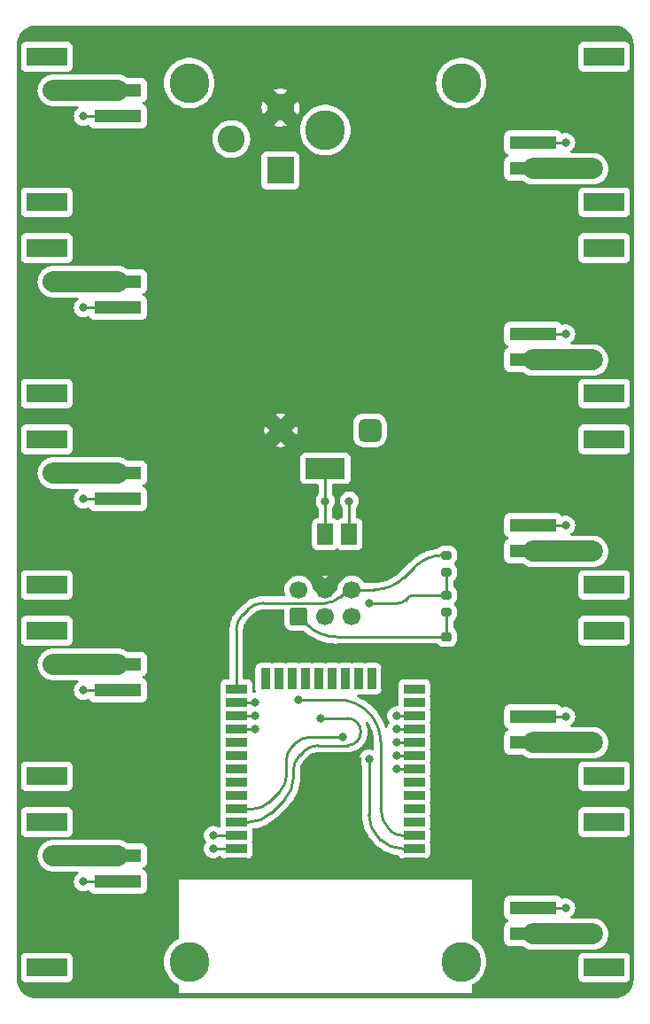
<source format=gbr>
%TF.GenerationSoftware,KiCad,Pcbnew,(6.0.6)*%
%TF.CreationDate,2023-01-23T13:41:07-05:00*%
%TF.ProjectId,esp32-wled,65737033-322d-4776-9c65-642e6b696361,rev?*%
%TF.SameCoordinates,Original*%
%TF.FileFunction,Copper,L1,Top*%
%TF.FilePolarity,Positive*%
%FSLAX46Y46*%
G04 Gerber Fmt 4.6, Leading zero omitted, Abs format (unit mm)*
G04 Created by KiCad (PCBNEW (6.0.6)) date 2023-01-23 13:41:07*
%MOMM*%
%LPD*%
G01*
G04 APERTURE LIST*
G04 Aperture macros list*
%AMRoundRect*
0 Rectangle with rounded corners*
0 $1 Rounding radius*
0 $2 $3 $4 $5 $6 $7 $8 $9 X,Y pos of 4 corners*
0 Add a 4 corners polygon primitive as box body*
4,1,4,$2,$3,$4,$5,$6,$7,$8,$9,$2,$3,0*
0 Add four circle primitives for the rounded corners*
1,1,$1+$1,$2,$3*
1,1,$1+$1,$4,$5*
1,1,$1+$1,$6,$7*
1,1,$1+$1,$8,$9*
0 Add four rect primitives between the rounded corners*
20,1,$1+$1,$2,$3,$4,$5,0*
20,1,$1+$1,$4,$5,$6,$7,0*
20,1,$1+$1,$6,$7,$8,$9,0*
20,1,$1+$1,$8,$9,$2,$3,0*%
G04 Aperture macros list end*
%TA.AperFunction,ComponentPad*%
%ADD10RoundRect,0.550000X0.550000X0.550000X-0.550000X0.550000X-0.550000X-0.550000X0.550000X-0.550000X0*%
%TD*%
%TA.AperFunction,SMDPad,CuDef*%
%ADD11R,4.495800X1.295400*%
%TD*%
%TA.AperFunction,SMDPad,CuDef*%
%ADD12R,3.911600X1.803400*%
%TD*%
%TA.AperFunction,SMDPad,CuDef*%
%ADD13RoundRect,0.200000X-0.275000X0.200000X-0.275000X-0.200000X0.275000X-0.200000X0.275000X0.200000X0*%
%TD*%
%TA.AperFunction,ComponentPad*%
%ADD14C,3.800000*%
%TD*%
%TA.AperFunction,ComponentPad*%
%ADD15RoundRect,0.250000X0.600000X-0.600000X0.600000X0.600000X-0.600000X0.600000X-0.600000X-0.600000X0*%
%TD*%
%TA.AperFunction,ComponentPad*%
%ADD16C,1.700000*%
%TD*%
%TA.AperFunction,SMDPad,CuDef*%
%ADD17R,1.500000X2.000000*%
%TD*%
%TA.AperFunction,SMDPad,CuDef*%
%ADD18R,3.800000X2.000000*%
%TD*%
%TA.AperFunction,SMDPad,CuDef*%
%ADD19R,2.000000X0.900000*%
%TD*%
%TA.AperFunction,SMDPad,CuDef*%
%ADD20R,0.900000X2.000000*%
%TD*%
%TA.AperFunction,SMDPad,CuDef*%
%ADD21R,5.000000X5.000000*%
%TD*%
%TA.AperFunction,SMDPad,CuDef*%
%ADD22RoundRect,0.225000X0.250000X-0.225000X0.250000X0.225000X-0.250000X0.225000X-0.250000X-0.225000X0*%
%TD*%
%TA.AperFunction,ComponentPad*%
%ADD23C,2.200000*%
%TD*%
%TA.AperFunction,ComponentPad*%
%ADD24R,2.600000X2.600000*%
%TD*%
%TA.AperFunction,ComponentPad*%
%ADD25C,2.600000*%
%TD*%
%TA.AperFunction,ViaPad*%
%ADD26C,2.000000*%
%TD*%
%TA.AperFunction,ViaPad*%
%ADD27C,0.800000*%
%TD*%
%TA.AperFunction,Conductor*%
%ADD28C,2.000000*%
%TD*%
%TA.AperFunction,Conductor*%
%ADD29C,0.250000*%
%TD*%
G04 APERTURE END LIST*
D10*
%TO.P,12V,1,Pin_1*%
%TO.N,+12V*%
X137305600Y-89961550D03*
%TD*%
D11*
%TO.P,LED10-GPIO27,1,Pin_1*%
%TO.N,+12V*%
X152911912Y-64964000D03*
%TO.P,LED10-GPIO27,2,Pin_2*%
%TO.N,Net-(LED10-GPIO27-Pad2)*%
X152911912Y-62464000D03*
%TO.P,LED10-GPIO27,3,Pin_3*%
%TO.N,GND*%
X152911912Y-59964000D03*
%TO.P,LED10-GPIO27,4,Pin_4*%
X152911912Y-57464000D03*
D12*
%TO.P,LED10-GPIO27,5*%
%TO.N,N/C*%
X159711911Y-68163999D03*
%TO.P,LED10-GPIO27,6*%
X159711911Y-54264001D03*
%TD*%
D13*
%TO.P,R1,1*%
%TO.N,GPIO0*%
X144627600Y-101892600D03*
%TO.P,R1,2*%
%TO.N,+3.3V*%
X144627600Y-103542600D03*
%TD*%
D14*
%TO.P, ,4*%
%TO.N,N/C*%
X120038400Y-140766800D03*
%TD*%
D11*
%TO.P,LED1-GPIO4,1,Pin_1*%
%TO.N,+12V*%
X113210488Y-57464000D03*
%TO.P,LED1-GPIO4,2,Pin_2*%
%TO.N,Net-(LED1-GPIO4-Pad2)*%
X113210488Y-59964000D03*
%TO.P,LED1-GPIO4,3,Pin_3*%
%TO.N,GND*%
X113210488Y-62464000D03*
%TO.P,LED1-GPIO4,4,Pin_4*%
X113210488Y-64964000D03*
D12*
%TO.P,LED1-GPIO4,5*%
%TO.N,N/C*%
X106410489Y-54264001D03*
%TO.P,LED1-GPIO4,6*%
X106410489Y-68163999D03*
%TD*%
D11*
%TO.P,LED3-GPIO17,1,Pin_1*%
%TO.N,+12V*%
X113210488Y-94040000D03*
%TO.P,LED3-GPIO17,2,Pin_2*%
%TO.N,Net-(LED3-GPIO17-Pad2)*%
X113210488Y-96540000D03*
%TO.P,LED3-GPIO17,3,Pin_3*%
%TO.N,GND*%
X113210488Y-99040000D03*
%TO.P,LED3-GPIO17,4,Pin_4*%
X113210488Y-101540000D03*
D12*
%TO.P,LED3-GPIO17,5*%
%TO.N,N/C*%
X106410489Y-90840001D03*
%TO.P,LED3-GPIO17,6*%
X106410489Y-104739999D03*
%TD*%
D15*
%TO.P,H1,1,Pin_1*%
%TO.N,EN*%
X130493400Y-107737300D03*
D16*
%TO.P,H1,2,Pin_2*%
%TO.N,+3.3V*%
X130493400Y-105197300D03*
%TO.P,H1,3,Pin_3*%
%TO.N,TX*%
X133033400Y-107737300D03*
%TO.P,H1,4,Pin_4*%
%TO.N,GND*%
X133033400Y-105197300D03*
%TO.P,H1,5,Pin_5*%
%TO.N,RX*%
X135573400Y-107737300D03*
%TO.P,H1,6,Pin_6*%
%TO.N,GPIO0*%
X135573400Y-105197300D03*
%TD*%
D11*
%TO.P,LED6-GPIO32,1,Pin_1*%
%TO.N,+12V*%
X152911912Y-138116000D03*
%TO.P,LED6-GPIO32,2,Pin_2*%
%TO.N,Net-(LED6-GPIO32-Pad2)*%
X152911912Y-135616000D03*
%TO.P,LED6-GPIO32,3,Pin_3*%
%TO.N,GND*%
X152911912Y-133116000D03*
%TO.P,LED6-GPIO32,4,Pin_4*%
X152911912Y-130616000D03*
D12*
%TO.P,LED6-GPIO32,5*%
%TO.N,N/C*%
X159711911Y-141315999D03*
%TO.P,LED6-GPIO32,6*%
X159711911Y-127416001D03*
%TD*%
D17*
%TO.P,U2,1,GND*%
%TO.N,GND*%
X130738400Y-99898600D03*
%TO.P,U2,2,VO*%
%TO.N,+3.3V*%
X133038400Y-99898600D03*
D18*
X133038400Y-93598600D03*
D17*
%TO.P,U2,3,VI*%
%TO.N,+12V*%
X135338400Y-99898600D03*
%TD*%
D14*
%TO.P, ,1*%
%TO.N,N/C*%
X133038400Y-61275550D03*
%TD*%
D19*
%TO.P,U1,1,GND*%
%TO.N,GND*%
X141538400Y-131225800D03*
%TO.P,U1,2,VDD*%
%TO.N,+3.3V*%
X141538400Y-129955800D03*
%TO.P,U1,3,EN*%
%TO.N,EN*%
X141538400Y-128685800D03*
%TO.P,U1,4,SENSOR_VP*%
%TO.N,unconnected-(U1-Pad4)*%
X141538400Y-127415800D03*
%TO.P,U1,5,SENSOR_VN*%
%TO.N,unconnected-(U1-Pad5)*%
X141538400Y-126145800D03*
%TO.P,U1,6,IO34*%
%TO.N,unconnected-(U1-Pad6)*%
X141538400Y-124875800D03*
%TO.P,U1,7,IO35*%
%TO.N,unconnected-(U1-Pad7)*%
X141538400Y-123605800D03*
%TO.P,U1,8,IO32*%
%TO.N,Net-(LED6-GPIO32-Pad2)*%
X141538400Y-122335800D03*
%TO.P,U1,9,IO33*%
%TO.N,Net-(LED7-GPIO33-Pad2)*%
X141538400Y-121065800D03*
%TO.P,U1,10,IO25*%
%TO.N,Net-(LED8-GPIO25-Pad2)*%
X141538400Y-119795800D03*
%TO.P,U1,11,IO26*%
%TO.N,Net-(LED9-GPIO26-Pad2)*%
X141538400Y-118525800D03*
%TO.P,U1,12,IO27*%
%TO.N,Net-(LED10-GPIO27-Pad2)*%
X141538400Y-117255800D03*
%TO.P,U1,13,IO14*%
%TO.N,unconnected-(U1-Pad13)*%
X141538400Y-115985800D03*
%TO.P,U1,14,IO12*%
%TO.N,unconnected-(U1-Pad14)*%
X141538400Y-114715800D03*
D20*
%TO.P,U1,15,GND*%
%TO.N,GND*%
X138753400Y-113715800D03*
%TO.P,U1,16,IO13*%
%TO.N,unconnected-(U1-Pad16)*%
X137483400Y-113715800D03*
%TO.P,U1,17,SHD/SD2*%
%TO.N,unconnected-(U1-Pad17)*%
X136213400Y-113715800D03*
%TO.P,U1,18,SWP/SD3*%
%TO.N,unconnected-(U1-Pad18)*%
X134943400Y-113715800D03*
%TO.P,U1,19,SCS/CMD*%
%TO.N,unconnected-(U1-Pad19)*%
X133673400Y-113715800D03*
%TO.P,U1,20,SCK/CLK*%
%TO.N,unconnected-(U1-Pad20)*%
X132403400Y-113715800D03*
%TO.P,U1,21,SDO/SD0*%
%TO.N,unconnected-(U1-Pad21)*%
X131133400Y-113715800D03*
%TO.P,U1,22,SDI/SD1*%
%TO.N,unconnected-(U1-Pad22)*%
X129863400Y-113715800D03*
%TO.P,U1,23,IO15*%
%TO.N,unconnected-(U1-Pad23)*%
X128593400Y-113715800D03*
%TO.P,U1,24,IO2*%
%TO.N,unconnected-(U1-Pad24)*%
X127323400Y-113715800D03*
D19*
%TO.P,U1,25,IO0*%
%TO.N,GPIO0*%
X124538400Y-114715800D03*
%TO.P,U1,26,IO4*%
%TO.N,Net-(LED1-GPIO4-Pad2)*%
X124538400Y-115985800D03*
%TO.P,U1,27,IO16*%
%TO.N,Net-(LED2-GPIO16-Pad2)*%
X124538400Y-117255800D03*
%TO.P,U1,28,IO17*%
%TO.N,Net-(LED3-GPIO17-Pad2)*%
X124538400Y-118525800D03*
%TO.P,U1,29,IO5*%
%TO.N,unconnected-(U1-Pad29)*%
X124538400Y-119795800D03*
%TO.P,U1,30,IO18*%
%TO.N,unconnected-(U1-Pad30)*%
X124538400Y-121065800D03*
%TO.P,U1,31,IO19*%
%TO.N,unconnected-(U1-Pad31)*%
X124538400Y-122335800D03*
%TO.P,U1,32,NC*%
%TO.N,unconnected-(U1-Pad32)*%
X124538400Y-123605800D03*
%TO.P,U1,33,IO21*%
%TO.N,unconnected-(U1-Pad33)*%
X124538400Y-124875800D03*
%TO.P,U1,34,RXD0/IO3*%
%TO.N,RX*%
X124538400Y-126145800D03*
%TO.P,U1,35,TXD0/IO1*%
%TO.N,TX*%
X124538400Y-127415800D03*
%TO.P,U1,36,IO22*%
%TO.N,Net-(LED4-GPIO22-Pad2)*%
X124538400Y-128685800D03*
%TO.P,U1,37,IO23*%
%TO.N,Net-(LED5-GPIO23-Pad2)*%
X124538400Y-129955800D03*
%TO.P,U1,38,GND*%
%TO.N,GND*%
X124538400Y-131225800D03*
D21*
%TO.P,U1,39,GND*%
X134038400Y-123725800D03*
%TD*%
D13*
%TO.P,R2,1*%
%TO.N,+3.3V*%
X144627600Y-105728000D03*
%TO.P,R2,2*%
%TO.N,EN*%
X144627600Y-107378000D03*
%TD*%
D11*
%TO.P,LED2-GPIO16,1,Pin_1*%
%TO.N,+12V*%
X113210488Y-75752000D03*
%TO.P,LED2-GPIO16,2,Pin_2*%
%TO.N,Net-(LED2-GPIO16-Pad2)*%
X113210488Y-78252000D03*
%TO.P,LED2-GPIO16,3,Pin_3*%
%TO.N,GND*%
X113210488Y-80752000D03*
%TO.P,LED2-GPIO16,4,Pin_4*%
X113210488Y-83252000D03*
D12*
%TO.P,LED2-GPIO16,5*%
%TO.N,N/C*%
X106410489Y-72552001D03*
%TO.P,LED2-GPIO16,6*%
X106410489Y-86451999D03*
%TD*%
D22*
%TO.P,C1,1*%
%TO.N,GND*%
X144627600Y-111265000D03*
%TO.P,C1,2*%
%TO.N,EN*%
X144627600Y-109715000D03*
%TD*%
D23*
%TO.P,GND,1,Pin_1*%
%TO.N,GND*%
X128799600Y-89961550D03*
%TD*%
D11*
%TO.P,LED9-GPIO26,1,Pin_1*%
%TO.N,+12V*%
X152911912Y-83252000D03*
%TO.P,LED9-GPIO26,2,Pin_2*%
%TO.N,Net-(LED9-GPIO26-Pad2)*%
X152911912Y-80752000D03*
%TO.P,LED9-GPIO26,3,Pin_3*%
%TO.N,GND*%
X152911912Y-78252000D03*
%TO.P,LED9-GPIO26,4,Pin_4*%
X152911912Y-75752000D03*
D12*
%TO.P,LED9-GPIO26,5*%
%TO.N,N/C*%
X159711911Y-86451999D03*
%TO.P,LED9-GPIO26,6*%
X159711911Y-72552001D03*
%TD*%
D24*
%TO.P,J1,1*%
%TO.N,+12V*%
X128752600Y-65125600D03*
D25*
%TO.P,J1,2*%
%TO.N,GND*%
X128752600Y-59125600D03*
%TO.P,J1,3*%
%TO.N,N/C*%
X124052600Y-62125600D03*
%TD*%
D14*
%TO.P, ,5*%
%TO.N,N/C*%
X146038400Y-140766800D03*
%TD*%
D11*
%TO.P,LED5-GPIO23,1,Pin_1*%
%TO.N,+12V*%
X113210488Y-130616000D03*
%TO.P,LED5-GPIO23,2,Pin_2*%
%TO.N,Net-(LED5-GPIO23-Pad2)*%
X113210488Y-133116000D03*
%TO.P,LED5-GPIO23,3,Pin_3*%
%TO.N,GND*%
X113210488Y-135616000D03*
%TO.P,LED5-GPIO23,4,Pin_4*%
X113210488Y-138116000D03*
D12*
%TO.P,LED5-GPIO23,5*%
%TO.N,N/C*%
X106410489Y-127416001D03*
%TO.P,LED5-GPIO23,6*%
X106410489Y-141315999D03*
%TD*%
D14*
%TO.P, ,3*%
%TO.N,N/C*%
X120038400Y-56766800D03*
%TD*%
D11*
%TO.P,LED7-GPIO33,1,Pin_1*%
%TO.N,+12V*%
X152911912Y-119828000D03*
%TO.P,LED7-GPIO33,2,Pin_2*%
%TO.N,Net-(LED7-GPIO33-Pad2)*%
X152911912Y-117328000D03*
%TO.P,LED7-GPIO33,3,Pin_3*%
%TO.N,GND*%
X152911912Y-114828000D03*
%TO.P,LED7-GPIO33,4,Pin_4*%
X152911912Y-112328000D03*
D12*
%TO.P,LED7-GPIO33,5*%
%TO.N,N/C*%
X159711911Y-123027999D03*
%TO.P,LED7-GPIO33,6*%
X159711911Y-109128001D03*
%TD*%
D11*
%TO.P,LED8-GPIO25,1,Pin_1*%
%TO.N,+12V*%
X152911912Y-101540000D03*
%TO.P,LED8-GPIO25,2,Pin_2*%
%TO.N,Net-(LED8-GPIO25-Pad2)*%
X152911912Y-99040000D03*
%TO.P,LED8-GPIO25,3,Pin_3*%
%TO.N,GND*%
X152911912Y-96540000D03*
%TO.P,LED8-GPIO25,4,Pin_4*%
X152911912Y-94040000D03*
D12*
%TO.P,LED8-GPIO25,5*%
%TO.N,N/C*%
X159711911Y-104739999D03*
%TO.P,LED8-GPIO25,6*%
X159711911Y-90840001D03*
%TD*%
D14*
%TO.P, ,2*%
%TO.N,N/C*%
X146038400Y-56766800D03*
%TD*%
D11*
%TO.P,LED4-GPIO22,1,Pin_1*%
%TO.N,+12V*%
X113210488Y-112328000D03*
%TO.P,LED4-GPIO22,2,Pin_2*%
%TO.N,Net-(LED4-GPIO22-Pad2)*%
X113210488Y-114828000D03*
%TO.P,LED4-GPIO22,3,Pin_3*%
%TO.N,GND*%
X113210488Y-117328000D03*
%TO.P,LED4-GPIO22,4,Pin_4*%
X113210488Y-119828000D03*
D12*
%TO.P,LED4-GPIO22,5*%
%TO.N,N/C*%
X106410489Y-109128001D03*
%TO.P,LED4-GPIO22,6*%
X106410489Y-123027999D03*
%TD*%
D26*
%TO.N,+12V*%
X158581400Y-101540000D03*
X107044800Y-94040000D03*
X107044800Y-75752000D03*
X158581400Y-83252000D03*
X158581400Y-138116000D03*
X107044800Y-112328000D03*
D27*
X135338400Y-96730000D03*
D26*
X107044800Y-57464000D03*
X158581400Y-119828000D03*
X107044800Y-130616000D03*
X158581400Y-64964000D03*
D27*
%TO.N,Net-(LED2-GPIO16-Pad2)*%
X109911200Y-78252000D03*
X126330200Y-117255800D03*
%TO.N,Net-(LED5-GPIO23-Pad2)*%
X109911200Y-133116000D03*
X122330200Y-129955800D03*
%TO.N,Net-(LED6-GPIO32-Pad2)*%
X156026800Y-135616000D03*
X139868400Y-122335800D03*
%TO.N,Net-(LED7-GPIO33-Pad2)*%
X139868400Y-121065800D03*
X156026800Y-117328000D03*
%TO.N,Net-(LED8-GPIO25-Pad2)*%
X156026800Y-99040000D03*
X139868400Y-119795800D03*
%TO.N,Net-(LED9-GPIO26-Pad2)*%
X139868400Y-118525800D03*
X156026800Y-80752000D03*
%TO.N,Net-(LED10-GPIO27-Pad2)*%
X139868400Y-117255800D03*
X156026800Y-62464000D03*
%TO.N,+3.3V*%
X137210800Y-106502200D03*
X137210800Y-121386600D03*
X133038400Y-96730000D03*
%TO.N,RX*%
X134696200Y-119303800D03*
%TO.N,TX*%
X132562600Y-117500400D03*
%TO.N,EN*%
X130493400Y-115734200D03*
%TO.N,Net-(LED1-GPIO4-Pad2)*%
X126330200Y-115985800D03*
X109911200Y-59964000D03*
%TO.N,Net-(LED3-GPIO17-Pad2)*%
X126330200Y-118525800D03*
X109911200Y-96540000D03*
%TO.N,Net-(LED4-GPIO22-Pad2)*%
X122330200Y-128685800D03*
X109911200Y-114828000D03*
%TD*%
D28*
%TO.N,+12V*%
X152911912Y-119828000D02*
X158581400Y-119828000D01*
X113210488Y-130616000D02*
X107044800Y-130616000D01*
X113210488Y-112328000D02*
X107044800Y-112328000D01*
D29*
X135338400Y-99898600D02*
X135338400Y-96748600D01*
D28*
X152911912Y-64964000D02*
X158581400Y-64964000D01*
X113210488Y-94040000D02*
X107044800Y-94040000D01*
X113210488Y-75752000D02*
X107044800Y-75752000D01*
X152911912Y-138116000D02*
X158581400Y-138116000D01*
X152911912Y-83252000D02*
X158581400Y-83252000D01*
X113210488Y-57464000D02*
X107044800Y-57464000D01*
X152911912Y-101540000D02*
X158581400Y-101540000D01*
D29*
%TO.N,Net-(LED2-GPIO16-Pad2)*%
X126330200Y-117255800D02*
X124538400Y-117255800D01*
X113210488Y-78252000D02*
X109911200Y-78252000D01*
%TO.N,Net-(LED5-GPIO23-Pad2)*%
X113210488Y-133116000D02*
X109911200Y-133116000D01*
X124538400Y-129955800D02*
X122330200Y-129955800D01*
%TO.N,Net-(LED6-GPIO32-Pad2)*%
X140173200Y-122335800D02*
X139817600Y-122335800D01*
X152911912Y-135616000D02*
X156026800Y-135616000D01*
X141538400Y-122335800D02*
X140173200Y-122335800D01*
%TO.N,Net-(LED7-GPIO33-Pad2)*%
X141538400Y-121065800D02*
X140071600Y-121065800D01*
X152911912Y-117328000D02*
X156026800Y-117328000D01*
X140071600Y-121065800D02*
X139690600Y-121065800D01*
%TO.N,Net-(LED8-GPIO25-Pad2)*%
X141538400Y-119795800D02*
X139893800Y-119795800D01*
X152911912Y-99040000D02*
X156026800Y-99040000D01*
%TO.N,Net-(LED9-GPIO26-Pad2)*%
X141538400Y-118525800D02*
X139919200Y-118525800D01*
X152911912Y-80752000D02*
X156026800Y-80752000D01*
%TO.N,Net-(LED10-GPIO27-Pad2)*%
X152911912Y-62464000D02*
X156026800Y-62464000D01*
X141538400Y-117255800D02*
X139868400Y-117255800D01*
%TO.N,+3.3V*%
X137210800Y-126747959D02*
X137210800Y-121386600D01*
X141538400Y-129955800D02*
X140418641Y-129955800D01*
X138297320Y-129077120D02*
X138089479Y-128869279D01*
X141574214Y-105728000D02*
X144627600Y-105728000D01*
X144627600Y-103542600D02*
X144627600Y-105728000D01*
X137210800Y-106502200D02*
X139971586Y-106502200D01*
X133038400Y-96730000D02*
X133038400Y-93598600D01*
X133038400Y-99898600D02*
X133038400Y-96730000D01*
X140678693Y-106209307D02*
X140867107Y-106020893D01*
X141574214Y-105728010D02*
G75*
G03*
X140867107Y-106020893I-14J-999990D01*
G01*
X140678700Y-106209314D02*
G75*
G02*
X139971586Y-106502200I-707100J707114D01*
G01*
X138297300Y-129077140D02*
G75*
G03*
X140418641Y-129955800I2121300J2121340D01*
G01*
X138089459Y-128869299D02*
G75*
G02*
X137210800Y-126747959I2121341J2121299D01*
G01*
%TO.N,RX*%
X128725613Y-124436187D02*
X127601786Y-125560014D01*
X129897187Y-120165813D02*
X130173414Y-119889586D01*
X131587627Y-119303800D02*
X134696200Y-119303800D01*
X129311400Y-121580027D02*
X129311400Y-123021973D01*
X126187573Y-126145800D02*
X124538400Y-126145800D01*
X129311380Y-123021973D02*
G75*
G02*
X128725612Y-124436186I-1999980J-27D01*
G01*
X130173400Y-119889572D02*
G75*
G02*
X131587627Y-119303800I1414200J-1414228D01*
G01*
X129311420Y-121580027D02*
G75*
G02*
X129897188Y-120165814I1999980J27D01*
G01*
X126187573Y-126145780D02*
G75*
G03*
X127601785Y-125560013I27J1999980D01*
G01*
%TO.N,TX*%
X129997200Y-123166559D02*
X129997200Y-122450220D01*
X136423400Y-118851200D02*
X136423400Y-118740400D01*
X135183400Y-117500400D02*
X132562600Y-117500400D01*
X132356220Y-120091200D02*
X135183400Y-120091200D01*
X124538400Y-127415800D02*
X125747959Y-127415800D01*
X130582987Y-121036006D02*
X130942007Y-120676986D01*
X127869280Y-126537120D02*
X129118521Y-125287879D01*
X129118541Y-125287899D02*
G75*
G03*
X129997200Y-123166559I-2121341J2121299D01*
G01*
X135183400Y-120091200D02*
G75*
G03*
X136423400Y-118851200I0J1240000D01*
G01*
X127869300Y-126537140D02*
G75*
G02*
X125747959Y-127415800I-2121300J2121340D01*
G01*
X130582977Y-121035996D02*
G75*
G03*
X129997200Y-122450220I1414223J-1414204D01*
G01*
X135183400Y-117500400D02*
G75*
G02*
X136423400Y-118740400I0J-1240000D01*
G01*
X132356220Y-120091215D02*
G75*
G03*
X130942008Y-120676987I-20J-1999985D01*
G01*
%TO.N,GPIO0*%
X137677500Y-105197300D02*
X135573400Y-105197300D01*
X127085883Y-106476800D02*
X133040473Y-106476800D01*
X125124187Y-107610069D02*
X125671670Y-107062586D01*
X141537827Y-103064173D02*
X140576273Y-104025727D01*
X144627600Y-101892600D02*
X144366254Y-101892600D01*
X124538400Y-114715800D02*
X124538400Y-109024283D01*
X134454687Y-105891013D02*
X135097600Y-105248100D01*
X137747846Y-105197300D02*
X137677500Y-105197300D01*
X134454701Y-105891027D02*
G75*
G02*
X133040473Y-106476800I-1414201J1414227D01*
G01*
X127085883Y-106476789D02*
G75*
G03*
X125671671Y-107062587I17J-2000011D01*
G01*
X144366254Y-101892568D02*
G75*
G03*
X141537827Y-103064173I46J-4000032D01*
G01*
X124538389Y-109024283D02*
G75*
G02*
X125124188Y-107610070I2000011J-17D01*
G01*
X137747846Y-105197332D02*
G75*
G03*
X140576273Y-104025727I-46J4000032D01*
G01*
%TO.N,EN*%
X144627600Y-109715000D02*
X134127954Y-109715000D01*
X137149573Y-116905773D02*
X137156827Y-116913027D01*
X131299527Y-108543427D02*
X130493400Y-107737300D01*
X139207079Y-128183479D02*
X139270060Y-128246460D01*
X140330720Y-128685800D02*
X141538400Y-128685800D01*
X130493400Y-115734200D02*
X134321146Y-115734200D01*
X144627600Y-107378000D02*
X144627600Y-109715000D01*
X138328400Y-119741454D02*
X138328400Y-126062159D01*
X140330720Y-128685785D02*
G75*
G02*
X139270060Y-128246460I-20J1499985D01*
G01*
X131299550Y-108543404D02*
G75*
G03*
X134127954Y-109715000I2828450J2828404D01*
G01*
X137149550Y-116905796D02*
G75*
G03*
X134321146Y-115734200I-2828450J-2828404D01*
G01*
X139207059Y-128183499D02*
G75*
G02*
X138328400Y-126062159I2121341J2121299D01*
G01*
X138328432Y-119741454D02*
G75*
G03*
X137156827Y-116913027I-4000032J-46D01*
G01*
%TO.N,Net-(LED1-GPIO4-Pad2)*%
X113210488Y-59964000D02*
X109911200Y-59964000D01*
X124538400Y-115985800D02*
X126330200Y-115985800D01*
%TO.N,Net-(LED3-GPIO17-Pad2)*%
X124538400Y-118525800D02*
X126330200Y-118525800D01*
X113210488Y-96540000D02*
X109911200Y-96540000D01*
%TO.N,Net-(LED4-GPIO22-Pad2)*%
X113210488Y-114828000D02*
X109911200Y-114828000D01*
X124538400Y-128685800D02*
X122330200Y-128685800D01*
%TD*%
%TA.AperFunction,Conductor*%
%TO.N,GND*%
G36*
X160671618Y-51276800D02*
G01*
X160686451Y-51279110D01*
X160686455Y-51279110D01*
X160695324Y-51280491D01*
X160704226Y-51279327D01*
X160704229Y-51279327D01*
X160711612Y-51278361D01*
X160736191Y-51277567D01*
X160931997Y-51290401D01*
X160948338Y-51292552D01*
X161166703Y-51335988D01*
X161182622Y-51340254D01*
X161393438Y-51411816D01*
X161408665Y-51418123D01*
X161608342Y-51516593D01*
X161622616Y-51524834D01*
X161807729Y-51648522D01*
X161820805Y-51658555D01*
X161988194Y-51805352D01*
X161999848Y-51817006D01*
X162146645Y-51984395D01*
X162156678Y-51997471D01*
X162280366Y-52182584D01*
X162288607Y-52196858D01*
X162387077Y-52396535D01*
X162393384Y-52411762D01*
X162464946Y-52622578D01*
X162469212Y-52638497D01*
X162512648Y-52856862D01*
X162514799Y-52873203D01*
X162527163Y-53061836D01*
X162526133Y-53084950D01*
X162526090Y-53088454D01*
X162524709Y-53097324D01*
X162525873Y-53106226D01*
X162525873Y-53106228D01*
X162528836Y-53128883D01*
X162529900Y-53145221D01*
X162529900Y-142380633D01*
X162528400Y-142400018D01*
X162526090Y-142414851D01*
X162526090Y-142414855D01*
X162524709Y-142423724D01*
X162525873Y-142432626D01*
X162525873Y-142432629D01*
X162526839Y-142440012D01*
X162527633Y-142464591D01*
X162514799Y-142660397D01*
X162512648Y-142676738D01*
X162469212Y-142895103D01*
X162464946Y-142911022D01*
X162393384Y-143121838D01*
X162387077Y-143137065D01*
X162288607Y-143336742D01*
X162280366Y-143351016D01*
X162156678Y-143536129D01*
X162146645Y-143549205D01*
X161999848Y-143716594D01*
X161988194Y-143728248D01*
X161820805Y-143875045D01*
X161807729Y-143885078D01*
X161622616Y-144008766D01*
X161608342Y-144017007D01*
X161408665Y-144115477D01*
X161393438Y-144121784D01*
X161182622Y-144193346D01*
X161166703Y-144197612D01*
X160948338Y-144241048D01*
X160931997Y-144243199D01*
X160780804Y-144253109D01*
X160743363Y-144255563D01*
X160720250Y-144254533D01*
X160716746Y-144254490D01*
X160707876Y-144253109D01*
X160698974Y-144254273D01*
X160698972Y-144254273D01*
X160685515Y-144256033D01*
X160676314Y-144257236D01*
X160659979Y-144258300D01*
X105424567Y-144258300D01*
X105405182Y-144256800D01*
X105390349Y-144254490D01*
X105390345Y-144254490D01*
X105381476Y-144253109D01*
X105372574Y-144254273D01*
X105372571Y-144254273D01*
X105365188Y-144255239D01*
X105340609Y-144256033D01*
X105144803Y-144243199D01*
X105128462Y-144241048D01*
X104910097Y-144197612D01*
X104894178Y-144193346D01*
X104683362Y-144121784D01*
X104668135Y-144115477D01*
X104468458Y-144017007D01*
X104454184Y-144008766D01*
X104269071Y-143885078D01*
X104255995Y-143875045D01*
X104088606Y-143728248D01*
X104076952Y-143716594D01*
X103930155Y-143549205D01*
X103920122Y-143536129D01*
X103796434Y-143351016D01*
X103788193Y-143336742D01*
X103689723Y-143137065D01*
X103683416Y-143121838D01*
X103611854Y-142911022D01*
X103607588Y-142895103D01*
X103564152Y-142676738D01*
X103562001Y-142660397D01*
X103549876Y-142475408D01*
X103551050Y-142452232D01*
X103550734Y-142452204D01*
X103551170Y-142447344D01*
X103551976Y-142442552D01*
X103552129Y-142430000D01*
X103548173Y-142402376D01*
X103546900Y-142384514D01*
X103546900Y-142265833D01*
X103946189Y-142265833D01*
X103952944Y-142328015D01*
X104004074Y-142464404D01*
X104091428Y-142580960D01*
X104207984Y-142668314D01*
X104344373Y-142719444D01*
X104406555Y-142726199D01*
X108414423Y-142726199D01*
X108476605Y-142719444D01*
X108612994Y-142668314D01*
X108729550Y-142580960D01*
X108816904Y-142464404D01*
X108868034Y-142328015D01*
X108874789Y-142265833D01*
X108874789Y-140766800D01*
X117625138Y-140766800D01*
X117644167Y-141069262D01*
X117700955Y-141366954D01*
X117794606Y-141655181D01*
X117923642Y-141929398D01*
X118086030Y-142185280D01*
X118279208Y-142418792D01*
X118500129Y-142626250D01*
X118745310Y-142804384D01*
X118748779Y-142806291D01*
X118748782Y-142806293D01*
X118973101Y-142929614D01*
X119023160Y-142979959D01*
X119038400Y-143040028D01*
X119038400Y-143720800D01*
X147038400Y-143720800D01*
X147038400Y-143040028D01*
X147058402Y-142971907D01*
X147103699Y-142929614D01*
X147328018Y-142806293D01*
X147328021Y-142806291D01*
X147331490Y-142804384D01*
X147576671Y-142626250D01*
X147797592Y-142418792D01*
X147924131Y-142265833D01*
X157247611Y-142265833D01*
X157254366Y-142328015D01*
X157305496Y-142464404D01*
X157392850Y-142580960D01*
X157509406Y-142668314D01*
X157645795Y-142719444D01*
X157707977Y-142726199D01*
X161715845Y-142726199D01*
X161778027Y-142719444D01*
X161914416Y-142668314D01*
X162030972Y-142580960D01*
X162118326Y-142464404D01*
X162169456Y-142328015D01*
X162176211Y-142265833D01*
X162176211Y-140366165D01*
X162169456Y-140303983D01*
X162118326Y-140167594D01*
X162030972Y-140051038D01*
X161914416Y-139963684D01*
X161778027Y-139912554D01*
X161715845Y-139905799D01*
X157707977Y-139905799D01*
X157645795Y-139912554D01*
X157509406Y-139963684D01*
X157392850Y-140051038D01*
X157305496Y-140167594D01*
X157254366Y-140303983D01*
X157247611Y-140366165D01*
X157247611Y-142265833D01*
X147924131Y-142265833D01*
X147990770Y-142185280D01*
X148153158Y-141929398D01*
X148282194Y-141655181D01*
X148375845Y-141366954D01*
X148432633Y-141069262D01*
X148451662Y-140766800D01*
X148432633Y-140464338D01*
X148375845Y-140166646D01*
X148282194Y-139878419D01*
X148153158Y-139604202D01*
X147990770Y-139348320D01*
X147971055Y-139324488D01*
X147879911Y-139214315D01*
X147797592Y-139114808D01*
X147576671Y-138907350D01*
X147540975Y-138881415D01*
X147519978Y-138866160D01*
X147445204Y-138811834D01*
X150155512Y-138811834D01*
X150162267Y-138874016D01*
X150213397Y-139010405D01*
X150300751Y-139126961D01*
X150417307Y-139214315D01*
X150553696Y-139265445D01*
X150615878Y-139272200D01*
X151897821Y-139272200D01*
X151965942Y-139292202D01*
X151974350Y-139298104D01*
X152088066Y-139385047D01*
X152088070Y-139385050D01*
X152092086Y-139388120D01*
X152096544Y-139390510D01*
X152096545Y-139390511D01*
X152215865Y-139454490D01*
X152306021Y-139502831D01*
X152535543Y-139581862D01*
X152634890Y-139599022D01*
X152770838Y-139622504D01*
X152770844Y-139622505D01*
X152774748Y-139623179D01*
X152778709Y-139623359D01*
X152778710Y-139623359D01*
X152802418Y-139624436D01*
X152802437Y-139624436D01*
X152803837Y-139624500D01*
X158517171Y-139624500D01*
X158527057Y-139624888D01*
X158581400Y-139629165D01*
X158639111Y-139624623D01*
X158641187Y-139624500D01*
X158642401Y-139624500D01*
X158644909Y-139624298D01*
X158644914Y-139624298D01*
X158719698Y-139618281D01*
X158719917Y-139618263D01*
X158815760Y-139610720D01*
X158815759Y-139610720D01*
X158818111Y-139610535D01*
X158819190Y-139610276D01*
X158823365Y-139609940D01*
X158943478Y-139580437D01*
X158943712Y-139580381D01*
X159048994Y-139555105D01*
X159051474Y-139554078D01*
X159052943Y-139553659D01*
X159054191Y-139553244D01*
X159059106Y-139552037D01*
X159063762Y-139550061D01*
X159063764Y-139550060D01*
X159095389Y-139536635D01*
X159167864Y-139505872D01*
X159168680Y-139505529D01*
X159268363Y-139464240D01*
X159272237Y-139461866D01*
X159276808Y-139459734D01*
X159277888Y-139459169D01*
X159282556Y-139457188D01*
X159379173Y-139396345D01*
X159380386Y-139395592D01*
X159388678Y-139390511D01*
X159470816Y-139340176D01*
X159474584Y-139336958D01*
X159478410Y-139334178D01*
X159482587Y-139331350D01*
X159483679Y-139330533D01*
X159487967Y-139327833D01*
X159570978Y-139254650D01*
X159572472Y-139253354D01*
X159647613Y-139189177D01*
X159651369Y-139185969D01*
X159654578Y-139182212D01*
X159658083Y-139178707D01*
X159658164Y-139178788D01*
X159665636Y-139171198D01*
X159670055Y-139167302D01*
X159738211Y-139084328D01*
X159739763Y-139082474D01*
X159802362Y-139009179D01*
X159805576Y-139005416D01*
X159808514Y-139000621D01*
X159818579Y-138986486D01*
X159820920Y-138983636D01*
X159820925Y-138983628D01*
X159824134Y-138979722D01*
X159876608Y-138889563D01*
X159878039Y-138887168D01*
X159929640Y-138802963D01*
X159932886Y-138795126D01*
X159940396Y-138779964D01*
X159943696Y-138774294D01*
X159946241Y-138769922D01*
X159982525Y-138675399D01*
X159983741Y-138672352D01*
X160018609Y-138588171D01*
X160020505Y-138583594D01*
X160023152Y-138572568D01*
X160028040Y-138556826D01*
X160031421Y-138548018D01*
X160033233Y-138543298D01*
X160053315Y-138447171D01*
X160054133Y-138443524D01*
X160074781Y-138357518D01*
X160074781Y-138357517D01*
X160075935Y-138352711D01*
X160077049Y-138338560D01*
X160079322Y-138322685D01*
X160081840Y-138310632D01*
X160081841Y-138310626D01*
X160082874Y-138305680D01*
X160087195Y-138210529D01*
X160087452Y-138206375D01*
X160094177Y-138120930D01*
X160094565Y-138116000D01*
X160094177Y-138111065D01*
X160093227Y-138098988D01*
X160092969Y-138083396D01*
X160093657Y-138068241D01*
X160093657Y-138068234D01*
X160093886Y-138063183D01*
X160093305Y-138058163D01*
X160093305Y-138058157D01*
X160083278Y-137971496D01*
X160082831Y-137966902D01*
X160076323Y-137884214D01*
X160076322Y-137884209D01*
X160075935Y-137879289D01*
X160071287Y-137859928D01*
X160068641Y-137844998D01*
X160066566Y-137827063D01*
X160066565Y-137827060D01*
X160065985Y-137822044D01*
X160041645Y-137736025D01*
X160040367Y-137731134D01*
X160021662Y-137653227D01*
X160020505Y-137648406D01*
X160011790Y-137627366D01*
X160006964Y-137613468D01*
X160001267Y-137593335D01*
X159999890Y-137588468D01*
X159963353Y-137510113D01*
X159961139Y-137505082D01*
X159931534Y-137433609D01*
X159931533Y-137433607D01*
X159929640Y-137429037D01*
X159916257Y-137407198D01*
X159909496Y-137394616D01*
X159899438Y-137373047D01*
X159897301Y-137368464D01*
X159894459Y-137364283D01*
X159894455Y-137364275D01*
X159850330Y-137299347D01*
X159847110Y-137294361D01*
X159805576Y-137226584D01*
X159787081Y-137204929D01*
X159778683Y-137193924D01*
X159763701Y-137171879D01*
X159763700Y-137171878D01*
X159760856Y-137167693D01*
X159757377Y-137164014D01*
X159705454Y-137109107D01*
X159701191Y-137104364D01*
X159654583Y-137049793D01*
X159654576Y-137049786D01*
X159651369Y-137046031D01*
X159627545Y-137025683D01*
X159617844Y-137016461D01*
X159594068Y-136991319D01*
X159574932Y-136976688D01*
X159532308Y-136944100D01*
X159527006Y-136939815D01*
X159511498Y-136926570D01*
X159470816Y-136891824D01*
X159466602Y-136889242D01*
X159466597Y-136889238D01*
X159441680Y-136873969D01*
X159430984Y-136866632D01*
X159405242Y-136846950D01*
X159405238Y-136846947D01*
X159401226Y-136843880D01*
X159396776Y-136841494D01*
X159396773Y-136841492D01*
X159335249Y-136808504D01*
X159328954Y-136804891D01*
X159305730Y-136790659D01*
X159268363Y-136767760D01*
X159234147Y-136753587D01*
X159222853Y-136748237D01*
X159187291Y-136729169D01*
X159119212Y-136705728D01*
X159112067Y-136703021D01*
X159048994Y-136676895D01*
X159010218Y-136667585D01*
X158998633Y-136664208D01*
X158962558Y-136651786D01*
X158962547Y-136651783D01*
X158957769Y-136650138D01*
X158889661Y-136638374D01*
X158881727Y-136636738D01*
X158822924Y-136622620D01*
X158822918Y-136622619D01*
X158818111Y-136621465D01*
X158775516Y-136618113D01*
X158763965Y-136616663D01*
X158718564Y-136608821D01*
X158714603Y-136608641D01*
X158714602Y-136608641D01*
X158690894Y-136607564D01*
X158690875Y-136607564D01*
X158689475Y-136607500D01*
X158645629Y-136607500D01*
X158635743Y-136607112D01*
X158586330Y-136603223D01*
X158581400Y-136602835D01*
X158576470Y-136603223D01*
X158527057Y-136607112D01*
X158517171Y-136607500D01*
X156595538Y-136607500D01*
X156527417Y-136587498D01*
X156480924Y-136533842D01*
X156470820Y-136463568D01*
X156500314Y-136398988D01*
X156521477Y-136379564D01*
X156610023Y-136315231D01*
X156638053Y-136294866D01*
X156765840Y-136152944D01*
X156861327Y-135987556D01*
X156920342Y-135805928D01*
X156940304Y-135616000D01*
X156920342Y-135426072D01*
X156861327Y-135244444D01*
X156765840Y-135079056D01*
X156638053Y-134937134D01*
X156483552Y-134824882D01*
X156477524Y-134822198D01*
X156477522Y-134822197D01*
X156315119Y-134749891D01*
X156315118Y-134749891D01*
X156309088Y-134747206D01*
X156215687Y-134727353D01*
X156128744Y-134708872D01*
X156128739Y-134708872D01*
X156122287Y-134707500D01*
X155931313Y-134707500D01*
X155924861Y-134708872D01*
X155924856Y-134708872D01*
X155825445Y-134730003D01*
X155744512Y-134747206D01*
X155738484Y-134749890D01*
X155738268Y-134749960D01*
X155667301Y-134751986D01*
X155606503Y-134715323D01*
X155598508Y-134705691D01*
X155528455Y-134612220D01*
X155528454Y-134612219D01*
X155523073Y-134605039D01*
X155406517Y-134517685D01*
X155270128Y-134466555D01*
X155207946Y-134459800D01*
X150615878Y-134459800D01*
X150553696Y-134466555D01*
X150417307Y-134517685D01*
X150300751Y-134605039D01*
X150213397Y-134721595D01*
X150162267Y-134857984D01*
X150155512Y-134920166D01*
X150155512Y-136311834D01*
X150162267Y-136374016D01*
X150213397Y-136510405D01*
X150300751Y-136626961D01*
X150417307Y-136714315D01*
X150425716Y-136717467D01*
X150425717Y-136717468D01*
X150507209Y-136748018D01*
X150563974Y-136790659D01*
X150588674Y-136857221D01*
X150573467Y-136926570D01*
X150523181Y-136976688D01*
X150507209Y-136983982D01*
X150425717Y-137014532D01*
X150425716Y-137014533D01*
X150417307Y-137017685D01*
X150300751Y-137105039D01*
X150213397Y-137221595D01*
X150162267Y-137357984D01*
X150155512Y-137420166D01*
X150155512Y-138811834D01*
X147445204Y-138811834D01*
X147331490Y-138729216D01*
X147228056Y-138672352D01*
X147103699Y-138603986D01*
X147053640Y-138553641D01*
X147038400Y-138493572D01*
X147038400Y-132940800D01*
X119038400Y-132940800D01*
X119038400Y-138493572D01*
X119018398Y-138561693D01*
X118973101Y-138603986D01*
X118848745Y-138672352D01*
X118745310Y-138729216D01*
X118556822Y-138866160D01*
X118535826Y-138881415D01*
X118500129Y-138907350D01*
X118279208Y-139114808D01*
X118196889Y-139214315D01*
X118105746Y-139324488D01*
X118086030Y-139348320D01*
X117923642Y-139604202D01*
X117794606Y-139878419D01*
X117700955Y-140166646D01*
X117644167Y-140464338D01*
X117625138Y-140766800D01*
X108874789Y-140766800D01*
X108874789Y-140366165D01*
X108868034Y-140303983D01*
X108816904Y-140167594D01*
X108729550Y-140051038D01*
X108612994Y-139963684D01*
X108476605Y-139912554D01*
X108414423Y-139905799D01*
X104406555Y-139905799D01*
X104344373Y-139912554D01*
X104207984Y-139963684D01*
X104091428Y-140051038D01*
X104004074Y-140167594D01*
X103952944Y-140303983D01*
X103946189Y-140366165D01*
X103946189Y-142265833D01*
X103546900Y-142265833D01*
X103546900Y-130616000D01*
X105531635Y-130616000D01*
X105532023Y-130620931D01*
X105532023Y-130620935D01*
X105532973Y-130633012D01*
X105533231Y-130648604D01*
X105532543Y-130663759D01*
X105532543Y-130663766D01*
X105532314Y-130668817D01*
X105532895Y-130673837D01*
X105532895Y-130673843D01*
X105542922Y-130760504D01*
X105543369Y-130765098D01*
X105547841Y-130821909D01*
X105550265Y-130852711D01*
X105551419Y-130857517D01*
X105554913Y-130872072D01*
X105557559Y-130887002D01*
X105560215Y-130909956D01*
X105561591Y-130914818D01*
X105584555Y-130995975D01*
X105585833Y-131000866D01*
X105605695Y-131083594D01*
X105614410Y-131104634D01*
X105619236Y-131118532D01*
X105626310Y-131143532D01*
X105628446Y-131148113D01*
X105628448Y-131148118D01*
X105662847Y-131221887D01*
X105665061Y-131226918D01*
X105696560Y-131302963D01*
X105704078Y-131315231D01*
X105709942Y-131324800D01*
X105716704Y-131337384D01*
X105728899Y-131363536D01*
X105731741Y-131367717D01*
X105731745Y-131367725D01*
X105775870Y-131432653D01*
X105779085Y-131437632D01*
X105820624Y-131505416D01*
X105823838Y-131509179D01*
X105839118Y-131527070D01*
X105847517Y-131538076D01*
X105865344Y-131564307D01*
X105868823Y-131567985D01*
X105868823Y-131567986D01*
X105920746Y-131622893D01*
X105925009Y-131627636D01*
X105971617Y-131682207D01*
X105971624Y-131682214D01*
X105974831Y-131685969D01*
X105998655Y-131706317D01*
X106008356Y-131715539D01*
X106032132Y-131740681D01*
X106036158Y-131743759D01*
X106036159Y-131743760D01*
X106093892Y-131787900D01*
X106099194Y-131792185D01*
X106155384Y-131840176D01*
X106159598Y-131842758D01*
X106159603Y-131842762D01*
X106184520Y-131858031D01*
X106195216Y-131865368D01*
X106220958Y-131885050D01*
X106220962Y-131885053D01*
X106224974Y-131888120D01*
X106229424Y-131890506D01*
X106229427Y-131890508D01*
X106290951Y-131923496D01*
X106297246Y-131927109D01*
X106357837Y-131964240D01*
X106392053Y-131978413D01*
X106403347Y-131983763D01*
X106438909Y-132002831D01*
X106506988Y-132026272D01*
X106514133Y-132028979D01*
X106577206Y-132055105D01*
X106615982Y-132064415D01*
X106627567Y-132067792D01*
X106663642Y-132080214D01*
X106663653Y-132080217D01*
X106668431Y-132081862D01*
X106736539Y-132093626D01*
X106744473Y-132095262D01*
X106803276Y-132109380D01*
X106803282Y-132109381D01*
X106808089Y-132110535D01*
X106850684Y-132113887D01*
X106862235Y-132115337D01*
X106907636Y-132123179D01*
X106911597Y-132123359D01*
X106911598Y-132123359D01*
X106935306Y-132124436D01*
X106935325Y-132124436D01*
X106936725Y-132124500D01*
X106980571Y-132124500D01*
X106990457Y-132124888D01*
X107044800Y-132129165D01*
X107099143Y-132124888D01*
X107109029Y-132124500D01*
X109342462Y-132124500D01*
X109410583Y-132144502D01*
X109457076Y-132198158D01*
X109467180Y-132268432D01*
X109437686Y-132333012D01*
X109416523Y-132352436D01*
X109299947Y-132437134D01*
X109172160Y-132579056D01*
X109076673Y-132744444D01*
X109017658Y-132926072D01*
X109016968Y-132932633D01*
X109016968Y-132932635D01*
X109014686Y-132954348D01*
X108997696Y-133116000D01*
X109017658Y-133305928D01*
X109076673Y-133487556D01*
X109172160Y-133652944D01*
X109299947Y-133794866D01*
X109454448Y-133907118D01*
X109460476Y-133909802D01*
X109460478Y-133909803D01*
X109486463Y-133921372D01*
X109628912Y-133984794D01*
X109709850Y-134001998D01*
X109809256Y-134023128D01*
X109809261Y-134023128D01*
X109815713Y-134024500D01*
X110006687Y-134024500D01*
X110013139Y-134023128D01*
X110013144Y-134023128D01*
X110112550Y-134001998D01*
X110193488Y-133984794D01*
X110335937Y-133921372D01*
X110406303Y-133911938D01*
X110470600Y-133942044D01*
X110505167Y-133992251D01*
X110511973Y-134010405D01*
X110599327Y-134126961D01*
X110715883Y-134214315D01*
X110852272Y-134265445D01*
X110914454Y-134272200D01*
X115506522Y-134272200D01*
X115568704Y-134265445D01*
X115705093Y-134214315D01*
X115821649Y-134126961D01*
X115909003Y-134010405D01*
X115960133Y-133874016D01*
X115966888Y-133811834D01*
X115966888Y-132420166D01*
X115960133Y-132357984D01*
X115909003Y-132221595D01*
X115821649Y-132105039D01*
X115705093Y-132017685D01*
X115696684Y-132014533D01*
X115696683Y-132014532D01*
X115615191Y-131983982D01*
X115558426Y-131941341D01*
X115533726Y-131874779D01*
X115548933Y-131805430D01*
X115599219Y-131755312D01*
X115615191Y-131748018D01*
X115696683Y-131717468D01*
X115696684Y-131717467D01*
X115705093Y-131714315D01*
X115821649Y-131626961D01*
X115909003Y-131510405D01*
X115960133Y-131374016D01*
X115966888Y-131311834D01*
X115966888Y-129955800D01*
X121416696Y-129955800D01*
X121436658Y-130145728D01*
X121495673Y-130327356D01*
X121591160Y-130492744D01*
X121595578Y-130497651D01*
X121595579Y-130497652D01*
X121706851Y-130621232D01*
X121718947Y-130634666D01*
X121873448Y-130746918D01*
X121879476Y-130749602D01*
X121879478Y-130749603D01*
X121909142Y-130762810D01*
X122047912Y-130824594D01*
X122141313Y-130844447D01*
X122228256Y-130862928D01*
X122228261Y-130862928D01*
X122234713Y-130864300D01*
X122425687Y-130864300D01*
X122432139Y-130862928D01*
X122432144Y-130862928D01*
X122519087Y-130844447D01*
X122612488Y-130824594D01*
X122751258Y-130762810D01*
X122780922Y-130749603D01*
X122780924Y-130749602D01*
X122786952Y-130746918D01*
X122927106Y-130645090D01*
X122993972Y-130621232D01*
X123063124Y-130637312D01*
X123101991Y-130671460D01*
X123175139Y-130769061D01*
X123291695Y-130856415D01*
X123428084Y-130907545D01*
X123490266Y-130914300D01*
X125586534Y-130914300D01*
X125648716Y-130907545D01*
X125785105Y-130856415D01*
X125901661Y-130769061D01*
X125989015Y-130652505D01*
X126040145Y-130516116D01*
X126046900Y-130453934D01*
X126046900Y-129457666D01*
X126040145Y-129395484D01*
X126028728Y-129365029D01*
X126023545Y-129294223D01*
X126028726Y-129276576D01*
X126040145Y-129246116D01*
X126046900Y-129183934D01*
X126046900Y-128187666D01*
X126046531Y-128184269D01*
X126046531Y-128184264D01*
X126044704Y-128167447D01*
X126057233Y-128097565D01*
X126105554Y-128045550D01*
X126151481Y-128029205D01*
X126454598Y-127984246D01*
X126454602Y-127984245D01*
X126457671Y-127983790D01*
X126460679Y-127983037D01*
X126460682Y-127983036D01*
X126800973Y-127897802D01*
X126800974Y-127897802D01*
X126803979Y-127897049D01*
X126972048Y-127836915D01*
X127137204Y-127777824D01*
X127137211Y-127777821D01*
X127140118Y-127776781D01*
X127142913Y-127775459D01*
X127142918Y-127775457D01*
X127286940Y-127707341D01*
X127462850Y-127624144D01*
X127769067Y-127440610D01*
X128055820Y-127227944D01*
X128300091Y-127006554D01*
X128304554Y-127002869D01*
X128307670Y-127000194D01*
X128310969Y-126997717D01*
X128313912Y-126994835D01*
X128313917Y-126994831D01*
X128317575Y-126991249D01*
X128317577Y-126991246D01*
X128320518Y-126988367D01*
X128339735Y-126963859D01*
X128349793Y-126952511D01*
X129528292Y-125774012D01*
X129541734Y-125762347D01*
X129556923Y-125750943D01*
X129556925Y-125750941D01*
X129560219Y-125748468D01*
X129569768Y-125739117D01*
X129571572Y-125736816D01*
X129571991Y-125736556D01*
X129571865Y-125736442D01*
X129778514Y-125508436D01*
X129809345Y-125474419D01*
X129811182Y-125471943D01*
X129811187Y-125471936D01*
X130020164Y-125190155D01*
X130022010Y-125187666D01*
X130058595Y-125126626D01*
X130203957Y-124884099D01*
X130203960Y-124884094D01*
X130205545Y-124881449D01*
X130358181Y-124558718D01*
X130403414Y-124432297D01*
X130445208Y-124315484D01*
X130478449Y-124222579D01*
X130492592Y-124166116D01*
X130564436Y-123879281D01*
X130564437Y-123879278D01*
X130565190Y-123876270D01*
X130568516Y-123853850D01*
X130591658Y-123697822D01*
X130617569Y-123523127D01*
X130627646Y-123317958D01*
X130633726Y-123194176D01*
X130634379Y-123187327D01*
X130634632Y-123183995D01*
X130635213Y-123179914D01*
X130635353Y-123166550D01*
X130631613Y-123135647D01*
X130630700Y-123120510D01*
X130630700Y-122500233D01*
X130631778Y-122483788D01*
X130634327Y-122464429D01*
X130634327Y-122464425D01*
X130635318Y-122456897D01*
X130634275Y-122447455D01*
X130633361Y-122439169D01*
X130632870Y-122417102D01*
X130641849Y-122280090D01*
X130644000Y-122263750D01*
X130675647Y-122104640D01*
X130679913Y-122088719D01*
X130732063Y-121935087D01*
X130738370Y-121919860D01*
X130810116Y-121774371D01*
X130818356Y-121760098D01*
X130908491Y-121625199D01*
X130918519Y-121612130D01*
X131004290Y-121514326D01*
X131022306Y-121497453D01*
X131029482Y-121491946D01*
X131051454Y-121464520D01*
X131060693Y-121454204D01*
X131354594Y-121160304D01*
X131366986Y-121149437D01*
X131382469Y-121137557D01*
X131382471Y-121137555D01*
X131388496Y-121132932D01*
X131393242Y-121127007D01*
X131393246Y-121127004D01*
X131399639Y-121119023D01*
X131414899Y-121103068D01*
X131518139Y-121012532D01*
X131531214Y-121002499D01*
X131666105Y-120912369D01*
X131680369Y-120904134D01*
X131825875Y-120832380D01*
X131841094Y-120826076D01*
X131994724Y-120773927D01*
X132010644Y-120769662D01*
X132169752Y-120738015D01*
X132186092Y-120735864D01*
X132316024Y-120727349D01*
X132340710Y-120728157D01*
X132341998Y-120728327D01*
X132342005Y-120728327D01*
X132349531Y-120729318D01*
X132384468Y-120725461D01*
X132398295Y-120724700D01*
X135129405Y-120724700D01*
X135147159Y-120725957D01*
X135170036Y-120729213D01*
X135176189Y-120729277D01*
X135179266Y-120729310D01*
X135179271Y-120729310D01*
X135183400Y-120729353D01*
X135191396Y-120728385D01*
X135198259Y-120727746D01*
X135428466Y-120712658D01*
X135432516Y-120711852D01*
X135432519Y-120711852D01*
X135665288Y-120665551D01*
X135665294Y-120665549D01*
X135669338Y-120664745D01*
X135673247Y-120663418D01*
X135673251Y-120663417D01*
X135897990Y-120587128D01*
X135897991Y-120587128D01*
X135901896Y-120585802D01*
X136017371Y-120528856D01*
X136118456Y-120479007D01*
X136118461Y-120479004D01*
X136122160Y-120477180D01*
X136326362Y-120340737D01*
X136329456Y-120338023D01*
X136329462Y-120338019D01*
X136507918Y-120181516D01*
X136511007Y-120178807D01*
X136531441Y-120155507D01*
X136670219Y-119997262D01*
X136670223Y-119997256D01*
X136672937Y-119994162D01*
X136809380Y-119789960D01*
X136815968Y-119776602D01*
X136904925Y-119596214D01*
X136918002Y-119569696D01*
X136959304Y-119448025D01*
X136995617Y-119341051D01*
X136995618Y-119341047D01*
X136996945Y-119337138D01*
X136997751Y-119333088D01*
X137044055Y-119100305D01*
X137044056Y-119100299D01*
X137044858Y-119096266D01*
X137045216Y-119090813D01*
X137055186Y-118938692D01*
X137055306Y-118937436D01*
X137056900Y-118931230D01*
X137056900Y-118916662D01*
X137057170Y-118908423D01*
X137058563Y-118887166D01*
X137059548Y-118877668D01*
X137061413Y-118864564D01*
X137061553Y-118851200D01*
X137057813Y-118820293D01*
X137056900Y-118805158D01*
X137056900Y-118794395D01*
X137058157Y-118776641D01*
X137060832Y-118757845D01*
X137061413Y-118753764D01*
X137061553Y-118740400D01*
X137060585Y-118732404D01*
X137059945Y-118725530D01*
X137059490Y-118718587D01*
X137044858Y-118495334D01*
X137041760Y-118479760D01*
X136997751Y-118258512D01*
X136997749Y-118258506D01*
X136996945Y-118254462D01*
X136988503Y-118229591D01*
X136919328Y-118025810D01*
X136919328Y-118025809D01*
X136918002Y-118021904D01*
X136897834Y-117981007D01*
X136885644Y-117911065D01*
X136913204Y-117845635D01*
X136971762Y-117805492D01*
X137042727Y-117803381D01*
X137103568Y-117839971D01*
X137112045Y-117850221D01*
X137123869Y-117866164D01*
X137130737Y-117876444D01*
X137169401Y-117940950D01*
X137293216Y-118147517D01*
X137294219Y-118149191D01*
X137300046Y-118160092D01*
X137425964Y-118426315D01*
X137436011Y-118447558D01*
X137440741Y-118458977D01*
X137476513Y-118558950D01*
X137547872Y-118758380D01*
X137551462Y-118770212D01*
X137590618Y-118926521D01*
X137627179Y-119072473D01*
X137628735Y-119078686D01*
X137631146Y-119090809D01*
X137668269Y-119341051D01*
X137677810Y-119405364D01*
X137679022Y-119417668D01*
X137681242Y-119462842D01*
X137692871Y-119699516D01*
X137691945Y-119722145D01*
X137691273Y-119727246D01*
X137691273Y-119727250D01*
X137690282Y-119734778D01*
X137691116Y-119742327D01*
X137694139Y-119769710D01*
X137694900Y-119783538D01*
X137694900Y-120413635D01*
X137674898Y-120481756D01*
X137621242Y-120528249D01*
X137550968Y-120538353D01*
X137517652Y-120528742D01*
X137499123Y-120520492D01*
X137499115Y-120520489D01*
X137493088Y-120517806D01*
X137371512Y-120491964D01*
X137312744Y-120479472D01*
X137312739Y-120479472D01*
X137306287Y-120478100D01*
X137115313Y-120478100D01*
X137108861Y-120479472D01*
X137108856Y-120479472D01*
X137050088Y-120491964D01*
X136928512Y-120517806D01*
X136922482Y-120520491D01*
X136922481Y-120520491D01*
X136760078Y-120592797D01*
X136760076Y-120592798D01*
X136754048Y-120595482D01*
X136599547Y-120707734D01*
X136595126Y-120712644D01*
X136595125Y-120712645D01*
X136487313Y-120832383D01*
X136471760Y-120849656D01*
X136427501Y-120926315D01*
X136382533Y-121004202D01*
X136376273Y-121015044D01*
X136317258Y-121196672D01*
X136316568Y-121203233D01*
X136316568Y-121203235D01*
X136302682Y-121335359D01*
X136297296Y-121386600D01*
X136297986Y-121393165D01*
X136315793Y-121562585D01*
X136317258Y-121576528D01*
X136376273Y-121758156D01*
X136471760Y-121923544D01*
X136544937Y-122004815D01*
X136575653Y-122068821D01*
X136577300Y-122089124D01*
X136577300Y-126693955D01*
X136576043Y-126711711D01*
X136572787Y-126734586D01*
X136572647Y-126747950D01*
X136573037Y-126751178D01*
X136572908Y-126751730D01*
X136573103Y-126751720D01*
X136581087Y-126914269D01*
X136590431Y-127104527D01*
X136609010Y-127229786D01*
X136640280Y-127440610D01*
X136642810Y-127457670D01*
X136643563Y-127460678D01*
X136643564Y-127460681D01*
X136722869Y-127777300D01*
X136729551Y-127803979D01*
X136773152Y-127925841D01*
X136847394Y-128133340D01*
X136849819Y-128140118D01*
X136851141Y-128142914D01*
X136851143Y-128142918D01*
X136856656Y-128154574D01*
X137002455Y-128462849D01*
X137004040Y-128465494D01*
X137004043Y-128465499D01*
X137136083Y-128685800D01*
X137185990Y-128769066D01*
X137187836Y-128771555D01*
X137396813Y-129053336D01*
X137396818Y-129053343D01*
X137398655Y-129055819D01*
X137599581Y-129277510D01*
X137620041Y-129300085D01*
X137623719Y-129304541D01*
X137626408Y-129307673D01*
X137628882Y-129310968D01*
X137631764Y-129313911D01*
X137631768Y-129313916D01*
X137635347Y-129317571D01*
X137638232Y-129320517D01*
X137641476Y-129323061D01*
X137641482Y-129323066D01*
X137662744Y-129339738D01*
X137674092Y-129349796D01*
X137811187Y-129486891D01*
X137822852Y-129500333D01*
X137833514Y-129514533D01*
X137836731Y-129518818D01*
X137846082Y-129528367D01*
X137848383Y-129530171D01*
X137848643Y-129530590D01*
X137848757Y-129530464D01*
X138110780Y-129767944D01*
X138397533Y-129980610D01*
X138703750Y-130164144D01*
X138755675Y-130188702D01*
X139023682Y-130315457D01*
X139023687Y-130315459D01*
X139026482Y-130316781D01*
X139029389Y-130317821D01*
X139029396Y-130317824D01*
X139187751Y-130374482D01*
X139362621Y-130437049D01*
X139365626Y-130437802D01*
X139365627Y-130437802D01*
X139705918Y-130523036D01*
X139705921Y-130523037D01*
X139708929Y-130523790D01*
X139939481Y-130557986D01*
X139985562Y-130564821D01*
X140050010Y-130594601D01*
X140079237Y-130636821D01*
X140080323Y-130636226D01*
X140084635Y-130644102D01*
X140087785Y-130652505D01*
X140093165Y-130659684D01*
X140093167Y-130659687D01*
X140155635Y-130743037D01*
X140175139Y-130769061D01*
X140291695Y-130856415D01*
X140428084Y-130907545D01*
X140490266Y-130914300D01*
X142586534Y-130914300D01*
X142648716Y-130907545D01*
X142785105Y-130856415D01*
X142901661Y-130769061D01*
X142989015Y-130652505D01*
X143040145Y-130516116D01*
X143046900Y-130453934D01*
X143046900Y-129457666D01*
X143040145Y-129395484D01*
X143028728Y-129365029D01*
X143023545Y-129294223D01*
X143028726Y-129276576D01*
X143040145Y-129246116D01*
X143046900Y-129183934D01*
X143046900Y-128365835D01*
X157247611Y-128365835D01*
X157254366Y-128428017D01*
X157305496Y-128564406D01*
X157392850Y-128680962D01*
X157509406Y-128768316D01*
X157645795Y-128819446D01*
X157707977Y-128826201D01*
X161715845Y-128826201D01*
X161778027Y-128819446D01*
X161914416Y-128768316D01*
X162030972Y-128680962D01*
X162118326Y-128564406D01*
X162169456Y-128428017D01*
X162176211Y-128365835D01*
X162176211Y-126466167D01*
X162169456Y-126403985D01*
X162118326Y-126267596D01*
X162030972Y-126151040D01*
X161914416Y-126063686D01*
X161778027Y-126012556D01*
X161715845Y-126005801D01*
X157707977Y-126005801D01*
X157645795Y-126012556D01*
X157509406Y-126063686D01*
X157392850Y-126151040D01*
X157305496Y-126267596D01*
X157254366Y-126403985D01*
X157247611Y-126466167D01*
X157247611Y-128365835D01*
X143046900Y-128365835D01*
X143046900Y-128187666D01*
X143040145Y-128125484D01*
X143028728Y-128095029D01*
X143023545Y-128024223D01*
X143028726Y-128006576D01*
X143040145Y-127976116D01*
X143046900Y-127913934D01*
X143046900Y-126917666D01*
X143040145Y-126855484D01*
X143028728Y-126825029D01*
X143023545Y-126754223D01*
X143028726Y-126736576D01*
X143040145Y-126706116D01*
X143046900Y-126643934D01*
X143046900Y-125647666D01*
X143040145Y-125585484D01*
X143028728Y-125555029D01*
X143023545Y-125484223D01*
X143028726Y-125466576D01*
X143040145Y-125436116D01*
X143046900Y-125373934D01*
X143046900Y-124377666D01*
X143040145Y-124315484D01*
X143028728Y-124285029D01*
X143023545Y-124214223D01*
X143028726Y-124196576D01*
X143040145Y-124166116D01*
X143046900Y-124103934D01*
X143046900Y-123977833D01*
X157247611Y-123977833D01*
X157254366Y-124040015D01*
X157305496Y-124176404D01*
X157392850Y-124292960D01*
X157509406Y-124380314D01*
X157645795Y-124431444D01*
X157707977Y-124438199D01*
X161715845Y-124438199D01*
X161778027Y-124431444D01*
X161914416Y-124380314D01*
X162030972Y-124292960D01*
X162118326Y-124176404D01*
X162169456Y-124040015D01*
X162176211Y-123977833D01*
X162176211Y-122078165D01*
X162169456Y-122015983D01*
X162118326Y-121879594D01*
X162030972Y-121763038D01*
X161914416Y-121675684D01*
X161778027Y-121624554D01*
X161715845Y-121617799D01*
X157707977Y-121617799D01*
X157645795Y-121624554D01*
X157509406Y-121675684D01*
X157392850Y-121763038D01*
X157305496Y-121879594D01*
X157254366Y-122015983D01*
X157247611Y-122078165D01*
X157247611Y-123977833D01*
X143046900Y-123977833D01*
X143046900Y-123107666D01*
X143040145Y-123045484D01*
X143028728Y-123015029D01*
X143023545Y-122944223D01*
X143028726Y-122926576D01*
X143040145Y-122896116D01*
X143046900Y-122833934D01*
X143046900Y-121837666D01*
X143040145Y-121775484D01*
X143028728Y-121745029D01*
X143023545Y-121674223D01*
X143028726Y-121656576D01*
X143040145Y-121626116D01*
X143046900Y-121563934D01*
X143046900Y-120567666D01*
X143042138Y-120523834D01*
X150155512Y-120523834D01*
X150162267Y-120586016D01*
X150213397Y-120722405D01*
X150300751Y-120838961D01*
X150417307Y-120926315D01*
X150553696Y-120977445D01*
X150615878Y-120984200D01*
X151897821Y-120984200D01*
X151965942Y-121004202D01*
X151974350Y-121010104D01*
X152088066Y-121097047D01*
X152088070Y-121097050D01*
X152092086Y-121100120D01*
X152096544Y-121102510D01*
X152096545Y-121102511D01*
X152111206Y-121110372D01*
X152306021Y-121214831D01*
X152535543Y-121293862D01*
X152634890Y-121311022D01*
X152770838Y-121334504D01*
X152770844Y-121334505D01*
X152774748Y-121335179D01*
X152778709Y-121335359D01*
X152778710Y-121335359D01*
X152802418Y-121336436D01*
X152802437Y-121336436D01*
X152803837Y-121336500D01*
X158517171Y-121336500D01*
X158527057Y-121336888D01*
X158581400Y-121341165D01*
X158639111Y-121336623D01*
X158641187Y-121336500D01*
X158642401Y-121336500D01*
X158644909Y-121336298D01*
X158644914Y-121336298D01*
X158719698Y-121330281D01*
X158719917Y-121330263D01*
X158815760Y-121322720D01*
X158815759Y-121322720D01*
X158818111Y-121322535D01*
X158819190Y-121322276D01*
X158823365Y-121321940D01*
X158943478Y-121292437D01*
X158943712Y-121292381D01*
X159048994Y-121267105D01*
X159051474Y-121266078D01*
X159052943Y-121265659D01*
X159054191Y-121265244D01*
X159059106Y-121264037D01*
X159063762Y-121262061D01*
X159063764Y-121262060D01*
X159095389Y-121248635D01*
X159167864Y-121217872D01*
X159168680Y-121217529D01*
X159268363Y-121176240D01*
X159272237Y-121173866D01*
X159276808Y-121171734D01*
X159277888Y-121171169D01*
X159282556Y-121169188D01*
X159379173Y-121108345D01*
X159380386Y-121107592D01*
X159387769Y-121103068D01*
X159470816Y-121052176D01*
X159474584Y-121048958D01*
X159478410Y-121046178D01*
X159482587Y-121043350D01*
X159483679Y-121042533D01*
X159487967Y-121039833D01*
X159570978Y-120966650D01*
X159572472Y-120965354D01*
X159647613Y-120901177D01*
X159651369Y-120897969D01*
X159654578Y-120894212D01*
X159658083Y-120890707D01*
X159658164Y-120890788D01*
X159665636Y-120883198D01*
X159670055Y-120879302D01*
X159738211Y-120796328D01*
X159739763Y-120794474D01*
X159795464Y-120729256D01*
X159805576Y-120717416D01*
X159808514Y-120712621D01*
X159818579Y-120698486D01*
X159820920Y-120695636D01*
X159820925Y-120695628D01*
X159824134Y-120691722D01*
X159876608Y-120601563D01*
X159878039Y-120599168D01*
X159929640Y-120514963D01*
X159932886Y-120507126D01*
X159940396Y-120491964D01*
X159943696Y-120486294D01*
X159946241Y-120481922D01*
X159982525Y-120387399D01*
X159983741Y-120384352D01*
X160018609Y-120300171D01*
X160020505Y-120295594D01*
X160023152Y-120284568D01*
X160028040Y-120268826D01*
X160031419Y-120260024D01*
X160031420Y-120260022D01*
X160033233Y-120255298D01*
X160053322Y-120159139D01*
X160054137Y-120155507D01*
X160074780Y-120069526D01*
X160074782Y-120069514D01*
X160075935Y-120064711D01*
X160077049Y-120050560D01*
X160079322Y-120034685D01*
X160081840Y-120022632D01*
X160081841Y-120022626D01*
X160082874Y-120017680D01*
X160083802Y-119997262D01*
X160086475Y-119938378D01*
X160087195Y-119922529D01*
X160087452Y-119918375D01*
X160091855Y-119862439D01*
X160094565Y-119828000D01*
X160094177Y-119823065D01*
X160093227Y-119810988D01*
X160092969Y-119795396D01*
X160093657Y-119780241D01*
X160093657Y-119780234D01*
X160093886Y-119775183D01*
X160093305Y-119770163D01*
X160093305Y-119770157D01*
X160083278Y-119683496D01*
X160082831Y-119678902D01*
X160076323Y-119596214D01*
X160076322Y-119596209D01*
X160075935Y-119591289D01*
X160071287Y-119571928D01*
X160068641Y-119556998D01*
X160066566Y-119539063D01*
X160066565Y-119539060D01*
X160065985Y-119534044D01*
X160047530Y-119468822D01*
X160041645Y-119448025D01*
X160040367Y-119443134D01*
X160028068Y-119391909D01*
X160020505Y-119360406D01*
X160011790Y-119339366D01*
X160006964Y-119325468D01*
X160004545Y-119316918D01*
X159999890Y-119300468D01*
X159997000Y-119294269D01*
X159963353Y-119222113D01*
X159961139Y-119217082D01*
X159931534Y-119145609D01*
X159931533Y-119145607D01*
X159929640Y-119141037D01*
X159916257Y-119119198D01*
X159909496Y-119106616D01*
X159902127Y-119090813D01*
X159897301Y-119080464D01*
X159894459Y-119076283D01*
X159894455Y-119076275D01*
X159850330Y-119011347D01*
X159847110Y-119006361D01*
X159834730Y-118986159D01*
X159805576Y-118938584D01*
X159787081Y-118916929D01*
X159778683Y-118905924D01*
X159763701Y-118883879D01*
X159763700Y-118883878D01*
X159760856Y-118879693D01*
X159757377Y-118876014D01*
X159705454Y-118821107D01*
X159701191Y-118816364D01*
X159654583Y-118761793D01*
X159654576Y-118761786D01*
X159651369Y-118758031D01*
X159627545Y-118737683D01*
X159617844Y-118728461D01*
X159594068Y-118703319D01*
X159574932Y-118688688D01*
X159532308Y-118656100D01*
X159527006Y-118651815D01*
X159504989Y-118633011D01*
X159470816Y-118603824D01*
X159466602Y-118601242D01*
X159466597Y-118601238D01*
X159441680Y-118585969D01*
X159430984Y-118578632D01*
X159405242Y-118558950D01*
X159405238Y-118558947D01*
X159401226Y-118555880D01*
X159396776Y-118553494D01*
X159396773Y-118553492D01*
X159335249Y-118520504D01*
X159328954Y-118516891D01*
X159300511Y-118499461D01*
X159268363Y-118479760D01*
X159234147Y-118465587D01*
X159222853Y-118460237D01*
X159187291Y-118441169D01*
X159119212Y-118417728D01*
X159112067Y-118415021D01*
X159048994Y-118388895D01*
X159010218Y-118379585D01*
X158998633Y-118376208D01*
X158962558Y-118363786D01*
X158962547Y-118363783D01*
X158957769Y-118362138D01*
X158889661Y-118350374D01*
X158881727Y-118348738D01*
X158822924Y-118334620D01*
X158822918Y-118334619D01*
X158818111Y-118333465D01*
X158775516Y-118330113D01*
X158763965Y-118328663D01*
X158718564Y-118320821D01*
X158714603Y-118320641D01*
X158714602Y-118320641D01*
X158690894Y-118319564D01*
X158690875Y-118319564D01*
X158689475Y-118319500D01*
X158645629Y-118319500D01*
X158635743Y-118319112D01*
X158586330Y-118315223D01*
X158581400Y-118314835D01*
X158576470Y-118315223D01*
X158527057Y-118319112D01*
X158517171Y-118319500D01*
X156595538Y-118319500D01*
X156527417Y-118299498D01*
X156480924Y-118245842D01*
X156470820Y-118175568D01*
X156500314Y-118110988D01*
X156521477Y-118091564D01*
X156563776Y-118060832D01*
X156638053Y-118006866D01*
X156668240Y-117973340D01*
X156761421Y-117869852D01*
X156761422Y-117869851D01*
X156765840Y-117864944D01*
X156861327Y-117699556D01*
X156920342Y-117517928D01*
X156927931Y-117445728D01*
X156939614Y-117334565D01*
X156940304Y-117328000D01*
X156920342Y-117138072D01*
X156861327Y-116956444D01*
X156765840Y-116791056D01*
X156742584Y-116765227D01*
X156642475Y-116654045D01*
X156642474Y-116654044D01*
X156638053Y-116649134D01*
X156533334Y-116573051D01*
X156488894Y-116540763D01*
X156488893Y-116540762D01*
X156483552Y-116536882D01*
X156477524Y-116534198D01*
X156477522Y-116534197D01*
X156315119Y-116461891D01*
X156315118Y-116461891D01*
X156309088Y-116459206D01*
X156215687Y-116439353D01*
X156128744Y-116420872D01*
X156128739Y-116420872D01*
X156122287Y-116419500D01*
X155931313Y-116419500D01*
X155924861Y-116420872D01*
X155924856Y-116420872D01*
X155825445Y-116442003D01*
X155744512Y-116459206D01*
X155738484Y-116461890D01*
X155738268Y-116461960D01*
X155667301Y-116463986D01*
X155606503Y-116427323D01*
X155598508Y-116417691D01*
X155528455Y-116324220D01*
X155528454Y-116324219D01*
X155523073Y-116317039D01*
X155406517Y-116229685D01*
X155270128Y-116178555D01*
X155207946Y-116171800D01*
X150615878Y-116171800D01*
X150553696Y-116178555D01*
X150417307Y-116229685D01*
X150300751Y-116317039D01*
X150213397Y-116433595D01*
X150162267Y-116569984D01*
X150155512Y-116632166D01*
X150155512Y-118023834D01*
X150162267Y-118086016D01*
X150213397Y-118222405D01*
X150300751Y-118338961D01*
X150417307Y-118426315D01*
X150425716Y-118429467D01*
X150425717Y-118429468D01*
X150507209Y-118460018D01*
X150563974Y-118502659D01*
X150588674Y-118569221D01*
X150573467Y-118638570D01*
X150523181Y-118688688D01*
X150507209Y-118695982D01*
X150425717Y-118726532D01*
X150425716Y-118726533D01*
X150417307Y-118729685D01*
X150300751Y-118817039D01*
X150213397Y-118933595D01*
X150162267Y-119069984D01*
X150155512Y-119132166D01*
X150155512Y-120523834D01*
X143042138Y-120523834D01*
X143040145Y-120505484D01*
X143028728Y-120475029D01*
X143023545Y-120404223D01*
X143028726Y-120386576D01*
X143040145Y-120356116D01*
X143046900Y-120293934D01*
X143046900Y-119297666D01*
X143040145Y-119235484D01*
X143028728Y-119205029D01*
X143023545Y-119134223D01*
X143028726Y-119116576D01*
X143040145Y-119086116D01*
X143046900Y-119023934D01*
X143046900Y-118027666D01*
X143040145Y-117965484D01*
X143028728Y-117935029D01*
X143023545Y-117864223D01*
X143028726Y-117846576D01*
X143040145Y-117816116D01*
X143046900Y-117753934D01*
X143046900Y-116757666D01*
X143040145Y-116695484D01*
X143028728Y-116665029D01*
X143023545Y-116594223D01*
X143028726Y-116576576D01*
X143040145Y-116546116D01*
X143046900Y-116483934D01*
X143046900Y-115487666D01*
X143040145Y-115425484D01*
X143028728Y-115395029D01*
X143023545Y-115324223D01*
X143028726Y-115306576D01*
X143040145Y-115276116D01*
X143046900Y-115213934D01*
X143046900Y-114217666D01*
X143040145Y-114155484D01*
X142989015Y-114019095D01*
X142901661Y-113902539D01*
X142785105Y-113815185D01*
X142648716Y-113764055D01*
X142586534Y-113757300D01*
X140490266Y-113757300D01*
X140428084Y-113764055D01*
X140291695Y-113815185D01*
X140175139Y-113902539D01*
X140087785Y-114019095D01*
X140036655Y-114155484D01*
X140029900Y-114217666D01*
X140029900Y-115213934D01*
X140036655Y-115276116D01*
X140048072Y-115306571D01*
X140053255Y-115377377D01*
X140048074Y-115395024D01*
X140036655Y-115425484D01*
X140029900Y-115487666D01*
X140029900Y-116221300D01*
X140009898Y-116289421D01*
X139956242Y-116335914D01*
X139903900Y-116347300D01*
X139772913Y-116347300D01*
X139766461Y-116348672D01*
X139766456Y-116348672D01*
X139698679Y-116363079D01*
X139586112Y-116387006D01*
X139580082Y-116389691D01*
X139580081Y-116389691D01*
X139417678Y-116461997D01*
X139417676Y-116461998D01*
X139411648Y-116464682D01*
X139406307Y-116468562D01*
X139406306Y-116468563D01*
X139393649Y-116477759D01*
X139257147Y-116576934D01*
X139252726Y-116581844D01*
X139252725Y-116581845D01*
X139143331Y-116703340D01*
X139129360Y-116718856D01*
X139126059Y-116724574D01*
X139043887Y-116866900D01*
X139033873Y-116884244D01*
X138974858Y-117065872D01*
X138974168Y-117072433D01*
X138974168Y-117072435D01*
X138966580Y-117144635D01*
X138954896Y-117255800D01*
X138955586Y-117262365D01*
X138972416Y-117422490D01*
X138974858Y-117445728D01*
X139033873Y-117627356D01*
X139129360Y-117792744D01*
X139141738Y-117806491D01*
X139172454Y-117870497D01*
X139163690Y-117940950D01*
X139141739Y-117975107D01*
X139129360Y-117988856D01*
X139098532Y-118042252D01*
X139043525Y-118137527D01*
X139033873Y-118154244D01*
X138979749Y-118320821D01*
X138979128Y-118322731D01*
X138939054Y-118381337D01*
X138873658Y-118408974D01*
X138803701Y-118396867D01*
X138751395Y-118348861D01*
X138739127Y-118321685D01*
X138687454Y-118157804D01*
X138687452Y-118157800D01*
X138686628Y-118155185D01*
X138558791Y-117846569D01*
X138532842Y-117783923D01*
X138532840Y-117783919D01*
X138531788Y-117781379D01*
X138344958Y-117422490D01*
X138280578Y-117321435D01*
X138129027Y-117083554D01*
X138129025Y-117083552D01*
X138127559Y-117081250D01*
X138110942Y-117059594D01*
X137882913Y-116762427D01*
X137882912Y-116762426D01*
X137881247Y-116760256D01*
X137712599Y-116576212D01*
X137625782Y-116481469D01*
X137622651Y-116477699D01*
X137622581Y-116477759D01*
X137619892Y-116474627D01*
X137617417Y-116471330D01*
X137614537Y-116468389D01*
X137614531Y-116468382D01*
X137610225Y-116463986D01*
X137608066Y-116461781D01*
X137607637Y-116461444D01*
X137606850Y-116460692D01*
X137603704Y-116457479D01*
X137603694Y-116457470D01*
X137600819Y-116454534D01*
X137598877Y-116453011D01*
X137598294Y-116452071D01*
X137598036Y-116452352D01*
X137304346Y-116183229D01*
X137304335Y-116183220D01*
X137302324Y-116181377D01*
X137211233Y-116111479D01*
X136983501Y-115936731D01*
X136983496Y-115936727D01*
X136981332Y-115935067D01*
X136972542Y-115929467D01*
X136642408Y-115719144D01*
X136642404Y-115719142D01*
X136640094Y-115717670D01*
X136430426Y-115608521D01*
X136283646Y-115532110D01*
X136283643Y-115532108D01*
X136281208Y-115530841D01*
X136278668Y-115529789D01*
X136278664Y-115529787D01*
X136126382Y-115466708D01*
X136071101Y-115422160D01*
X136048681Y-115354796D01*
X136066240Y-115286005D01*
X136118202Y-115237627D01*
X136174601Y-115224300D01*
X136711534Y-115224300D01*
X136773716Y-115217545D01*
X136804171Y-115206128D01*
X136874977Y-115200945D01*
X136892624Y-115206126D01*
X136923084Y-115217545D01*
X136985266Y-115224300D01*
X137981534Y-115224300D01*
X138043716Y-115217545D01*
X138180105Y-115166415D01*
X138296661Y-115079061D01*
X138384015Y-114962505D01*
X138435145Y-114826116D01*
X138441900Y-114763934D01*
X138441900Y-112667666D01*
X138435145Y-112605484D01*
X138384015Y-112469095D01*
X138296661Y-112352539D01*
X138180105Y-112265185D01*
X138043716Y-112214055D01*
X137981534Y-112207300D01*
X136985266Y-112207300D01*
X136923084Y-112214055D01*
X136892629Y-112225472D01*
X136821823Y-112230655D01*
X136804176Y-112225474D01*
X136773716Y-112214055D01*
X136711534Y-112207300D01*
X135715266Y-112207300D01*
X135653084Y-112214055D01*
X135622629Y-112225472D01*
X135551823Y-112230655D01*
X135534176Y-112225474D01*
X135503716Y-112214055D01*
X135441534Y-112207300D01*
X134445266Y-112207300D01*
X134383084Y-112214055D01*
X134352629Y-112225472D01*
X134281823Y-112230655D01*
X134264176Y-112225474D01*
X134233716Y-112214055D01*
X134171534Y-112207300D01*
X133175266Y-112207300D01*
X133113084Y-112214055D01*
X133082629Y-112225472D01*
X133011823Y-112230655D01*
X132994176Y-112225474D01*
X132963716Y-112214055D01*
X132901534Y-112207300D01*
X131905266Y-112207300D01*
X131843084Y-112214055D01*
X131812629Y-112225472D01*
X131741823Y-112230655D01*
X131724176Y-112225474D01*
X131693716Y-112214055D01*
X131631534Y-112207300D01*
X130635266Y-112207300D01*
X130573084Y-112214055D01*
X130542629Y-112225472D01*
X130471823Y-112230655D01*
X130454176Y-112225474D01*
X130423716Y-112214055D01*
X130361534Y-112207300D01*
X129365266Y-112207300D01*
X129303084Y-112214055D01*
X129272629Y-112225472D01*
X129201823Y-112230655D01*
X129184176Y-112225474D01*
X129153716Y-112214055D01*
X129091534Y-112207300D01*
X128095266Y-112207300D01*
X128033084Y-112214055D01*
X128002629Y-112225472D01*
X127931823Y-112230655D01*
X127914176Y-112225474D01*
X127883716Y-112214055D01*
X127821534Y-112207300D01*
X126825266Y-112207300D01*
X126763084Y-112214055D01*
X126626695Y-112265185D01*
X126510139Y-112352539D01*
X126422785Y-112469095D01*
X126371655Y-112605484D01*
X126364900Y-112667666D01*
X126364900Y-114763934D01*
X126371655Y-114826116D01*
X126374427Y-114833512D01*
X126374429Y-114833518D01*
X126402003Y-114907071D01*
X126407186Y-114977878D01*
X126373265Y-115040247D01*
X126311009Y-115074376D01*
X126284021Y-115077300D01*
X126234713Y-115077300D01*
X126228254Y-115078673D01*
X126228253Y-115078673D01*
X126199096Y-115084870D01*
X126128305Y-115079467D01*
X126071673Y-115036650D01*
X126047180Y-114970012D01*
X126046900Y-114961623D01*
X126046900Y-114217666D01*
X126040145Y-114155484D01*
X125989015Y-114019095D01*
X125901661Y-113902539D01*
X125785105Y-113815185D01*
X125648716Y-113764055D01*
X125586534Y-113757300D01*
X125297900Y-113757300D01*
X125229779Y-113737298D01*
X125183286Y-113683642D01*
X125171900Y-113631300D01*
X125171900Y-109074305D01*
X125172978Y-109057858D01*
X125175527Y-109038501D01*
X125175527Y-109038498D01*
X125176518Y-109030971D01*
X125174554Y-109013178D01*
X125174064Y-108991118D01*
X125183041Y-108854167D01*
X125185192Y-108837826D01*
X125216843Y-108678710D01*
X125221109Y-108662789D01*
X125223992Y-108654298D01*
X125261981Y-108542388D01*
X125273258Y-108509168D01*
X125279565Y-108493942D01*
X125304403Y-108443577D01*
X125351321Y-108348440D01*
X125359557Y-108334174D01*
X125423077Y-108239111D01*
X125449694Y-108199278D01*
X125459726Y-108186205D01*
X125545538Y-108088356D01*
X125563564Y-108071472D01*
X125564650Y-108070639D01*
X125564651Y-108070638D01*
X125570676Y-108066015D01*
X125592659Y-108038576D01*
X125601898Y-108028262D01*
X126084251Y-107545909D01*
X126096644Y-107535040D01*
X126112139Y-107523151D01*
X126112140Y-107523150D01*
X126118165Y-107518527D01*
X126129316Y-107504608D01*
X126144573Y-107488657D01*
X126247803Y-107398126D01*
X126260872Y-107388096D01*
X126395777Y-107297955D01*
X126410042Y-107289719D01*
X126555546Y-107217964D01*
X126570772Y-107211657D01*
X126684680Y-107172989D01*
X126724393Y-107159508D01*
X126740310Y-107155243D01*
X126899427Y-107123592D01*
X126915767Y-107121441D01*
X127045568Y-107112932D01*
X127070256Y-107113740D01*
X127071673Y-107113927D01*
X127071678Y-107113927D01*
X127079205Y-107114918D01*
X127114139Y-107111061D01*
X127127966Y-107110300D01*
X129008900Y-107110300D01*
X129077021Y-107130302D01*
X129123514Y-107183958D01*
X129134900Y-107236300D01*
X129134900Y-108387700D01*
X129135237Y-108390946D01*
X129135237Y-108390950D01*
X129140698Y-108443577D01*
X129145874Y-108493466D01*
X129148055Y-108500002D01*
X129148055Y-108500004D01*
X129192128Y-108632106D01*
X129201850Y-108661246D01*
X129294922Y-108811648D01*
X129420097Y-108936605D01*
X129426327Y-108940445D01*
X129426328Y-108940446D01*
X129560943Y-109023424D01*
X129570662Y-109029415D01*
X129622416Y-109046581D01*
X129732011Y-109082932D01*
X129732013Y-109082932D01*
X129738539Y-109085097D01*
X129745375Y-109085797D01*
X129745378Y-109085798D01*
X129788431Y-109090209D01*
X129843000Y-109095800D01*
X130910050Y-109095800D01*
X130978171Y-109115802D01*
X130995175Y-109128904D01*
X131144754Y-109265971D01*
X131144765Y-109265980D01*
X131146776Y-109267823D01*
X131148946Y-109269488D01*
X131148947Y-109269489D01*
X131368575Y-109438018D01*
X131467768Y-109514133D01*
X131809006Y-109731530D01*
X132167892Y-109918359D01*
X132170432Y-109919411D01*
X132170436Y-109919413D01*
X132287554Y-109967926D01*
X132541696Y-110073198D01*
X132544311Y-110074022D01*
X132544315Y-110074024D01*
X132924955Y-110194043D01*
X132924965Y-110194046D01*
X132927573Y-110194868D01*
X133322586Y-110282445D01*
X133325301Y-110282802D01*
X133325304Y-110282803D01*
X133506582Y-110306671D01*
X133723728Y-110335261D01*
X134101509Y-110351759D01*
X134106378Y-110352211D01*
X134106385Y-110352118D01*
X134110490Y-110352430D01*
X134114583Y-110353013D01*
X134121583Y-110353086D01*
X134123821Y-110353110D01*
X134123824Y-110353110D01*
X134127947Y-110353153D01*
X134132037Y-110352658D01*
X134132039Y-110352658D01*
X134158864Y-110349412D01*
X134174000Y-110348500D01*
X143699221Y-110348500D01*
X143767342Y-110368502D01*
X143796484Y-110394894D01*
X143798848Y-110398713D01*
X143919898Y-110519552D01*
X143926128Y-110523392D01*
X143926129Y-110523393D01*
X143949554Y-110537832D01*
X144065499Y-110609302D01*
X144227843Y-110663149D01*
X144234680Y-110663849D01*
X144234682Y-110663850D01*
X144276001Y-110668083D01*
X144328868Y-110673500D01*
X144926332Y-110673500D01*
X144929578Y-110673163D01*
X144929582Y-110673163D01*
X144963683Y-110669625D01*
X145028619Y-110662887D01*
X145182326Y-110611606D01*
X145183924Y-110611073D01*
X145183926Y-110611072D01*
X145190868Y-110608756D01*
X145336313Y-110518752D01*
X145371536Y-110483468D01*
X145451981Y-110402882D01*
X145457152Y-110397702D01*
X145475151Y-110368502D01*
X145543062Y-110258331D01*
X145543063Y-110258329D01*
X145546902Y-110252101D01*
X145600749Y-110089757D01*
X145601623Y-110081232D01*
X145601971Y-110077835D01*
X157247611Y-110077835D01*
X157254366Y-110140017D01*
X157305496Y-110276406D01*
X157392850Y-110392962D01*
X157509406Y-110480316D01*
X157645795Y-110531446D01*
X157707977Y-110538201D01*
X161715845Y-110538201D01*
X161778027Y-110531446D01*
X161914416Y-110480316D01*
X162030972Y-110392962D01*
X162118326Y-110276406D01*
X162169456Y-110140017D01*
X162176211Y-110077835D01*
X162176211Y-108178167D01*
X162169456Y-108115985D01*
X162118326Y-107979596D01*
X162030972Y-107863040D01*
X161914416Y-107775686D01*
X161778027Y-107724556D01*
X161715845Y-107717801D01*
X157707977Y-107717801D01*
X157645795Y-107724556D01*
X157509406Y-107775686D01*
X157392850Y-107863040D01*
X157305496Y-107979596D01*
X157254366Y-108115985D01*
X157247611Y-108178167D01*
X157247611Y-110077835D01*
X145601971Y-110077835D01*
X145610772Y-109991930D01*
X145611100Y-109988732D01*
X145611100Y-109441268D01*
X145600487Y-109338981D01*
X145588904Y-109304263D01*
X145548673Y-109183676D01*
X145548672Y-109183674D01*
X145546356Y-109176732D01*
X145477862Y-109066046D01*
X145460206Y-109037515D01*
X145456352Y-109031287D01*
X145335302Y-108910448D01*
X145329068Y-108906605D01*
X145320983Y-108901621D01*
X145273490Y-108848848D01*
X145261100Y-108794362D01*
X145261100Y-108260225D01*
X145281102Y-108192104D01*
X145321829Y-108152449D01*
X145336480Y-108143576D01*
X145342981Y-108139639D01*
X145464239Y-108018381D01*
X145553072Y-107871699D01*
X145604353Y-107708062D01*
X145611100Y-107634635D01*
X145611099Y-107121366D01*
X145610834Y-107118474D01*
X145604964Y-107054592D01*
X145604353Y-107047938D01*
X145553072Y-106884301D01*
X145464239Y-106737619D01*
X145368715Y-106642095D01*
X145334689Y-106579783D01*
X145339754Y-106508968D01*
X145368715Y-106463905D01*
X145464239Y-106368381D01*
X145553072Y-106221699D01*
X145575595Y-106149830D01*
X145578465Y-106140670D01*
X145604353Y-106058062D01*
X145611100Y-105984635D01*
X145611099Y-105689833D01*
X157247611Y-105689833D01*
X157254366Y-105752015D01*
X157305496Y-105888404D01*
X157392850Y-106004960D01*
X157509406Y-106092314D01*
X157645795Y-106143444D01*
X157707977Y-106150199D01*
X161715845Y-106150199D01*
X161778027Y-106143444D01*
X161914416Y-106092314D01*
X162030972Y-106004960D01*
X162118326Y-105888404D01*
X162169456Y-105752015D01*
X162176211Y-105689833D01*
X162176211Y-103790165D01*
X162169456Y-103727983D01*
X162118326Y-103591594D01*
X162030972Y-103475038D01*
X161914416Y-103387684D01*
X161778027Y-103336554D01*
X161715845Y-103329799D01*
X157707977Y-103329799D01*
X157645795Y-103336554D01*
X157509406Y-103387684D01*
X157392850Y-103475038D01*
X157305496Y-103591594D01*
X157254366Y-103727983D01*
X157247611Y-103790165D01*
X157247611Y-105689833D01*
X145611099Y-105689833D01*
X145611099Y-105471366D01*
X145604353Y-105397938D01*
X145599310Y-105381847D01*
X145555344Y-105241550D01*
X145555343Y-105241548D01*
X145553072Y-105234301D01*
X145464239Y-105087619D01*
X145342981Y-104966361D01*
X145321829Y-104953551D01*
X145273922Y-104901154D01*
X145261100Y-104845775D01*
X145261100Y-104424825D01*
X145281102Y-104356704D01*
X145321829Y-104317049D01*
X145336480Y-104308176D01*
X145342981Y-104304239D01*
X145464239Y-104182981D01*
X145553072Y-104036299D01*
X145565560Y-103996452D01*
X145578099Y-103956437D01*
X145604353Y-103872662D01*
X145611100Y-103799235D01*
X145611099Y-103285966D01*
X145610834Y-103283074D01*
X145604964Y-103219192D01*
X145604353Y-103212538D01*
X145553072Y-103048901D01*
X145464239Y-102902219D01*
X145368715Y-102806695D01*
X145334689Y-102744383D01*
X145339754Y-102673568D01*
X145368715Y-102628505D01*
X145464239Y-102532981D01*
X145553072Y-102386299D01*
X145600225Y-102235834D01*
X150155512Y-102235834D01*
X150162267Y-102298016D01*
X150213397Y-102434405D01*
X150300751Y-102550961D01*
X150417307Y-102638315D01*
X150553696Y-102689445D01*
X150615878Y-102696200D01*
X151897821Y-102696200D01*
X151965942Y-102716202D01*
X151974350Y-102722104D01*
X152088066Y-102809047D01*
X152088070Y-102809050D01*
X152092086Y-102812120D01*
X152096544Y-102814510D01*
X152096545Y-102814511D01*
X152215865Y-102878490D01*
X152306021Y-102926831D01*
X152535543Y-103005862D01*
X152634890Y-103023022D01*
X152770838Y-103046504D01*
X152770844Y-103046505D01*
X152774748Y-103047179D01*
X152778709Y-103047359D01*
X152778710Y-103047359D01*
X152802418Y-103048436D01*
X152802437Y-103048436D01*
X152803837Y-103048500D01*
X158517171Y-103048500D01*
X158527057Y-103048888D01*
X158581400Y-103053165D01*
X158639111Y-103048623D01*
X158641187Y-103048500D01*
X158642401Y-103048500D01*
X158644909Y-103048298D01*
X158644914Y-103048298D01*
X158719698Y-103042281D01*
X158719917Y-103042263D01*
X158815760Y-103034720D01*
X158815759Y-103034720D01*
X158818111Y-103034535D01*
X158819190Y-103034276D01*
X158823365Y-103033940D01*
X158943478Y-103004437D01*
X158943712Y-103004381D01*
X159048994Y-102979105D01*
X159051474Y-102978078D01*
X159052943Y-102977659D01*
X159054191Y-102977244D01*
X159059106Y-102976037D01*
X159063762Y-102974061D01*
X159063764Y-102974060D01*
X159095389Y-102960635D01*
X159167864Y-102929872D01*
X159168680Y-102929529D01*
X159268363Y-102888240D01*
X159272237Y-102885866D01*
X159276808Y-102883734D01*
X159277888Y-102883169D01*
X159282556Y-102881188D01*
X159379173Y-102820345D01*
X159380386Y-102819592D01*
X159388678Y-102814511D01*
X159470816Y-102764176D01*
X159474584Y-102760958D01*
X159478410Y-102758178D01*
X159482587Y-102755350D01*
X159483679Y-102754533D01*
X159487967Y-102751833D01*
X159570978Y-102678650D01*
X159572472Y-102677354D01*
X159647613Y-102613177D01*
X159651369Y-102609969D01*
X159654578Y-102606212D01*
X159658083Y-102602707D01*
X159658164Y-102602788D01*
X159665636Y-102595198D01*
X159670055Y-102591302D01*
X159738211Y-102508328D01*
X159739763Y-102506474D01*
X159802362Y-102433179D01*
X159805576Y-102429416D01*
X159808514Y-102424621D01*
X159818579Y-102410486D01*
X159820920Y-102407636D01*
X159820925Y-102407628D01*
X159824134Y-102403722D01*
X159876608Y-102313563D01*
X159878039Y-102311168D01*
X159929640Y-102226963D01*
X159932886Y-102219126D01*
X159940396Y-102203964D01*
X159943696Y-102198294D01*
X159946241Y-102193922D01*
X159982525Y-102099399D01*
X159983741Y-102096352D01*
X160018609Y-102012171D01*
X160020505Y-102007594D01*
X160023152Y-101996568D01*
X160028040Y-101980826D01*
X160031421Y-101972018D01*
X160033233Y-101967298D01*
X160053315Y-101871171D01*
X160054133Y-101867524D01*
X160074781Y-101781518D01*
X160074781Y-101781517D01*
X160075935Y-101776711D01*
X160077049Y-101762560D01*
X160079322Y-101746685D01*
X160081840Y-101734632D01*
X160081841Y-101734626D01*
X160082874Y-101729680D01*
X160087195Y-101634529D01*
X160087452Y-101630375D01*
X160092268Y-101569192D01*
X160094565Y-101540000D01*
X160094122Y-101534372D01*
X160093227Y-101522988D01*
X160092969Y-101507396D01*
X160093657Y-101492241D01*
X160093657Y-101492234D01*
X160093886Y-101487183D01*
X160093305Y-101482163D01*
X160093305Y-101482157D01*
X160083278Y-101395496D01*
X160082831Y-101390902D01*
X160076323Y-101308214D01*
X160076322Y-101308209D01*
X160075935Y-101303289D01*
X160071287Y-101283928D01*
X160068641Y-101268998D01*
X160066566Y-101251063D01*
X160066565Y-101251060D01*
X160065985Y-101246044D01*
X160041645Y-101160025D01*
X160040367Y-101155134D01*
X160021662Y-101077227D01*
X160020505Y-101072406D01*
X160011790Y-101051366D01*
X160006964Y-101037468D01*
X160001267Y-101017335D01*
X159999890Y-101012468D01*
X159994571Y-101001060D01*
X159963353Y-100934113D01*
X159961139Y-100929082D01*
X159931534Y-100857609D01*
X159931533Y-100857607D01*
X159929640Y-100853037D01*
X159916257Y-100831198D01*
X159909496Y-100818616D01*
X159899438Y-100797047D01*
X159897301Y-100792464D01*
X159894459Y-100788283D01*
X159894455Y-100788275D01*
X159850330Y-100723347D01*
X159847110Y-100718361D01*
X159805576Y-100650584D01*
X159787081Y-100628929D01*
X159778683Y-100617924D01*
X159763701Y-100595879D01*
X159763700Y-100595878D01*
X159760856Y-100591693D01*
X159757377Y-100588014D01*
X159705454Y-100533107D01*
X159701191Y-100528364D01*
X159654583Y-100473793D01*
X159654576Y-100473786D01*
X159651369Y-100470031D01*
X159627545Y-100449683D01*
X159617844Y-100440461D01*
X159594068Y-100415319D01*
X159574932Y-100400688D01*
X159532308Y-100368100D01*
X159527006Y-100363815D01*
X159511498Y-100350570D01*
X159470816Y-100315824D01*
X159466602Y-100313242D01*
X159466597Y-100313238D01*
X159441680Y-100297969D01*
X159430984Y-100290632D01*
X159405242Y-100270950D01*
X159405238Y-100270947D01*
X159401226Y-100267880D01*
X159396776Y-100265494D01*
X159396773Y-100265492D01*
X159335249Y-100232504D01*
X159328954Y-100228891D01*
X159305730Y-100214659D01*
X159268363Y-100191760D01*
X159234147Y-100177587D01*
X159222853Y-100172237D01*
X159187291Y-100153169D01*
X159119212Y-100129728D01*
X159112067Y-100127021D01*
X159048994Y-100100895D01*
X159010218Y-100091585D01*
X158998633Y-100088208D01*
X158962558Y-100075786D01*
X158962547Y-100075783D01*
X158957769Y-100074138D01*
X158889661Y-100062374D01*
X158881727Y-100060738D01*
X158822924Y-100046620D01*
X158822918Y-100046619D01*
X158818111Y-100045465D01*
X158775516Y-100042113D01*
X158763965Y-100040663D01*
X158718564Y-100032821D01*
X158714603Y-100032641D01*
X158714602Y-100032641D01*
X158690894Y-100031564D01*
X158690875Y-100031564D01*
X158689475Y-100031500D01*
X158645629Y-100031500D01*
X158635743Y-100031112D01*
X158586330Y-100027223D01*
X158581400Y-100026835D01*
X158576470Y-100027223D01*
X158527057Y-100031112D01*
X158517171Y-100031500D01*
X156595538Y-100031500D01*
X156527417Y-100011498D01*
X156480924Y-99957842D01*
X156470820Y-99887568D01*
X156500314Y-99822988D01*
X156521477Y-99803564D01*
X156610023Y-99739231D01*
X156638053Y-99718866D01*
X156765840Y-99576944D01*
X156861327Y-99411556D01*
X156920342Y-99229928D01*
X156940304Y-99040000D01*
X156920342Y-98850072D01*
X156861327Y-98668444D01*
X156851773Y-98651895D01*
X156788624Y-98542519D01*
X156765840Y-98503056D01*
X156721104Y-98453371D01*
X156642475Y-98366045D01*
X156642474Y-98366044D01*
X156638053Y-98361134D01*
X156483552Y-98248882D01*
X156477524Y-98246198D01*
X156477522Y-98246197D01*
X156315119Y-98173891D01*
X156315118Y-98173891D01*
X156309088Y-98171206D01*
X156215687Y-98151353D01*
X156128744Y-98132872D01*
X156128739Y-98132872D01*
X156122287Y-98131500D01*
X155931313Y-98131500D01*
X155924861Y-98132872D01*
X155924856Y-98132872D01*
X155825445Y-98154003D01*
X155744512Y-98171206D01*
X155738484Y-98173890D01*
X155738268Y-98173960D01*
X155667301Y-98175986D01*
X155606503Y-98139323D01*
X155598508Y-98129691D01*
X155528455Y-98036220D01*
X155528454Y-98036219D01*
X155523073Y-98029039D01*
X155406517Y-97941685D01*
X155270128Y-97890555D01*
X155207946Y-97883800D01*
X150615878Y-97883800D01*
X150553696Y-97890555D01*
X150417307Y-97941685D01*
X150300751Y-98029039D01*
X150213397Y-98145595D01*
X150162267Y-98281984D01*
X150155512Y-98344166D01*
X150155512Y-99735834D01*
X150162267Y-99798016D01*
X150213397Y-99934405D01*
X150300751Y-100050961D01*
X150417307Y-100138315D01*
X150425716Y-100141467D01*
X150425717Y-100141468D01*
X150507209Y-100172018D01*
X150563974Y-100214659D01*
X150588674Y-100281221D01*
X150573467Y-100350570D01*
X150523181Y-100400688D01*
X150507209Y-100407982D01*
X150425717Y-100438532D01*
X150425716Y-100438533D01*
X150417307Y-100441685D01*
X150300751Y-100529039D01*
X150213397Y-100645595D01*
X150162267Y-100781984D01*
X150155512Y-100844166D01*
X150155512Y-102235834D01*
X145600225Y-102235834D01*
X145604353Y-102222662D01*
X145611100Y-102149235D01*
X145611099Y-101635966D01*
X145610586Y-101630375D01*
X145604964Y-101569192D01*
X145604353Y-101562538D01*
X145595856Y-101535425D01*
X145555344Y-101406150D01*
X145555343Y-101406148D01*
X145553072Y-101398901D01*
X145464239Y-101252219D01*
X145342981Y-101130961D01*
X145196299Y-101042128D01*
X145189052Y-101039857D01*
X145189050Y-101039856D01*
X145101654Y-101012468D01*
X145032662Y-100990847D01*
X144959235Y-100984100D01*
X144956337Y-100984100D01*
X144626740Y-100984101D01*
X144295966Y-100984101D01*
X144293108Y-100984364D01*
X144293099Y-100984364D01*
X144257596Y-100987626D01*
X144222538Y-100990847D01*
X144216160Y-100992846D01*
X144216159Y-100992846D01*
X144066150Y-101039856D01*
X144066148Y-101039857D01*
X144058901Y-101042128D01*
X143912219Y-101130961D01*
X143790961Y-101252219D01*
X143787022Y-101258724D01*
X143786725Y-101259102D01*
X143728951Y-101300366D01*
X143704018Y-101306277D01*
X143675557Y-101310024D01*
X143560880Y-101325123D01*
X143165865Y-101412701D01*
X143163257Y-101413523D01*
X143163247Y-101413526D01*
X142782604Y-101533546D01*
X142782600Y-101533548D01*
X142779985Y-101534372D01*
X142527763Y-101638849D01*
X142408723Y-101688158D01*
X142408719Y-101688160D01*
X142406179Y-101689212D01*
X142047290Y-101876042D01*
X142044980Y-101877514D01*
X142044976Y-101877516D01*
X141833615Y-102012171D01*
X141706050Y-102093441D01*
X141703886Y-102095101D01*
X141703881Y-102095105D01*
X141439448Y-102298016D01*
X141385056Y-102339753D01*
X141383034Y-102341606D01*
X141106269Y-102595218D01*
X141102499Y-102598349D01*
X141102559Y-102598419D01*
X141099427Y-102601108D01*
X141096130Y-102603583D01*
X141093189Y-102606463D01*
X141093182Y-102606469D01*
X141089609Y-102609969D01*
X141086581Y-102612934D01*
X141084033Y-102616184D01*
X141067371Y-102637434D01*
X141057311Y-102648785D01*
X140163684Y-103542411D01*
X140151300Y-103553272D01*
X140129777Y-103569787D01*
X140125028Y-103575715D01*
X140125025Y-103575718D01*
X140116551Y-103586296D01*
X140102833Y-103600876D01*
X139890219Y-103793582D01*
X139888119Y-103795485D01*
X139878563Y-103803328D01*
X139770200Y-103883697D01*
X139623137Y-103992768D01*
X139612856Y-103999637D01*
X139340109Y-104163119D01*
X139329208Y-104168946D01*
X139041737Y-104304913D01*
X139030323Y-104309641D01*
X138935107Y-104343711D01*
X138730920Y-104416772D01*
X138719088Y-104420362D01*
X138590949Y-104452461D01*
X138410609Y-104497636D01*
X138398491Y-104500046D01*
X138083936Y-104546710D01*
X138071632Y-104547922D01*
X137789784Y-104561771D01*
X137767155Y-104560845D01*
X137762054Y-104560173D01*
X137762050Y-104560173D01*
X137754522Y-104559182D01*
X137720657Y-104562921D01*
X137719590Y-104563039D01*
X137705762Y-104563800D01*
X136850205Y-104563800D01*
X136782084Y-104543798D01*
X136744413Y-104506240D01*
X136656222Y-104369917D01*
X136656220Y-104369914D01*
X136653414Y-104365577D01*
X136503070Y-104200351D01*
X136499019Y-104197152D01*
X136499015Y-104197148D01*
X136331814Y-104065100D01*
X136331810Y-104065098D01*
X136327759Y-104061898D01*
X136132189Y-103953938D01*
X136127320Y-103952214D01*
X136127316Y-103952212D01*
X135926487Y-103881095D01*
X135926483Y-103881094D01*
X135921612Y-103879369D01*
X135916519Y-103878462D01*
X135916516Y-103878461D01*
X135706773Y-103841100D01*
X135706767Y-103841099D01*
X135701684Y-103840194D01*
X135627852Y-103839292D01*
X135483481Y-103837528D01*
X135483479Y-103837528D01*
X135478311Y-103837465D01*
X135257491Y-103871255D01*
X135045156Y-103940657D01*
X134847007Y-104043807D01*
X134842874Y-104046910D01*
X134842871Y-104046912D01*
X134672500Y-104174830D01*
X134668365Y-104177935D01*
X134514029Y-104339438D01*
X134388143Y-104523980D01*
X134294088Y-104726605D01*
X134234389Y-104941870D01*
X134233840Y-104947007D01*
X134225344Y-105026503D01*
X134198216Y-105092112D01*
X134189152Y-105102208D01*
X133567017Y-105724343D01*
X133518422Y-105754562D01*
X133401976Y-105794089D01*
X133386057Y-105798354D01*
X133329998Y-105809504D01*
X133226946Y-105830001D01*
X133210605Y-105832152D01*
X133080748Y-105840661D01*
X133056065Y-105839853D01*
X133054701Y-105839673D01*
X133054691Y-105839673D01*
X133047165Y-105838682D01*
X133012225Y-105842539D01*
X132998400Y-105843300D01*
X132670931Y-105843300D01*
X132602810Y-105823298D01*
X132581836Y-105806396D01*
X131878841Y-105103402D01*
X131844816Y-105041089D01*
X131842360Y-105024630D01*
X131838676Y-104979820D01*
X131838252Y-104974661D01*
X131830016Y-104941870D01*
X131785091Y-104763020D01*
X131783831Y-104758002D01*
X131694754Y-104553140D01*
X131645475Y-104476966D01*
X131576222Y-104369917D01*
X131576220Y-104369914D01*
X131573414Y-104365577D01*
X131423070Y-104200351D01*
X131419019Y-104197152D01*
X131419015Y-104197148D01*
X131251814Y-104065100D01*
X131251810Y-104065098D01*
X131247759Y-104061898D01*
X131052189Y-103953938D01*
X131047320Y-103952214D01*
X131047316Y-103952212D01*
X130846487Y-103881095D01*
X130846483Y-103881094D01*
X130841612Y-103879369D01*
X130836519Y-103878462D01*
X130836516Y-103878461D01*
X130808867Y-103873536D01*
X132773103Y-103873536D01*
X132773298Y-103875174D01*
X132776155Y-103879394D01*
X133020588Y-104123827D01*
X133034532Y-104131441D01*
X133036365Y-104131310D01*
X133042980Y-104127059D01*
X133286342Y-103883697D01*
X133293102Y-103871317D01*
X133292114Y-103869997D01*
X133287531Y-103867771D01*
X133274033Y-103864154D01*
X133263247Y-103862252D01*
X133038875Y-103842622D01*
X133027925Y-103842622D01*
X132803553Y-103862252D01*
X132792767Y-103864154D01*
X132785146Y-103866196D01*
X132773103Y-103873536D01*
X130808867Y-103873536D01*
X130626773Y-103841100D01*
X130626767Y-103841099D01*
X130621684Y-103840194D01*
X130547852Y-103839292D01*
X130403481Y-103837528D01*
X130403479Y-103837528D01*
X130398311Y-103837465D01*
X130177491Y-103871255D01*
X129965156Y-103940657D01*
X129767007Y-104043807D01*
X129762874Y-104046910D01*
X129762871Y-104046912D01*
X129592500Y-104174830D01*
X129588365Y-104177935D01*
X129434029Y-104339438D01*
X129308143Y-104523980D01*
X129214088Y-104726605D01*
X129154389Y-104941870D01*
X129130651Y-105163995D01*
X129143510Y-105387015D01*
X129144647Y-105392061D01*
X129144648Y-105392067D01*
X129163169Y-105474249D01*
X129192622Y-105604939D01*
X129199766Y-105622532D01*
X129218998Y-105669896D01*
X129226094Y-105740537D01*
X129193872Y-105803801D01*
X129132562Y-105839601D01*
X129102255Y-105843300D01*
X127139874Y-105843300D01*
X127122121Y-105842043D01*
X127103326Y-105839368D01*
X127103323Y-105839368D01*
X127099242Y-105838787D01*
X127092199Y-105838713D01*
X127089998Y-105838690D01*
X127089996Y-105838690D01*
X127085878Y-105838647D01*
X127081783Y-105839143D01*
X127081267Y-105839171D01*
X127074266Y-105839791D01*
X126790554Y-105855726D01*
X126498945Y-105905275D01*
X126495550Y-105906253D01*
X126495546Y-105906254D01*
X126223489Y-105984635D01*
X126214718Y-105987162D01*
X126211456Y-105988513D01*
X126211448Y-105988516D01*
X125944706Y-106099006D01*
X125944703Y-106099008D01*
X125941445Y-106100357D01*
X125938360Y-106102062D01*
X125938356Y-106102064D01*
X125685655Y-106241730D01*
X125682565Y-106243438D01*
X125441333Y-106414604D01*
X125281837Y-106557140D01*
X125280885Y-106556075D01*
X125279770Y-106557506D01*
X125280308Y-106558044D01*
X125278472Y-106559880D01*
X125276370Y-106561868D01*
X125275967Y-106562385D01*
X125275961Y-106562391D01*
X125273562Y-106564535D01*
X125273491Y-106564590D01*
X125273337Y-106564736D01*
X125244431Y-106590568D01*
X125236123Y-106597378D01*
X125233277Y-106599515D01*
X125229974Y-106601995D01*
X125227031Y-106604877D01*
X125227024Y-106604883D01*
X125223376Y-106608456D01*
X125220425Y-106611346D01*
X125217877Y-106614596D01*
X125201215Y-106635846D01*
X125191155Y-106647197D01*
X124714415Y-107123936D01*
X124700972Y-107135601D01*
X124694915Y-107140149D01*
X124682496Y-107149473D01*
X124677744Y-107154126D01*
X124675898Y-107155934D01*
X124675892Y-107155941D01*
X124672948Y-107158824D01*
X124670397Y-107162077D01*
X124670171Y-107162330D01*
X124665418Y-107168005D01*
X124476205Y-107379732D01*
X124474164Y-107382609D01*
X124474158Y-107382616D01*
X124451367Y-107414737D01*
X124305038Y-107620964D01*
X124161958Y-107879844D01*
X124160604Y-107883113D01*
X124160601Y-107883119D01*
X124087297Y-108060087D01*
X124048762Y-108153117D01*
X124047780Y-108156526D01*
X123980242Y-108390950D01*
X123966875Y-108437345D01*
X123917326Y-108728954D01*
X123905327Y-108942591D01*
X123903912Y-108942512D01*
X123904127Y-108944253D01*
X123904900Y-108944253D01*
X123904900Y-108946648D01*
X123904812Y-108949792D01*
X123904888Y-108950406D01*
X123904698Y-108953779D01*
X123904698Y-108953782D01*
X123902509Y-108992758D01*
X123901450Y-109003443D01*
X123900387Y-109010914D01*
X123900247Y-109024278D01*
X123900742Y-109028371D01*
X123900743Y-109028384D01*
X123903987Y-109055193D01*
X123904900Y-109070330D01*
X123904900Y-113631300D01*
X123884898Y-113699421D01*
X123831242Y-113745914D01*
X123778900Y-113757300D01*
X123490266Y-113757300D01*
X123428084Y-113764055D01*
X123291695Y-113815185D01*
X123175139Y-113902539D01*
X123087785Y-114019095D01*
X123036655Y-114155484D01*
X123029900Y-114217666D01*
X123029900Y-115213934D01*
X123036655Y-115276116D01*
X123048072Y-115306571D01*
X123053255Y-115377377D01*
X123048074Y-115395024D01*
X123036655Y-115425484D01*
X123029900Y-115487666D01*
X123029900Y-116483934D01*
X123036655Y-116546116D01*
X123048072Y-116576571D01*
X123053255Y-116647377D01*
X123048074Y-116665024D01*
X123036655Y-116695484D01*
X123029900Y-116757666D01*
X123029900Y-117753934D01*
X123036655Y-117816116D01*
X123048072Y-117846571D01*
X123053255Y-117917377D01*
X123048074Y-117935024D01*
X123036655Y-117965484D01*
X123029900Y-118027666D01*
X123029900Y-119023934D01*
X123036655Y-119086116D01*
X123048072Y-119116571D01*
X123053255Y-119187377D01*
X123048074Y-119205024D01*
X123036655Y-119235484D01*
X123029900Y-119297666D01*
X123029900Y-120293934D01*
X123036655Y-120356116D01*
X123048072Y-120386571D01*
X123053255Y-120457377D01*
X123048074Y-120475024D01*
X123036655Y-120505484D01*
X123029900Y-120567666D01*
X123029900Y-121563934D01*
X123036655Y-121626116D01*
X123048072Y-121656571D01*
X123053255Y-121727377D01*
X123048074Y-121745024D01*
X123036655Y-121775484D01*
X123029900Y-121837666D01*
X123029900Y-122833934D01*
X123036655Y-122896116D01*
X123048072Y-122926571D01*
X123053255Y-122997377D01*
X123048074Y-123015024D01*
X123036655Y-123045484D01*
X123029900Y-123107666D01*
X123029900Y-124103934D01*
X123036655Y-124166116D01*
X123048072Y-124196571D01*
X123053255Y-124267377D01*
X123048074Y-124285024D01*
X123036655Y-124315484D01*
X123029900Y-124377666D01*
X123029900Y-125373934D01*
X123036655Y-125436116D01*
X123048072Y-125466571D01*
X123053255Y-125537377D01*
X123048074Y-125555024D01*
X123036655Y-125585484D01*
X123029900Y-125647666D01*
X123029900Y-126643934D01*
X123036655Y-126706116D01*
X123048072Y-126736571D01*
X123053255Y-126807377D01*
X123048074Y-126825024D01*
X123036655Y-126855484D01*
X123029900Y-126917666D01*
X123029900Y-127823905D01*
X123009898Y-127892026D01*
X122956242Y-127938519D01*
X122885968Y-127948623D01*
X122829839Y-127925841D01*
X122792294Y-127898563D01*
X122792293Y-127898562D01*
X122786952Y-127894682D01*
X122780924Y-127891998D01*
X122780922Y-127891997D01*
X122618519Y-127819691D01*
X122618518Y-127819691D01*
X122612488Y-127817006D01*
X122509951Y-127795211D01*
X122432144Y-127778672D01*
X122432139Y-127778672D01*
X122425687Y-127777300D01*
X122234713Y-127777300D01*
X122228261Y-127778672D01*
X122228256Y-127778672D01*
X122150449Y-127795211D01*
X122047912Y-127817006D01*
X122041882Y-127819691D01*
X122041881Y-127819691D01*
X121879478Y-127891997D01*
X121879476Y-127891998D01*
X121873448Y-127894682D01*
X121868107Y-127898562D01*
X121868106Y-127898563D01*
X121851653Y-127910517D01*
X121718947Y-128006934D01*
X121714526Y-128011844D01*
X121714525Y-128011845D01*
X121596507Y-128142918D01*
X121591160Y-128148856D01*
X121495673Y-128314244D01*
X121436658Y-128495872D01*
X121435968Y-128502433D01*
X121435968Y-128502435D01*
X121423069Y-128625168D01*
X121416696Y-128685800D01*
X121417386Y-128692365D01*
X121431453Y-128826201D01*
X121436658Y-128875728D01*
X121495673Y-129057356D01*
X121591160Y-129222744D01*
X121603538Y-129236491D01*
X121634254Y-129300497D01*
X121625490Y-129370950D01*
X121603539Y-129405107D01*
X121591160Y-129418856D01*
X121557018Y-129477991D01*
X121504698Y-129568613D01*
X121495673Y-129584244D01*
X121436658Y-129765872D01*
X121416696Y-129955800D01*
X115966888Y-129955800D01*
X115966888Y-129920166D01*
X115960133Y-129857984D01*
X115909003Y-129721595D01*
X115821649Y-129605039D01*
X115705093Y-129517685D01*
X115568704Y-129466555D01*
X115506522Y-129459800D01*
X114224579Y-129459800D01*
X114156458Y-129439798D01*
X114148050Y-129433896D01*
X114034334Y-129346953D01*
X114034330Y-129346950D01*
X114030314Y-129343880D01*
X114014865Y-129335596D01*
X113820840Y-129231561D01*
X113816379Y-129229169D01*
X113586857Y-129150138D01*
X113487510Y-129132978D01*
X113351562Y-129109496D01*
X113351556Y-129109495D01*
X113347652Y-129108821D01*
X113343691Y-129108641D01*
X113343690Y-129108641D01*
X113319982Y-129107564D01*
X113319963Y-129107564D01*
X113318563Y-129107500D01*
X107109029Y-129107500D01*
X107099143Y-129107112D01*
X107049730Y-129103223D01*
X107044800Y-129102835D01*
X107039870Y-129103223D01*
X106987090Y-129107377D01*
X106985013Y-129107500D01*
X106983799Y-129107500D01*
X106981291Y-129107702D01*
X106981286Y-129107702D01*
X106906502Y-129113719D01*
X106906283Y-129113737D01*
X106808089Y-129121465D01*
X106807010Y-129121724D01*
X106802835Y-129122060D01*
X106682722Y-129151563D01*
X106682488Y-129151619D01*
X106577206Y-129176895D01*
X106574726Y-129177922D01*
X106573257Y-129178341D01*
X106572009Y-129178756D01*
X106567094Y-129179963D01*
X106562438Y-129181939D01*
X106562436Y-129181940D01*
X106557739Y-129183934D01*
X106458336Y-129226128D01*
X106457520Y-129226471D01*
X106357837Y-129267760D01*
X106353963Y-129270134D01*
X106349392Y-129272266D01*
X106348312Y-129272831D01*
X106343644Y-129274812D01*
X106247027Y-129335655D01*
X106245842Y-129336391D01*
X106155384Y-129391824D01*
X106151616Y-129395042D01*
X106147790Y-129397822D01*
X106143613Y-129400650D01*
X106142521Y-129401467D01*
X106138233Y-129404167D01*
X106104512Y-129433896D01*
X106055222Y-129477350D01*
X106053728Y-129478646D01*
X105993057Y-129530464D01*
X105974831Y-129546031D01*
X105971622Y-129549788D01*
X105968117Y-129553293D01*
X105968036Y-129553212D01*
X105960564Y-129560802D01*
X105956145Y-129564698D01*
X105952930Y-129568612D01*
X105952929Y-129568613D01*
X105887989Y-129647672D01*
X105886437Y-129649526D01*
X105820624Y-129726584D01*
X105817686Y-129731379D01*
X105807621Y-129745514D01*
X105805280Y-129748364D01*
X105805275Y-129748372D01*
X105802066Y-129752278D01*
X105763131Y-129819175D01*
X105749592Y-129842437D01*
X105748161Y-129844832D01*
X105696560Y-129929037D01*
X105694668Y-129933606D01*
X105694667Y-129933607D01*
X105693314Y-129936874D01*
X105685806Y-129952033D01*
X105679959Y-129962078D01*
X105672237Y-129982195D01*
X105643681Y-130056586D01*
X105642459Y-130059648D01*
X105605695Y-130148406D01*
X105604539Y-130153220D01*
X105604539Y-130153221D01*
X105603048Y-130159432D01*
X105598160Y-130175174D01*
X105592967Y-130188702D01*
X105591933Y-130193652D01*
X105572885Y-130284829D01*
X105572067Y-130288476D01*
X105564242Y-130321071D01*
X105550265Y-130379289D01*
X105549877Y-130384222D01*
X105549151Y-130393440D01*
X105546878Y-130409315D01*
X105543326Y-130426320D01*
X105543097Y-130431370D01*
X105543096Y-130431375D01*
X105539006Y-130521455D01*
X105538749Y-130525608D01*
X105531635Y-130616000D01*
X103546900Y-130616000D01*
X103546900Y-128365835D01*
X103946189Y-128365835D01*
X103952944Y-128428017D01*
X104004074Y-128564406D01*
X104091428Y-128680962D01*
X104207984Y-128768316D01*
X104344373Y-128819446D01*
X104406555Y-128826201D01*
X108414423Y-128826201D01*
X108476605Y-128819446D01*
X108612994Y-128768316D01*
X108729550Y-128680962D01*
X108816904Y-128564406D01*
X108868034Y-128428017D01*
X108874789Y-128365835D01*
X108874789Y-126466167D01*
X108868034Y-126403985D01*
X108816904Y-126267596D01*
X108729550Y-126151040D01*
X108612994Y-126063686D01*
X108476605Y-126012556D01*
X108414423Y-126005801D01*
X104406555Y-126005801D01*
X104344373Y-126012556D01*
X104207984Y-126063686D01*
X104091428Y-126151040D01*
X104004074Y-126267596D01*
X103952944Y-126403985D01*
X103946189Y-126466167D01*
X103946189Y-128365835D01*
X103546900Y-128365835D01*
X103546900Y-123977833D01*
X103946189Y-123977833D01*
X103952944Y-124040015D01*
X104004074Y-124176404D01*
X104091428Y-124292960D01*
X104207984Y-124380314D01*
X104344373Y-124431444D01*
X104406555Y-124438199D01*
X108414423Y-124438199D01*
X108476605Y-124431444D01*
X108612994Y-124380314D01*
X108729550Y-124292960D01*
X108816904Y-124176404D01*
X108868034Y-124040015D01*
X108874789Y-123977833D01*
X108874789Y-122078165D01*
X108868034Y-122015983D01*
X108816904Y-121879594D01*
X108729550Y-121763038D01*
X108612994Y-121675684D01*
X108476605Y-121624554D01*
X108414423Y-121617799D01*
X104406555Y-121617799D01*
X104344373Y-121624554D01*
X104207984Y-121675684D01*
X104091428Y-121763038D01*
X104004074Y-121879594D01*
X103952944Y-122015983D01*
X103946189Y-122078165D01*
X103946189Y-123977833D01*
X103546900Y-123977833D01*
X103546900Y-112328000D01*
X105531635Y-112328000D01*
X105532023Y-112332931D01*
X105532023Y-112332935D01*
X105532973Y-112345012D01*
X105533231Y-112360604D01*
X105532543Y-112375759D01*
X105532543Y-112375766D01*
X105532314Y-112380817D01*
X105532895Y-112385837D01*
X105532895Y-112385843D01*
X105542922Y-112472504D01*
X105543369Y-112477098D01*
X105550265Y-112564711D01*
X105551419Y-112569517D01*
X105554913Y-112584072D01*
X105557559Y-112599002D01*
X105560215Y-112621956D01*
X105561591Y-112626818D01*
X105584555Y-112707975D01*
X105585833Y-112712866D01*
X105605695Y-112795594D01*
X105614410Y-112816634D01*
X105619236Y-112830532D01*
X105626310Y-112855532D01*
X105628446Y-112860113D01*
X105628448Y-112860118D01*
X105662847Y-112933887D01*
X105665061Y-112938918D01*
X105696560Y-113014963D01*
X105704078Y-113027231D01*
X105709942Y-113036800D01*
X105716704Y-113049384D01*
X105728899Y-113075536D01*
X105731741Y-113079717D01*
X105731745Y-113079725D01*
X105775870Y-113144653D01*
X105779085Y-113149632D01*
X105820624Y-113217416D01*
X105823838Y-113221179D01*
X105839118Y-113239070D01*
X105847517Y-113250076D01*
X105865344Y-113276307D01*
X105868823Y-113279985D01*
X105868823Y-113279986D01*
X105920746Y-113334893D01*
X105925009Y-113339636D01*
X105971617Y-113394207D01*
X105971624Y-113394214D01*
X105974831Y-113397969D01*
X105998655Y-113418317D01*
X106008356Y-113427539D01*
X106032132Y-113452681D01*
X106036158Y-113455759D01*
X106036159Y-113455760D01*
X106093892Y-113499900D01*
X106099194Y-113504185D01*
X106155384Y-113552176D01*
X106159598Y-113554758D01*
X106159603Y-113554762D01*
X106184520Y-113570031D01*
X106195216Y-113577368D01*
X106220958Y-113597050D01*
X106220962Y-113597053D01*
X106224974Y-113600120D01*
X106229424Y-113602506D01*
X106229427Y-113602508D01*
X106290951Y-113635496D01*
X106297246Y-113639109D01*
X106357837Y-113676240D01*
X106392053Y-113690413D01*
X106403347Y-113695763D01*
X106438909Y-113714831D01*
X106506988Y-113738272D01*
X106514133Y-113740979D01*
X106577206Y-113767105D01*
X106615982Y-113776415D01*
X106627567Y-113779792D01*
X106663642Y-113792214D01*
X106663653Y-113792217D01*
X106668431Y-113793862D01*
X106736539Y-113805626D01*
X106744473Y-113807262D01*
X106803276Y-113821380D01*
X106803282Y-113821381D01*
X106808089Y-113822535D01*
X106850684Y-113825887D01*
X106862235Y-113827337D01*
X106907636Y-113835179D01*
X106911597Y-113835359D01*
X106911598Y-113835359D01*
X106935306Y-113836436D01*
X106935325Y-113836436D01*
X106936725Y-113836500D01*
X106980571Y-113836500D01*
X106990457Y-113836888D01*
X107044800Y-113841165D01*
X107099143Y-113836888D01*
X107109029Y-113836500D01*
X109342462Y-113836500D01*
X109410583Y-113856502D01*
X109457076Y-113910158D01*
X109467180Y-113980432D01*
X109437686Y-114045012D01*
X109416523Y-114064436D01*
X109299947Y-114149134D01*
X109295526Y-114154044D01*
X109295525Y-114154045D01*
X109238241Y-114217666D01*
X109172160Y-114291056D01*
X109076673Y-114456444D01*
X109017658Y-114638072D01*
X109016968Y-114644633D01*
X109016968Y-114644635D01*
X109004072Y-114767331D01*
X108997696Y-114828000D01*
X108998386Y-114834565D01*
X109013449Y-114977878D01*
X109017658Y-115017928D01*
X109076673Y-115199556D01*
X109172160Y-115364944D01*
X109176578Y-115369851D01*
X109176579Y-115369852D01*
X109282659Y-115487666D01*
X109299947Y-115506866D01*
X109398074Y-115578160D01*
X109447740Y-115614244D01*
X109454448Y-115619118D01*
X109460476Y-115621802D01*
X109460478Y-115621803D01*
X109486463Y-115633372D01*
X109628912Y-115696794D01*
X109709850Y-115713998D01*
X109809256Y-115735128D01*
X109809261Y-115735128D01*
X109815713Y-115736500D01*
X110006687Y-115736500D01*
X110013139Y-115735128D01*
X110013144Y-115735128D01*
X110112550Y-115713998D01*
X110193488Y-115696794D01*
X110335937Y-115633372D01*
X110406303Y-115623938D01*
X110470600Y-115654044D01*
X110505167Y-115704251D01*
X110511973Y-115722405D01*
X110599327Y-115838961D01*
X110715883Y-115926315D01*
X110852272Y-115977445D01*
X110914454Y-115984200D01*
X115506522Y-115984200D01*
X115568704Y-115977445D01*
X115705093Y-115926315D01*
X115821649Y-115838961D01*
X115909003Y-115722405D01*
X115960133Y-115586016D01*
X115966888Y-115523834D01*
X115966888Y-114132166D01*
X115960133Y-114069984D01*
X115909003Y-113933595D01*
X115821649Y-113817039D01*
X115705093Y-113729685D01*
X115696684Y-113726533D01*
X115696683Y-113726532D01*
X115615191Y-113695982D01*
X115558426Y-113653341D01*
X115533726Y-113586779D01*
X115548933Y-113517430D01*
X115599219Y-113467312D01*
X115615191Y-113460018D01*
X115696683Y-113429468D01*
X115696684Y-113429467D01*
X115705093Y-113426315D01*
X115821649Y-113338961D01*
X115909003Y-113222405D01*
X115960133Y-113086016D01*
X115966888Y-113023834D01*
X115966888Y-111632166D01*
X115960133Y-111569984D01*
X115909003Y-111433595D01*
X115821649Y-111317039D01*
X115705093Y-111229685D01*
X115568704Y-111178555D01*
X115506522Y-111171800D01*
X114224579Y-111171800D01*
X114156458Y-111151798D01*
X114148050Y-111145896D01*
X114034334Y-111058953D01*
X114034330Y-111058950D01*
X114030314Y-111055880D01*
X114014865Y-111047596D01*
X113820840Y-110943561D01*
X113816379Y-110941169D01*
X113586857Y-110862138D01*
X113487510Y-110844978D01*
X113351562Y-110821496D01*
X113351556Y-110821495D01*
X113347652Y-110820821D01*
X113343691Y-110820641D01*
X113343690Y-110820641D01*
X113319982Y-110819564D01*
X113319963Y-110819564D01*
X113318563Y-110819500D01*
X107109029Y-110819500D01*
X107099143Y-110819112D01*
X107049730Y-110815223D01*
X107044800Y-110814835D01*
X107039870Y-110815223D01*
X106987090Y-110819377D01*
X106985013Y-110819500D01*
X106983799Y-110819500D01*
X106981291Y-110819702D01*
X106981286Y-110819702D01*
X106906502Y-110825719D01*
X106906283Y-110825737D01*
X106808089Y-110833465D01*
X106807010Y-110833724D01*
X106802835Y-110834060D01*
X106682722Y-110863563D01*
X106682488Y-110863619D01*
X106577206Y-110888895D01*
X106574726Y-110889922D01*
X106573257Y-110890341D01*
X106572009Y-110890756D01*
X106567094Y-110891963D01*
X106562438Y-110893939D01*
X106562436Y-110893940D01*
X106530811Y-110907365D01*
X106458336Y-110938128D01*
X106457520Y-110938471D01*
X106357837Y-110979760D01*
X106353963Y-110982134D01*
X106349392Y-110984266D01*
X106348312Y-110984831D01*
X106343644Y-110986812D01*
X106247027Y-111047655D01*
X106245842Y-111048391D01*
X106155384Y-111103824D01*
X106151616Y-111107042D01*
X106147790Y-111109822D01*
X106143613Y-111112650D01*
X106142521Y-111113467D01*
X106138233Y-111116167D01*
X106134439Y-111119512D01*
X106055222Y-111189350D01*
X106053728Y-111190646D01*
X105978587Y-111254823D01*
X105974831Y-111258031D01*
X105971622Y-111261788D01*
X105968117Y-111265293D01*
X105968036Y-111265212D01*
X105960564Y-111272802D01*
X105956145Y-111276698D01*
X105952930Y-111280612D01*
X105952929Y-111280613D01*
X105887989Y-111359672D01*
X105886437Y-111361526D01*
X105820624Y-111438584D01*
X105817686Y-111443379D01*
X105807621Y-111457514D01*
X105805280Y-111460364D01*
X105805275Y-111460372D01*
X105802066Y-111464278D01*
X105799524Y-111468646D01*
X105749592Y-111554437D01*
X105748161Y-111556832D01*
X105696560Y-111641037D01*
X105694668Y-111645606D01*
X105694667Y-111645607D01*
X105693314Y-111648874D01*
X105685806Y-111664033D01*
X105679959Y-111674078D01*
X105643681Y-111768586D01*
X105642459Y-111771648D01*
X105605695Y-111860406D01*
X105604539Y-111865220D01*
X105604539Y-111865221D01*
X105603048Y-111871432D01*
X105598160Y-111887174D01*
X105592967Y-111900702D01*
X105591933Y-111905652D01*
X105572885Y-111996829D01*
X105572067Y-112000476D01*
X105551419Y-112086482D01*
X105550265Y-112091289D01*
X105549877Y-112096222D01*
X105549151Y-112105440D01*
X105546878Y-112121315D01*
X105543326Y-112138320D01*
X105539926Y-112213202D01*
X105539006Y-112233455D01*
X105538749Y-112237608D01*
X105531635Y-112328000D01*
X103546900Y-112328000D01*
X103546900Y-110077835D01*
X103946189Y-110077835D01*
X103952944Y-110140017D01*
X104004074Y-110276406D01*
X104091428Y-110392962D01*
X104207984Y-110480316D01*
X104344373Y-110531446D01*
X104406555Y-110538201D01*
X108414423Y-110538201D01*
X108476605Y-110531446D01*
X108612994Y-110480316D01*
X108729550Y-110392962D01*
X108816904Y-110276406D01*
X108868034Y-110140017D01*
X108874789Y-110077835D01*
X108874789Y-108178167D01*
X108868034Y-108115985D01*
X108816904Y-107979596D01*
X108729550Y-107863040D01*
X108612994Y-107775686D01*
X108476605Y-107724556D01*
X108414423Y-107717801D01*
X104406555Y-107717801D01*
X104344373Y-107724556D01*
X104207984Y-107775686D01*
X104091428Y-107863040D01*
X104004074Y-107979596D01*
X103952944Y-108115985D01*
X103946189Y-108178167D01*
X103946189Y-110077835D01*
X103546900Y-110077835D01*
X103546900Y-105689833D01*
X103946189Y-105689833D01*
X103952944Y-105752015D01*
X104004074Y-105888404D01*
X104091428Y-106004960D01*
X104207984Y-106092314D01*
X104344373Y-106143444D01*
X104406555Y-106150199D01*
X108414423Y-106150199D01*
X108476605Y-106143444D01*
X108612994Y-106092314D01*
X108729550Y-106004960D01*
X108816904Y-105888404D01*
X108868034Y-105752015D01*
X108874789Y-105689833D01*
X108874789Y-103790165D01*
X108868034Y-103727983D01*
X108816904Y-103591594D01*
X108729550Y-103475038D01*
X108612994Y-103387684D01*
X108476605Y-103336554D01*
X108414423Y-103329799D01*
X104406555Y-103329799D01*
X104344373Y-103336554D01*
X104207984Y-103387684D01*
X104091428Y-103475038D01*
X104004074Y-103591594D01*
X103952944Y-103727983D01*
X103946189Y-103790165D01*
X103946189Y-105689833D01*
X103546900Y-105689833D01*
X103546900Y-94040000D01*
X105531635Y-94040000D01*
X105532023Y-94044931D01*
X105532023Y-94044935D01*
X105532973Y-94057012D01*
X105533231Y-94072604D01*
X105532543Y-94087759D01*
X105532543Y-94087766D01*
X105532314Y-94092817D01*
X105532895Y-94097837D01*
X105532895Y-94097843D01*
X105542922Y-94184504D01*
X105543369Y-94189098D01*
X105550265Y-94276711D01*
X105551419Y-94281517D01*
X105554913Y-94296072D01*
X105557559Y-94311002D01*
X105560215Y-94333956D01*
X105561591Y-94338818D01*
X105584555Y-94419975D01*
X105585833Y-94424866D01*
X105605695Y-94507594D01*
X105614410Y-94528634D01*
X105619236Y-94542532D01*
X105626310Y-94567532D01*
X105628446Y-94572113D01*
X105628448Y-94572118D01*
X105662847Y-94645887D01*
X105665061Y-94650918D01*
X105689085Y-94708916D01*
X105696560Y-94726963D01*
X105704078Y-94739231D01*
X105709942Y-94748800D01*
X105716704Y-94761384D01*
X105728899Y-94787536D01*
X105731741Y-94791717D01*
X105731745Y-94791725D01*
X105775870Y-94856653D01*
X105779085Y-94861632D01*
X105820624Y-94929416D01*
X105823838Y-94933179D01*
X105839118Y-94951070D01*
X105847517Y-94962076D01*
X105865344Y-94988307D01*
X105920756Y-95046904D01*
X105925006Y-95051632D01*
X105974831Y-95109969D01*
X105998655Y-95130317D01*
X106008356Y-95139539D01*
X106032132Y-95164681D01*
X106036158Y-95167759D01*
X106036159Y-95167760D01*
X106093892Y-95211900D01*
X106099194Y-95216185D01*
X106155384Y-95264176D01*
X106159598Y-95266758D01*
X106159603Y-95266762D01*
X106184520Y-95282031D01*
X106195216Y-95289368D01*
X106220958Y-95309050D01*
X106220962Y-95309053D01*
X106224974Y-95312120D01*
X106229424Y-95314506D01*
X106229427Y-95314508D01*
X106290951Y-95347496D01*
X106297246Y-95351109D01*
X106357837Y-95388240D01*
X106392053Y-95402413D01*
X106403347Y-95407763D01*
X106438909Y-95426831D01*
X106506988Y-95450272D01*
X106514133Y-95452979D01*
X106577206Y-95479105D01*
X106615982Y-95488415D01*
X106627567Y-95491792D01*
X106663642Y-95504214D01*
X106663653Y-95504217D01*
X106668431Y-95505862D01*
X106736539Y-95517626D01*
X106744473Y-95519262D01*
X106803276Y-95533380D01*
X106803282Y-95533381D01*
X106808089Y-95534535D01*
X106850684Y-95537887D01*
X106862235Y-95539337D01*
X106907636Y-95547179D01*
X106911597Y-95547359D01*
X106911598Y-95547359D01*
X106935306Y-95548436D01*
X106935325Y-95548436D01*
X106936725Y-95548500D01*
X106980571Y-95548500D01*
X106990457Y-95548888D01*
X107044800Y-95553165D01*
X107099143Y-95548888D01*
X107109029Y-95548500D01*
X109342462Y-95548500D01*
X109410583Y-95568502D01*
X109457076Y-95622158D01*
X109467180Y-95692432D01*
X109437686Y-95757012D01*
X109416523Y-95776436D01*
X109299947Y-95861134D01*
X109172160Y-96003056D01*
X109076673Y-96168444D01*
X109017658Y-96350072D01*
X109016968Y-96356633D01*
X109016968Y-96356635D01*
X108998386Y-96533435D01*
X108997696Y-96540000D01*
X109017658Y-96729928D01*
X109076673Y-96911556D01*
X109079976Y-96917278D01*
X109079977Y-96917279D01*
X109085131Y-96926206D01*
X109172160Y-97076944D01*
X109299947Y-97218866D01*
X109454448Y-97331118D01*
X109460476Y-97333802D01*
X109460478Y-97333803D01*
X109532893Y-97366044D01*
X109628912Y-97408794D01*
X109709850Y-97425998D01*
X109809256Y-97447128D01*
X109809261Y-97447128D01*
X109815713Y-97448500D01*
X110006687Y-97448500D01*
X110013139Y-97447128D01*
X110013144Y-97447128D01*
X110112550Y-97425998D01*
X110193488Y-97408794D01*
X110335937Y-97345372D01*
X110406303Y-97335938D01*
X110470600Y-97366044D01*
X110505167Y-97416251D01*
X110511973Y-97434405D01*
X110599327Y-97550961D01*
X110715883Y-97638315D01*
X110852272Y-97689445D01*
X110914454Y-97696200D01*
X115506522Y-97696200D01*
X115568704Y-97689445D01*
X115705093Y-97638315D01*
X115821649Y-97550961D01*
X115909003Y-97434405D01*
X115960133Y-97298016D01*
X115966888Y-97235834D01*
X115966888Y-95844166D01*
X115960133Y-95781984D01*
X115909003Y-95645595D01*
X115821649Y-95529039D01*
X115705093Y-95441685D01*
X115696684Y-95438533D01*
X115696683Y-95438532D01*
X115615191Y-95407982D01*
X115558426Y-95365341D01*
X115533726Y-95298779D01*
X115548933Y-95229430D01*
X115599219Y-95179312D01*
X115615191Y-95172018D01*
X115696683Y-95141468D01*
X115696684Y-95141467D01*
X115705093Y-95138315D01*
X115821649Y-95050961D01*
X115909003Y-94934405D01*
X115960133Y-94798016D01*
X115966888Y-94735834D01*
X115966888Y-94646734D01*
X130629900Y-94646734D01*
X130636655Y-94708916D01*
X130687785Y-94845305D01*
X130775139Y-94961861D01*
X130891695Y-95049215D01*
X131028084Y-95100345D01*
X131090266Y-95107100D01*
X132278900Y-95107100D01*
X132347021Y-95127102D01*
X132393514Y-95180758D01*
X132404900Y-95233100D01*
X132404900Y-96027476D01*
X132384898Y-96095597D01*
X132372542Y-96111779D01*
X132299360Y-96193056D01*
X132296059Y-96198774D01*
X132208707Y-96350072D01*
X132203873Y-96358444D01*
X132144858Y-96540072D01*
X132124896Y-96730000D01*
X132125586Y-96736565D01*
X132143318Y-96905271D01*
X132144858Y-96919928D01*
X132203873Y-97101556D01*
X132299360Y-97266944D01*
X132372537Y-97348215D01*
X132403253Y-97412221D01*
X132404900Y-97432524D01*
X132404900Y-98264100D01*
X132384898Y-98332221D01*
X132331242Y-98378714D01*
X132278900Y-98390100D01*
X132240266Y-98390100D01*
X132178084Y-98396855D01*
X132041695Y-98447985D01*
X131925139Y-98535339D01*
X131837785Y-98651895D01*
X131786655Y-98788284D01*
X131779900Y-98850466D01*
X131779900Y-100946734D01*
X131786655Y-101008916D01*
X131837785Y-101145305D01*
X131925139Y-101261861D01*
X132041695Y-101349215D01*
X132178084Y-101400345D01*
X132240266Y-101407100D01*
X133836534Y-101407100D01*
X133898716Y-101400345D01*
X134035105Y-101349215D01*
X134042292Y-101343829D01*
X134112835Y-101290960D01*
X134179342Y-101266112D01*
X134248724Y-101281165D01*
X134263965Y-101290960D01*
X134334508Y-101343829D01*
X134341695Y-101349215D01*
X134478084Y-101400345D01*
X134540266Y-101407100D01*
X136136534Y-101407100D01*
X136198716Y-101400345D01*
X136335105Y-101349215D01*
X136451661Y-101261861D01*
X136539015Y-101145305D01*
X136590145Y-101008916D01*
X136596900Y-100946734D01*
X136596900Y-98850466D01*
X136590145Y-98788284D01*
X136539015Y-98651895D01*
X136451661Y-98535339D01*
X136335105Y-98447985D01*
X136198716Y-98396855D01*
X136136534Y-98390100D01*
X136097900Y-98390100D01*
X136029779Y-98370098D01*
X135983286Y-98316442D01*
X135971900Y-98264100D01*
X135971900Y-97432524D01*
X135991902Y-97364403D01*
X136004258Y-97348221D01*
X136077440Y-97266944D01*
X136172927Y-97101556D01*
X136231942Y-96919928D01*
X136233483Y-96905271D01*
X136251214Y-96736565D01*
X136251904Y-96730000D01*
X136231942Y-96540072D01*
X136172927Y-96358444D01*
X136168094Y-96350072D01*
X136080741Y-96198774D01*
X136077440Y-96193056D01*
X135949653Y-96051134D01*
X135795152Y-95938882D01*
X135789124Y-95936198D01*
X135789122Y-95936197D01*
X135626719Y-95863891D01*
X135626718Y-95863891D01*
X135620688Y-95861206D01*
X135524540Y-95840769D01*
X135440344Y-95822872D01*
X135440339Y-95822872D01*
X135433887Y-95821500D01*
X135242913Y-95821500D01*
X135236461Y-95822872D01*
X135236456Y-95822872D01*
X135152260Y-95840769D01*
X135056112Y-95861206D01*
X135050082Y-95863891D01*
X135050081Y-95863891D01*
X134887678Y-95936197D01*
X134887676Y-95936198D01*
X134881648Y-95938882D01*
X134727147Y-96051134D01*
X134599360Y-96193056D01*
X134596059Y-96198774D01*
X134508707Y-96350072D01*
X134503873Y-96358444D01*
X134444858Y-96540072D01*
X134424896Y-96730000D01*
X134425586Y-96736565D01*
X134443318Y-96905271D01*
X134444858Y-96919928D01*
X134503873Y-97101556D01*
X134599360Y-97266944D01*
X134672537Y-97348215D01*
X134703253Y-97412221D01*
X134704900Y-97432524D01*
X134704900Y-98264100D01*
X134684898Y-98332221D01*
X134631242Y-98378714D01*
X134578900Y-98390100D01*
X134540266Y-98390100D01*
X134478084Y-98396855D01*
X134341695Y-98447985D01*
X134334510Y-98453370D01*
X134334508Y-98453371D01*
X134263965Y-98506240D01*
X134197458Y-98531088D01*
X134128076Y-98516035D01*
X134112835Y-98506240D01*
X134042292Y-98453371D01*
X134042290Y-98453370D01*
X134035105Y-98447985D01*
X133898716Y-98396855D01*
X133836534Y-98390100D01*
X133797900Y-98390100D01*
X133729779Y-98370098D01*
X133683286Y-98316442D01*
X133671900Y-98264100D01*
X133671900Y-97432524D01*
X133691902Y-97364403D01*
X133704258Y-97348221D01*
X133777440Y-97266944D01*
X133872927Y-97101556D01*
X133931942Y-96919928D01*
X133933483Y-96905271D01*
X133951214Y-96736565D01*
X133951904Y-96730000D01*
X133931942Y-96540072D01*
X133872927Y-96358444D01*
X133868094Y-96350072D01*
X133780741Y-96198774D01*
X133777440Y-96193056D01*
X133704263Y-96111785D01*
X133673547Y-96047779D01*
X133671900Y-96027476D01*
X133671900Y-95233100D01*
X133691902Y-95164979D01*
X133745558Y-95118486D01*
X133797900Y-95107100D01*
X134986534Y-95107100D01*
X135048716Y-95100345D01*
X135185105Y-95049215D01*
X135301661Y-94961861D01*
X135389015Y-94845305D01*
X135440145Y-94708916D01*
X135446900Y-94646734D01*
X135446900Y-92550466D01*
X135440145Y-92488284D01*
X135389015Y-92351895D01*
X135301661Y-92235339D01*
X135185105Y-92147985D01*
X135048716Y-92096855D01*
X134986534Y-92090100D01*
X131090266Y-92090100D01*
X131028084Y-92096855D01*
X130891695Y-92147985D01*
X130775139Y-92235339D01*
X130687785Y-92351895D01*
X130636655Y-92488284D01*
X130629900Y-92550466D01*
X130629900Y-94646734D01*
X115966888Y-94646734D01*
X115966888Y-93344166D01*
X115960133Y-93281984D01*
X115909003Y-93145595D01*
X115821649Y-93029039D01*
X115705093Y-92941685D01*
X115568704Y-92890555D01*
X115506522Y-92883800D01*
X114224579Y-92883800D01*
X114156458Y-92863798D01*
X114148050Y-92857896D01*
X114034334Y-92770953D01*
X114034330Y-92770950D01*
X114030314Y-92767880D01*
X114014865Y-92759596D01*
X113820840Y-92655561D01*
X113816379Y-92653169D01*
X113586857Y-92574138D01*
X113449808Y-92550466D01*
X113351562Y-92533496D01*
X113351556Y-92533495D01*
X113347652Y-92532821D01*
X113343691Y-92532641D01*
X113343690Y-92532641D01*
X113319982Y-92531564D01*
X113319963Y-92531564D01*
X113318563Y-92531500D01*
X107109029Y-92531500D01*
X107099143Y-92531112D01*
X107049730Y-92527223D01*
X107044800Y-92526835D01*
X107039870Y-92527223D01*
X106987090Y-92531377D01*
X106985013Y-92531500D01*
X106983799Y-92531500D01*
X106981291Y-92531702D01*
X106981286Y-92531702D01*
X106906502Y-92537719D01*
X106906283Y-92537737D01*
X106808089Y-92545465D01*
X106807010Y-92545724D01*
X106802835Y-92546060D01*
X106682722Y-92575563D01*
X106682488Y-92575619D01*
X106577206Y-92600895D01*
X106574726Y-92601922D01*
X106573257Y-92602341D01*
X106572009Y-92602756D01*
X106567094Y-92603963D01*
X106562438Y-92605939D01*
X106562436Y-92605940D01*
X106530811Y-92619365D01*
X106458336Y-92650128D01*
X106457520Y-92650471D01*
X106357837Y-92691760D01*
X106353963Y-92694134D01*
X106349392Y-92696266D01*
X106348312Y-92696831D01*
X106343644Y-92698812D01*
X106247027Y-92759655D01*
X106245842Y-92760391D01*
X106155384Y-92815824D01*
X106151616Y-92819042D01*
X106147790Y-92821822D01*
X106143613Y-92824650D01*
X106142521Y-92825467D01*
X106138233Y-92828167D01*
X106134439Y-92831512D01*
X106055222Y-92901350D01*
X106053728Y-92902646D01*
X105978587Y-92966823D01*
X105974831Y-92970031D01*
X105971622Y-92973788D01*
X105968117Y-92977293D01*
X105968036Y-92977212D01*
X105960564Y-92984802D01*
X105956145Y-92988698D01*
X105952930Y-92992612D01*
X105952929Y-92992613D01*
X105887989Y-93071672D01*
X105886437Y-93073526D01*
X105820624Y-93150584D01*
X105817686Y-93155379D01*
X105807621Y-93169514D01*
X105805280Y-93172364D01*
X105805275Y-93172372D01*
X105802066Y-93176278D01*
X105799524Y-93180646D01*
X105749592Y-93266437D01*
X105748161Y-93268832D01*
X105696560Y-93353037D01*
X105694668Y-93357606D01*
X105694667Y-93357607D01*
X105693314Y-93360874D01*
X105685806Y-93376033D01*
X105679959Y-93386078D01*
X105643681Y-93480586D01*
X105642459Y-93483648D01*
X105605695Y-93572406D01*
X105604539Y-93577220D01*
X105604539Y-93577221D01*
X105603048Y-93583432D01*
X105598160Y-93599174D01*
X105592967Y-93612702D01*
X105591933Y-93617652D01*
X105572885Y-93708829D01*
X105572067Y-93712476D01*
X105551419Y-93798482D01*
X105550265Y-93803289D01*
X105549877Y-93808222D01*
X105549151Y-93817440D01*
X105546878Y-93833315D01*
X105543326Y-93850320D01*
X105543097Y-93855370D01*
X105543096Y-93855375D01*
X105539006Y-93945455D01*
X105538749Y-93949608D01*
X105531635Y-94040000D01*
X103546900Y-94040000D01*
X103546900Y-91789835D01*
X103946189Y-91789835D01*
X103952944Y-91852017D01*
X104004074Y-91988406D01*
X104091428Y-92104962D01*
X104207984Y-92192316D01*
X104344373Y-92243446D01*
X104406555Y-92250201D01*
X108414423Y-92250201D01*
X108476605Y-92243446D01*
X108612994Y-92192316D01*
X108729550Y-92104962D01*
X108816904Y-91988406D01*
X108868034Y-91852017D01*
X108874789Y-91789835D01*
X157247611Y-91789835D01*
X157254366Y-91852017D01*
X157305496Y-91988406D01*
X157392850Y-92104962D01*
X157509406Y-92192316D01*
X157645795Y-92243446D01*
X157707977Y-92250201D01*
X161715845Y-92250201D01*
X161778027Y-92243446D01*
X161914416Y-92192316D01*
X162030972Y-92104962D01*
X162118326Y-91988406D01*
X162169456Y-91852017D01*
X162176211Y-91789835D01*
X162176211Y-89890167D01*
X162169456Y-89827985D01*
X162118326Y-89691596D01*
X162030972Y-89575040D01*
X161914416Y-89487686D01*
X161778027Y-89436556D01*
X161715845Y-89429801D01*
X157707977Y-89429801D01*
X157645795Y-89436556D01*
X157509406Y-89487686D01*
X157392850Y-89575040D01*
X157305496Y-89691596D01*
X157254366Y-89827985D01*
X157247611Y-89890167D01*
X157247611Y-91789835D01*
X108874789Y-91789835D01*
X108874789Y-91493365D01*
X128334065Y-91493365D01*
X128334530Y-91493986D01*
X128340521Y-91496800D01*
X128543718Y-91545583D01*
X128553465Y-91547126D01*
X128794670Y-91566110D01*
X128804530Y-91566110D01*
X129045735Y-91547126D01*
X129055482Y-91545583D01*
X129253572Y-91498026D01*
X129265801Y-91491004D01*
X129265729Y-91490231D01*
X129262089Y-91484699D01*
X128812412Y-91035022D01*
X128798468Y-91027408D01*
X128796635Y-91027539D01*
X128790020Y-91031790D01*
X128340825Y-91480985D01*
X128334065Y-91493365D01*
X108874789Y-91493365D01*
X108874789Y-90612660D01*
X135697100Y-90612660D01*
X135697423Y-90619036D01*
X135738453Y-90822523D01*
X135818226Y-91014165D01*
X135933704Y-91186663D01*
X136080487Y-91333446D01*
X136252985Y-91448924D01*
X136444627Y-91528697D01*
X136450671Y-91529916D01*
X136450672Y-91529916D01*
X136643526Y-91568802D01*
X136648114Y-91569727D01*
X136652778Y-91569963D01*
X136652784Y-91569964D01*
X136652902Y-91569970D01*
X136652919Y-91569970D01*
X136654490Y-91570050D01*
X137956710Y-91570050D01*
X137958281Y-91569970D01*
X137958298Y-91569970D01*
X137958416Y-91569964D01*
X137958422Y-91569963D01*
X137963086Y-91569727D01*
X137967674Y-91568802D01*
X138160528Y-91529916D01*
X138160529Y-91529916D01*
X138166573Y-91528697D01*
X138358215Y-91448924D01*
X138530713Y-91333446D01*
X138677496Y-91186663D01*
X138792974Y-91014165D01*
X138872747Y-90822523D01*
X138913777Y-90619036D01*
X138914100Y-90612660D01*
X138914100Y-89310440D01*
X138913777Y-89304064D01*
X138872747Y-89100577D01*
X138792974Y-88908935D01*
X138677496Y-88736437D01*
X138530713Y-88589654D01*
X138358215Y-88474176D01*
X138166573Y-88394403D01*
X138160529Y-88393184D01*
X138160528Y-88393184D01*
X137967674Y-88354298D01*
X137967673Y-88354298D01*
X137963086Y-88353373D01*
X137958422Y-88353137D01*
X137958416Y-88353136D01*
X137958298Y-88353130D01*
X137958281Y-88353130D01*
X137956710Y-88353050D01*
X136654490Y-88353050D01*
X136652919Y-88353130D01*
X136652902Y-88353130D01*
X136652784Y-88353136D01*
X136652778Y-88353137D01*
X136648114Y-88353373D01*
X136643527Y-88354298D01*
X136643526Y-88354298D01*
X136450672Y-88393184D01*
X136450671Y-88393184D01*
X136444627Y-88394403D01*
X136252985Y-88474176D01*
X136080487Y-88589654D01*
X135933704Y-88736437D01*
X135818226Y-88908935D01*
X135738453Y-89100577D01*
X135697423Y-89304064D01*
X135697100Y-89310440D01*
X135697100Y-90612660D01*
X108874789Y-90612660D01*
X108874789Y-89966480D01*
X127195040Y-89966480D01*
X127214024Y-90207685D01*
X127215567Y-90217432D01*
X127263124Y-90415522D01*
X127270146Y-90427751D01*
X127270919Y-90427679D01*
X127276451Y-90424039D01*
X127726128Y-89974362D01*
X127732506Y-89962682D01*
X129865458Y-89962682D01*
X129865589Y-89964515D01*
X129869840Y-89971130D01*
X130319035Y-90420325D01*
X130331415Y-90427085D01*
X130332036Y-90426620D01*
X130334850Y-90420629D01*
X130383633Y-90217432D01*
X130385176Y-90207685D01*
X130404160Y-89966480D01*
X130404160Y-89956620D01*
X130385176Y-89715415D01*
X130383633Y-89705668D01*
X130336076Y-89507578D01*
X130329054Y-89495349D01*
X130328281Y-89495421D01*
X130322749Y-89499061D01*
X129873072Y-89948738D01*
X129865458Y-89962682D01*
X127732506Y-89962682D01*
X127733742Y-89960418D01*
X127733611Y-89958585D01*
X127729360Y-89951970D01*
X127280165Y-89502775D01*
X127267785Y-89496015D01*
X127267164Y-89496480D01*
X127264350Y-89502471D01*
X127215567Y-89705668D01*
X127214024Y-89715415D01*
X127195040Y-89956620D01*
X127195040Y-89966480D01*
X108874789Y-89966480D01*
X108874789Y-89890167D01*
X108868034Y-89827985D01*
X108816904Y-89691596D01*
X108729550Y-89575040D01*
X108612994Y-89487686D01*
X108476605Y-89436556D01*
X108414423Y-89429801D01*
X104406555Y-89429801D01*
X104344373Y-89436556D01*
X104207984Y-89487686D01*
X104091428Y-89575040D01*
X104004074Y-89691596D01*
X103952944Y-89827985D01*
X103946189Y-89890167D01*
X103946189Y-91789835D01*
X103546900Y-91789835D01*
X103546900Y-88432096D01*
X128333399Y-88432096D01*
X128333471Y-88432869D01*
X128337111Y-88438401D01*
X128786788Y-88888078D01*
X128800732Y-88895692D01*
X128802565Y-88895561D01*
X128809180Y-88891310D01*
X129258375Y-88442115D01*
X129265135Y-88429735D01*
X129264670Y-88429114D01*
X129258679Y-88426300D01*
X129055482Y-88377517D01*
X129045735Y-88375974D01*
X128804530Y-88356990D01*
X128794670Y-88356990D01*
X128553465Y-88375974D01*
X128543718Y-88377517D01*
X128345628Y-88425074D01*
X128333399Y-88432096D01*
X103546900Y-88432096D01*
X103546900Y-87401833D01*
X103946189Y-87401833D01*
X103952944Y-87464015D01*
X104004074Y-87600404D01*
X104091428Y-87716960D01*
X104207984Y-87804314D01*
X104344373Y-87855444D01*
X104406555Y-87862199D01*
X108414423Y-87862199D01*
X108476605Y-87855444D01*
X108612994Y-87804314D01*
X108729550Y-87716960D01*
X108816904Y-87600404D01*
X108868034Y-87464015D01*
X108874789Y-87401833D01*
X157247611Y-87401833D01*
X157254366Y-87464015D01*
X157305496Y-87600404D01*
X157392850Y-87716960D01*
X157509406Y-87804314D01*
X157645795Y-87855444D01*
X157707977Y-87862199D01*
X161715845Y-87862199D01*
X161778027Y-87855444D01*
X161914416Y-87804314D01*
X162030972Y-87716960D01*
X162118326Y-87600404D01*
X162169456Y-87464015D01*
X162176211Y-87401833D01*
X162176211Y-85502165D01*
X162169456Y-85439983D01*
X162118326Y-85303594D01*
X162030972Y-85187038D01*
X161914416Y-85099684D01*
X161778027Y-85048554D01*
X161715845Y-85041799D01*
X157707977Y-85041799D01*
X157645795Y-85048554D01*
X157509406Y-85099684D01*
X157392850Y-85187038D01*
X157305496Y-85303594D01*
X157254366Y-85439983D01*
X157247611Y-85502165D01*
X157247611Y-87401833D01*
X108874789Y-87401833D01*
X108874789Y-85502165D01*
X108868034Y-85439983D01*
X108816904Y-85303594D01*
X108729550Y-85187038D01*
X108612994Y-85099684D01*
X108476605Y-85048554D01*
X108414423Y-85041799D01*
X104406555Y-85041799D01*
X104344373Y-85048554D01*
X104207984Y-85099684D01*
X104091428Y-85187038D01*
X104004074Y-85303594D01*
X103952944Y-85439983D01*
X103946189Y-85502165D01*
X103946189Y-87401833D01*
X103546900Y-87401833D01*
X103546900Y-83947834D01*
X150155512Y-83947834D01*
X150162267Y-84010016D01*
X150213397Y-84146405D01*
X150300751Y-84262961D01*
X150417307Y-84350315D01*
X150553696Y-84401445D01*
X150615878Y-84408200D01*
X151897821Y-84408200D01*
X151965942Y-84428202D01*
X151974350Y-84434104D01*
X152088066Y-84521047D01*
X152088070Y-84521050D01*
X152092086Y-84524120D01*
X152096544Y-84526510D01*
X152096545Y-84526511D01*
X152215865Y-84590490D01*
X152306021Y-84638831D01*
X152535543Y-84717862D01*
X152634890Y-84735022D01*
X152770838Y-84758504D01*
X152770844Y-84758505D01*
X152774748Y-84759179D01*
X152778709Y-84759359D01*
X152778710Y-84759359D01*
X152802418Y-84760436D01*
X152802437Y-84760436D01*
X152803837Y-84760500D01*
X158517171Y-84760500D01*
X158527057Y-84760888D01*
X158581400Y-84765165D01*
X158639111Y-84760623D01*
X158641187Y-84760500D01*
X158642401Y-84760500D01*
X158644909Y-84760298D01*
X158644914Y-84760298D01*
X158719698Y-84754281D01*
X158719917Y-84754263D01*
X158815760Y-84746720D01*
X158815759Y-84746720D01*
X158818111Y-84746535D01*
X158819190Y-84746276D01*
X158823365Y-84745940D01*
X158943478Y-84716437D01*
X158943712Y-84716381D01*
X159048994Y-84691105D01*
X159051474Y-84690078D01*
X159052943Y-84689659D01*
X159054191Y-84689244D01*
X159059106Y-84688037D01*
X159063762Y-84686061D01*
X159063764Y-84686060D01*
X159095389Y-84672635D01*
X159167864Y-84641872D01*
X159168680Y-84641529D01*
X159268363Y-84600240D01*
X159272237Y-84597866D01*
X159276808Y-84595734D01*
X159277888Y-84595169D01*
X159282556Y-84593188D01*
X159379173Y-84532345D01*
X159380386Y-84531592D01*
X159388678Y-84526511D01*
X159470816Y-84476176D01*
X159474584Y-84472958D01*
X159478410Y-84470178D01*
X159482587Y-84467350D01*
X159483679Y-84466533D01*
X159487967Y-84463833D01*
X159570978Y-84390650D01*
X159572472Y-84389354D01*
X159647613Y-84325177D01*
X159651369Y-84321969D01*
X159654578Y-84318212D01*
X159658083Y-84314707D01*
X159658164Y-84314788D01*
X159665636Y-84307198D01*
X159670055Y-84303302D01*
X159738211Y-84220328D01*
X159739763Y-84218474D01*
X159802362Y-84145179D01*
X159805576Y-84141416D01*
X159808514Y-84136621D01*
X159818579Y-84122486D01*
X159820920Y-84119636D01*
X159820925Y-84119628D01*
X159824134Y-84115722D01*
X159876608Y-84025563D01*
X159878039Y-84023168D01*
X159929640Y-83938963D01*
X159932886Y-83931126D01*
X159940396Y-83915964D01*
X159943696Y-83910294D01*
X159946241Y-83905922D01*
X159982525Y-83811399D01*
X159983741Y-83808352D01*
X160018609Y-83724171D01*
X160020505Y-83719594D01*
X160023152Y-83708568D01*
X160028040Y-83692826D01*
X160031421Y-83684018D01*
X160033233Y-83679298D01*
X160053315Y-83583171D01*
X160054133Y-83579524D01*
X160074781Y-83493518D01*
X160074781Y-83493517D01*
X160075935Y-83488711D01*
X160077049Y-83474560D01*
X160079322Y-83458685D01*
X160081840Y-83446632D01*
X160081841Y-83446626D01*
X160082874Y-83441680D01*
X160087195Y-83346529D01*
X160087452Y-83342375D01*
X160094177Y-83256930D01*
X160094565Y-83252000D01*
X160094177Y-83247065D01*
X160093227Y-83234988D01*
X160092969Y-83219396D01*
X160093657Y-83204241D01*
X160093657Y-83204234D01*
X160093886Y-83199183D01*
X160093305Y-83194163D01*
X160093305Y-83194157D01*
X160083278Y-83107496D01*
X160082831Y-83102902D01*
X160076323Y-83020214D01*
X160076322Y-83020209D01*
X160075935Y-83015289D01*
X160071287Y-82995928D01*
X160068641Y-82980998D01*
X160066566Y-82963063D01*
X160066565Y-82963060D01*
X160065985Y-82958044D01*
X160041645Y-82872025D01*
X160040367Y-82867134D01*
X160021662Y-82789227D01*
X160020505Y-82784406D01*
X160011790Y-82763366D01*
X160006964Y-82749468D01*
X160001267Y-82729335D01*
X159999890Y-82724468D01*
X159963353Y-82646113D01*
X159961139Y-82641082D01*
X159931534Y-82569609D01*
X159931533Y-82569607D01*
X159929640Y-82565037D01*
X159916257Y-82543198D01*
X159909496Y-82530616D01*
X159899438Y-82509047D01*
X159897301Y-82504464D01*
X159894459Y-82500283D01*
X159894455Y-82500275D01*
X159850330Y-82435347D01*
X159847110Y-82430361D01*
X159805576Y-82362584D01*
X159787081Y-82340929D01*
X159778683Y-82329924D01*
X159763701Y-82307879D01*
X159763700Y-82307878D01*
X159760856Y-82303693D01*
X159757377Y-82300014D01*
X159705454Y-82245107D01*
X159701191Y-82240364D01*
X159654583Y-82185793D01*
X159654576Y-82185786D01*
X159651369Y-82182031D01*
X159627545Y-82161683D01*
X159617844Y-82152461D01*
X159594068Y-82127319D01*
X159574932Y-82112688D01*
X159532308Y-82080100D01*
X159527006Y-82075815D01*
X159511498Y-82062570D01*
X159470816Y-82027824D01*
X159466602Y-82025242D01*
X159466597Y-82025238D01*
X159441680Y-82009969D01*
X159430984Y-82002632D01*
X159405242Y-81982950D01*
X159405238Y-81982947D01*
X159401226Y-81979880D01*
X159396776Y-81977494D01*
X159396773Y-81977492D01*
X159335249Y-81944504D01*
X159328954Y-81940891D01*
X159305730Y-81926659D01*
X159268363Y-81903760D01*
X159234147Y-81889587D01*
X159222853Y-81884237D01*
X159187291Y-81865169D01*
X159119212Y-81841728D01*
X159112067Y-81839021D01*
X159048994Y-81812895D01*
X159010218Y-81803585D01*
X158998633Y-81800208D01*
X158962558Y-81787786D01*
X158962547Y-81787783D01*
X158957769Y-81786138D01*
X158889661Y-81774374D01*
X158881727Y-81772738D01*
X158822924Y-81758620D01*
X158822918Y-81758619D01*
X158818111Y-81757465D01*
X158775516Y-81754113D01*
X158763965Y-81752663D01*
X158718564Y-81744821D01*
X158714603Y-81744641D01*
X158714602Y-81744641D01*
X158690894Y-81743564D01*
X158690875Y-81743564D01*
X158689475Y-81743500D01*
X158645629Y-81743500D01*
X158635743Y-81743112D01*
X158586330Y-81739223D01*
X158581400Y-81738835D01*
X158576470Y-81739223D01*
X158527057Y-81743112D01*
X158517171Y-81743500D01*
X156595538Y-81743500D01*
X156527417Y-81723498D01*
X156480924Y-81669842D01*
X156470820Y-81599568D01*
X156500314Y-81534988D01*
X156521477Y-81515564D01*
X156610023Y-81451231D01*
X156638053Y-81430866D01*
X156765840Y-81288944D01*
X156861327Y-81123556D01*
X156920342Y-80941928D01*
X156940304Y-80752000D01*
X156920342Y-80562072D01*
X156861327Y-80380444D01*
X156765840Y-80215056D01*
X156638053Y-80073134D01*
X156483552Y-79960882D01*
X156477524Y-79958198D01*
X156477522Y-79958197D01*
X156315119Y-79885891D01*
X156315118Y-79885891D01*
X156309088Y-79883206D01*
X156215688Y-79863353D01*
X156128744Y-79844872D01*
X156128739Y-79844872D01*
X156122287Y-79843500D01*
X155931313Y-79843500D01*
X155924861Y-79844872D01*
X155924856Y-79844872D01*
X155825445Y-79866003D01*
X155744512Y-79883206D01*
X155738484Y-79885890D01*
X155738268Y-79885960D01*
X155667301Y-79887986D01*
X155606503Y-79851323D01*
X155598508Y-79841691D01*
X155528455Y-79748220D01*
X155528454Y-79748219D01*
X155523073Y-79741039D01*
X155406517Y-79653685D01*
X155270128Y-79602555D01*
X155207946Y-79595800D01*
X150615878Y-79595800D01*
X150553696Y-79602555D01*
X150417307Y-79653685D01*
X150300751Y-79741039D01*
X150213397Y-79857595D01*
X150162267Y-79993984D01*
X150155512Y-80056166D01*
X150155512Y-81447834D01*
X150162267Y-81510016D01*
X150213397Y-81646405D01*
X150300751Y-81762961D01*
X150417307Y-81850315D01*
X150425716Y-81853467D01*
X150425717Y-81853468D01*
X150507209Y-81884018D01*
X150563974Y-81926659D01*
X150588674Y-81993221D01*
X150573467Y-82062570D01*
X150523181Y-82112688D01*
X150507209Y-82119982D01*
X150425717Y-82150532D01*
X150425716Y-82150533D01*
X150417307Y-82153685D01*
X150300751Y-82241039D01*
X150213397Y-82357595D01*
X150162267Y-82493984D01*
X150155512Y-82556166D01*
X150155512Y-83947834D01*
X103546900Y-83947834D01*
X103546900Y-75752000D01*
X105531635Y-75752000D01*
X105532023Y-75756931D01*
X105532023Y-75756935D01*
X105532973Y-75769012D01*
X105533231Y-75784604D01*
X105532543Y-75799759D01*
X105532543Y-75799766D01*
X105532314Y-75804817D01*
X105532895Y-75809837D01*
X105532895Y-75809843D01*
X105542922Y-75896504D01*
X105543369Y-75901098D01*
X105550265Y-75988711D01*
X105551419Y-75993517D01*
X105554913Y-76008072D01*
X105557559Y-76023002D01*
X105560215Y-76045956D01*
X105561591Y-76050818D01*
X105584555Y-76131975D01*
X105585833Y-76136866D01*
X105605695Y-76219594D01*
X105614410Y-76240634D01*
X105619236Y-76254532D01*
X105626310Y-76279532D01*
X105628446Y-76284113D01*
X105628448Y-76284118D01*
X105662847Y-76357887D01*
X105665061Y-76362918D01*
X105696560Y-76438963D01*
X105704078Y-76451231D01*
X105709942Y-76460800D01*
X105716704Y-76473384D01*
X105728899Y-76499536D01*
X105731741Y-76503717D01*
X105731745Y-76503725D01*
X105775870Y-76568653D01*
X105779085Y-76573632D01*
X105820624Y-76641416D01*
X105823838Y-76645179D01*
X105839118Y-76663070D01*
X105847517Y-76674076D01*
X105865344Y-76700307D01*
X105868823Y-76703985D01*
X105868823Y-76703986D01*
X105920746Y-76758893D01*
X105925009Y-76763636D01*
X105971617Y-76818207D01*
X105971624Y-76818214D01*
X105974831Y-76821969D01*
X105998655Y-76842317D01*
X106008356Y-76851539D01*
X106032132Y-76876681D01*
X106036158Y-76879759D01*
X106036159Y-76879760D01*
X106093892Y-76923900D01*
X106099194Y-76928185D01*
X106155384Y-76976176D01*
X106159598Y-76978758D01*
X106159603Y-76978762D01*
X106184520Y-76994031D01*
X106195216Y-77001368D01*
X106220958Y-77021050D01*
X106220962Y-77021053D01*
X106224974Y-77024120D01*
X106229424Y-77026506D01*
X106229427Y-77026508D01*
X106290951Y-77059496D01*
X106297246Y-77063109D01*
X106357837Y-77100240D01*
X106392053Y-77114413D01*
X106403347Y-77119763D01*
X106438909Y-77138831D01*
X106506988Y-77162272D01*
X106514133Y-77164979D01*
X106577206Y-77191105D01*
X106615982Y-77200415D01*
X106627567Y-77203792D01*
X106663642Y-77216214D01*
X106663653Y-77216217D01*
X106668431Y-77217862D01*
X106736539Y-77229626D01*
X106744473Y-77231262D01*
X106803276Y-77245380D01*
X106803282Y-77245381D01*
X106808089Y-77246535D01*
X106850684Y-77249887D01*
X106862235Y-77251337D01*
X106907636Y-77259179D01*
X106911597Y-77259359D01*
X106911598Y-77259359D01*
X106935306Y-77260436D01*
X106935325Y-77260436D01*
X106936725Y-77260500D01*
X106980571Y-77260500D01*
X106990457Y-77260888D01*
X107044800Y-77265165D01*
X107099143Y-77260888D01*
X107109029Y-77260500D01*
X109342462Y-77260500D01*
X109410583Y-77280502D01*
X109457076Y-77334158D01*
X109467180Y-77404432D01*
X109437686Y-77469012D01*
X109416523Y-77488436D01*
X109299947Y-77573134D01*
X109172160Y-77715056D01*
X109076673Y-77880444D01*
X109017658Y-78062072D01*
X108997696Y-78252000D01*
X109017658Y-78441928D01*
X109076673Y-78623556D01*
X109172160Y-78788944D01*
X109299947Y-78930866D01*
X109454448Y-79043118D01*
X109460476Y-79045802D01*
X109460478Y-79045803D01*
X109486463Y-79057372D01*
X109628912Y-79120794D01*
X109709850Y-79137998D01*
X109809256Y-79159128D01*
X109809261Y-79159128D01*
X109815713Y-79160500D01*
X110006687Y-79160500D01*
X110013139Y-79159128D01*
X110013144Y-79159128D01*
X110112550Y-79137998D01*
X110193488Y-79120794D01*
X110335937Y-79057372D01*
X110406303Y-79047938D01*
X110470600Y-79078044D01*
X110505167Y-79128251D01*
X110511973Y-79146405D01*
X110599327Y-79262961D01*
X110715883Y-79350315D01*
X110852272Y-79401445D01*
X110914454Y-79408200D01*
X115506522Y-79408200D01*
X115568704Y-79401445D01*
X115705093Y-79350315D01*
X115821649Y-79262961D01*
X115909003Y-79146405D01*
X115960133Y-79010016D01*
X115966888Y-78947834D01*
X115966888Y-77556166D01*
X115960133Y-77493984D01*
X115909003Y-77357595D01*
X115821649Y-77241039D01*
X115705093Y-77153685D01*
X115696684Y-77150533D01*
X115696683Y-77150532D01*
X115615191Y-77119982D01*
X115558426Y-77077341D01*
X115533726Y-77010779D01*
X115548933Y-76941430D01*
X115599219Y-76891312D01*
X115615191Y-76884018D01*
X115696683Y-76853468D01*
X115696684Y-76853467D01*
X115705093Y-76850315D01*
X115821649Y-76762961D01*
X115909003Y-76646405D01*
X115960133Y-76510016D01*
X115966888Y-76447834D01*
X115966888Y-75056166D01*
X115960133Y-74993984D01*
X115909003Y-74857595D01*
X115821649Y-74741039D01*
X115705093Y-74653685D01*
X115568704Y-74602555D01*
X115506522Y-74595800D01*
X114224579Y-74595800D01*
X114156458Y-74575798D01*
X114148050Y-74569896D01*
X114034334Y-74482953D01*
X114034330Y-74482950D01*
X114030314Y-74479880D01*
X114014865Y-74471596D01*
X113820840Y-74367561D01*
X113816379Y-74365169D01*
X113586857Y-74286138D01*
X113487510Y-74268978D01*
X113351562Y-74245496D01*
X113351556Y-74245495D01*
X113347652Y-74244821D01*
X113343691Y-74244641D01*
X113343690Y-74244641D01*
X113319982Y-74243564D01*
X113319963Y-74243564D01*
X113318563Y-74243500D01*
X107109029Y-74243500D01*
X107099143Y-74243112D01*
X107049730Y-74239223D01*
X107044800Y-74238835D01*
X107039870Y-74239223D01*
X106987090Y-74243377D01*
X106985013Y-74243500D01*
X106983799Y-74243500D01*
X106981291Y-74243702D01*
X106981286Y-74243702D01*
X106906502Y-74249719D01*
X106906283Y-74249737D01*
X106808089Y-74257465D01*
X106807010Y-74257724D01*
X106802835Y-74258060D01*
X106682722Y-74287563D01*
X106682488Y-74287619D01*
X106577206Y-74312895D01*
X106574726Y-74313922D01*
X106573257Y-74314341D01*
X106572009Y-74314756D01*
X106567094Y-74315963D01*
X106562438Y-74317939D01*
X106562436Y-74317940D01*
X106530811Y-74331365D01*
X106458336Y-74362128D01*
X106457520Y-74362471D01*
X106357837Y-74403760D01*
X106353963Y-74406134D01*
X106349392Y-74408266D01*
X106348312Y-74408831D01*
X106343644Y-74410812D01*
X106247027Y-74471655D01*
X106245842Y-74472391D01*
X106155384Y-74527824D01*
X106151616Y-74531042D01*
X106147790Y-74533822D01*
X106143613Y-74536650D01*
X106142521Y-74537467D01*
X106138233Y-74540167D01*
X106134439Y-74543512D01*
X106055222Y-74613350D01*
X106053728Y-74614646D01*
X105978587Y-74678823D01*
X105974831Y-74682031D01*
X105971622Y-74685788D01*
X105968117Y-74689293D01*
X105968036Y-74689212D01*
X105960564Y-74696802D01*
X105956145Y-74700698D01*
X105952930Y-74704612D01*
X105952929Y-74704613D01*
X105887989Y-74783672D01*
X105886437Y-74785526D01*
X105820624Y-74862584D01*
X105817686Y-74867379D01*
X105807621Y-74881514D01*
X105805280Y-74884364D01*
X105805275Y-74884372D01*
X105802066Y-74888278D01*
X105799524Y-74892646D01*
X105749592Y-74978437D01*
X105748161Y-74980832D01*
X105696560Y-75065037D01*
X105694668Y-75069606D01*
X105694667Y-75069607D01*
X105693314Y-75072874D01*
X105685806Y-75088033D01*
X105679959Y-75098078D01*
X105643681Y-75192586D01*
X105642459Y-75195648D01*
X105605695Y-75284406D01*
X105604539Y-75289220D01*
X105604539Y-75289221D01*
X105603048Y-75295432D01*
X105598160Y-75311174D01*
X105592967Y-75324702D01*
X105591933Y-75329652D01*
X105572885Y-75420829D01*
X105572067Y-75424476D01*
X105551419Y-75510482D01*
X105550265Y-75515289D01*
X105549877Y-75520222D01*
X105549151Y-75529440D01*
X105546878Y-75545315D01*
X105543326Y-75562320D01*
X105543097Y-75567370D01*
X105543096Y-75567375D01*
X105539006Y-75657455D01*
X105538749Y-75661608D01*
X105531635Y-75752000D01*
X103546900Y-75752000D01*
X103546900Y-73501835D01*
X103946189Y-73501835D01*
X103952944Y-73564017D01*
X104004074Y-73700406D01*
X104091428Y-73816962D01*
X104207984Y-73904316D01*
X104344373Y-73955446D01*
X104406555Y-73962201D01*
X108414423Y-73962201D01*
X108476605Y-73955446D01*
X108612994Y-73904316D01*
X108729550Y-73816962D01*
X108816904Y-73700406D01*
X108868034Y-73564017D01*
X108874789Y-73501835D01*
X157247611Y-73501835D01*
X157254366Y-73564017D01*
X157305496Y-73700406D01*
X157392850Y-73816962D01*
X157509406Y-73904316D01*
X157645795Y-73955446D01*
X157707977Y-73962201D01*
X161715845Y-73962201D01*
X161778027Y-73955446D01*
X161914416Y-73904316D01*
X162030972Y-73816962D01*
X162118326Y-73700406D01*
X162169456Y-73564017D01*
X162176211Y-73501835D01*
X162176211Y-71602167D01*
X162169456Y-71539985D01*
X162118326Y-71403596D01*
X162030972Y-71287040D01*
X161914416Y-71199686D01*
X161778027Y-71148556D01*
X161715845Y-71141801D01*
X157707977Y-71141801D01*
X157645795Y-71148556D01*
X157509406Y-71199686D01*
X157392850Y-71287040D01*
X157305496Y-71403596D01*
X157254366Y-71539985D01*
X157247611Y-71602167D01*
X157247611Y-73501835D01*
X108874789Y-73501835D01*
X108874789Y-71602167D01*
X108868034Y-71539985D01*
X108816904Y-71403596D01*
X108729550Y-71287040D01*
X108612994Y-71199686D01*
X108476605Y-71148556D01*
X108414423Y-71141801D01*
X104406555Y-71141801D01*
X104344373Y-71148556D01*
X104207984Y-71199686D01*
X104091428Y-71287040D01*
X104004074Y-71403596D01*
X103952944Y-71539985D01*
X103946189Y-71602167D01*
X103946189Y-73501835D01*
X103546900Y-73501835D01*
X103546900Y-69113833D01*
X103946189Y-69113833D01*
X103952944Y-69176015D01*
X104004074Y-69312404D01*
X104091428Y-69428960D01*
X104207984Y-69516314D01*
X104344373Y-69567444D01*
X104406555Y-69574199D01*
X108414423Y-69574199D01*
X108476605Y-69567444D01*
X108612994Y-69516314D01*
X108729550Y-69428960D01*
X108816904Y-69312404D01*
X108868034Y-69176015D01*
X108874789Y-69113833D01*
X157247611Y-69113833D01*
X157254366Y-69176015D01*
X157305496Y-69312404D01*
X157392850Y-69428960D01*
X157509406Y-69516314D01*
X157645795Y-69567444D01*
X157707977Y-69574199D01*
X161715845Y-69574199D01*
X161778027Y-69567444D01*
X161914416Y-69516314D01*
X162030972Y-69428960D01*
X162118326Y-69312404D01*
X162169456Y-69176015D01*
X162176211Y-69113833D01*
X162176211Y-67214165D01*
X162169456Y-67151983D01*
X162118326Y-67015594D01*
X162030972Y-66899038D01*
X161914416Y-66811684D01*
X161778027Y-66760554D01*
X161715845Y-66753799D01*
X157707977Y-66753799D01*
X157645795Y-66760554D01*
X157509406Y-66811684D01*
X157392850Y-66899038D01*
X157305496Y-67015594D01*
X157254366Y-67151983D01*
X157247611Y-67214165D01*
X157247611Y-69113833D01*
X108874789Y-69113833D01*
X108874789Y-67214165D01*
X108868034Y-67151983D01*
X108816904Y-67015594D01*
X108729550Y-66899038D01*
X108612994Y-66811684D01*
X108476605Y-66760554D01*
X108414423Y-66753799D01*
X104406555Y-66753799D01*
X104344373Y-66760554D01*
X104207984Y-66811684D01*
X104091428Y-66899038D01*
X104004074Y-67015594D01*
X103952944Y-67151983D01*
X103946189Y-67214165D01*
X103946189Y-69113833D01*
X103546900Y-69113833D01*
X103546900Y-66473734D01*
X126944100Y-66473734D01*
X126950855Y-66535916D01*
X127001985Y-66672305D01*
X127089339Y-66788861D01*
X127205895Y-66876215D01*
X127342284Y-66927345D01*
X127404466Y-66934100D01*
X130100734Y-66934100D01*
X130162916Y-66927345D01*
X130299305Y-66876215D01*
X130415861Y-66788861D01*
X130503215Y-66672305D01*
X130554345Y-66535916D01*
X130561100Y-66473734D01*
X130561100Y-65659834D01*
X150155512Y-65659834D01*
X150162267Y-65722016D01*
X150213397Y-65858405D01*
X150300751Y-65974961D01*
X150417307Y-66062315D01*
X150553696Y-66113445D01*
X150615878Y-66120200D01*
X151897821Y-66120200D01*
X151965942Y-66140202D01*
X151974350Y-66146104D01*
X152088066Y-66233047D01*
X152088070Y-66233050D01*
X152092086Y-66236120D01*
X152096544Y-66238510D01*
X152096545Y-66238511D01*
X152215865Y-66302490D01*
X152306021Y-66350831D01*
X152535543Y-66429862D01*
X152634890Y-66447022D01*
X152770838Y-66470504D01*
X152770844Y-66470505D01*
X152774748Y-66471179D01*
X152778709Y-66471359D01*
X152778710Y-66471359D01*
X152802418Y-66472436D01*
X152802437Y-66472436D01*
X152803837Y-66472500D01*
X158517171Y-66472500D01*
X158527057Y-66472888D01*
X158581400Y-66477165D01*
X158639111Y-66472623D01*
X158641187Y-66472500D01*
X158642401Y-66472500D01*
X158644909Y-66472298D01*
X158644914Y-66472298D01*
X158719698Y-66466281D01*
X158719917Y-66466263D01*
X158815760Y-66458720D01*
X158815759Y-66458720D01*
X158818111Y-66458535D01*
X158819190Y-66458276D01*
X158823365Y-66457940D01*
X158943478Y-66428437D01*
X158943712Y-66428381D01*
X159048994Y-66403105D01*
X159051474Y-66402078D01*
X159052943Y-66401659D01*
X159054191Y-66401244D01*
X159059106Y-66400037D01*
X159063762Y-66398061D01*
X159063764Y-66398060D01*
X159095389Y-66384635D01*
X159167864Y-66353872D01*
X159168680Y-66353529D01*
X159268363Y-66312240D01*
X159272237Y-66309866D01*
X159276808Y-66307734D01*
X159277888Y-66307169D01*
X159282556Y-66305188D01*
X159379173Y-66244345D01*
X159380386Y-66243592D01*
X159388678Y-66238511D01*
X159470816Y-66188176D01*
X159474584Y-66184958D01*
X159478410Y-66182178D01*
X159482587Y-66179350D01*
X159483679Y-66178533D01*
X159487967Y-66175833D01*
X159570978Y-66102650D01*
X159572472Y-66101354D01*
X159647613Y-66037177D01*
X159651369Y-66033969D01*
X159654578Y-66030212D01*
X159658083Y-66026707D01*
X159658164Y-66026788D01*
X159665636Y-66019198D01*
X159670055Y-66015302D01*
X159738211Y-65932328D01*
X159739763Y-65930474D01*
X159802362Y-65857179D01*
X159805576Y-65853416D01*
X159808514Y-65848621D01*
X159818579Y-65834486D01*
X159820920Y-65831636D01*
X159820925Y-65831628D01*
X159824134Y-65827722D01*
X159876608Y-65737563D01*
X159878039Y-65735168D01*
X159929640Y-65650963D01*
X159932886Y-65643126D01*
X159940396Y-65627964D01*
X159943696Y-65622294D01*
X159946241Y-65617922D01*
X159982525Y-65523399D01*
X159983741Y-65520352D01*
X160018609Y-65436171D01*
X160020505Y-65431594D01*
X160023152Y-65420568D01*
X160028040Y-65404826D01*
X160031421Y-65396018D01*
X160033233Y-65391298D01*
X160053315Y-65295171D01*
X160054133Y-65291524D01*
X160074781Y-65205518D01*
X160074781Y-65205517D01*
X160075935Y-65200711D01*
X160077049Y-65186560D01*
X160079322Y-65170685D01*
X160081840Y-65158632D01*
X160081841Y-65158626D01*
X160082874Y-65153680D01*
X160087195Y-65058529D01*
X160087452Y-65054375D01*
X160094177Y-64968930D01*
X160094565Y-64964000D01*
X160094177Y-64959065D01*
X160093227Y-64946988D01*
X160092969Y-64931396D01*
X160093657Y-64916241D01*
X160093657Y-64916234D01*
X160093886Y-64911183D01*
X160093305Y-64906163D01*
X160093305Y-64906157D01*
X160083278Y-64819496D01*
X160082831Y-64814902D01*
X160076323Y-64732214D01*
X160076322Y-64732209D01*
X160075935Y-64727289D01*
X160071287Y-64707928D01*
X160068641Y-64692998D01*
X160066566Y-64675063D01*
X160066565Y-64675060D01*
X160065985Y-64670044D01*
X160041645Y-64584025D01*
X160040367Y-64579134D01*
X160021662Y-64501227D01*
X160020505Y-64496406D01*
X160011790Y-64475366D01*
X160006964Y-64461468D01*
X160001267Y-64441335D01*
X159999890Y-64436468D01*
X159963353Y-64358113D01*
X159961139Y-64353082D01*
X159931534Y-64281609D01*
X159931533Y-64281607D01*
X159929640Y-64277037D01*
X159916257Y-64255198D01*
X159909496Y-64242616D01*
X159899438Y-64221047D01*
X159897301Y-64216464D01*
X159894459Y-64212283D01*
X159894455Y-64212275D01*
X159850330Y-64147347D01*
X159847110Y-64142361D01*
X159805576Y-64074584D01*
X159787081Y-64052929D01*
X159778683Y-64041924D01*
X159763701Y-64019879D01*
X159763700Y-64019878D01*
X159760856Y-64015693D01*
X159757377Y-64012014D01*
X159705454Y-63957107D01*
X159701191Y-63952364D01*
X159654583Y-63897793D01*
X159654576Y-63897786D01*
X159651369Y-63894031D01*
X159627545Y-63873683D01*
X159617844Y-63864461D01*
X159594068Y-63839319D01*
X159574932Y-63824688D01*
X159532308Y-63792100D01*
X159527006Y-63787815D01*
X159511498Y-63774570D01*
X159470816Y-63739824D01*
X159466602Y-63737242D01*
X159466597Y-63737238D01*
X159441680Y-63721969D01*
X159430984Y-63714632D01*
X159405242Y-63694950D01*
X159405238Y-63694947D01*
X159401226Y-63691880D01*
X159396776Y-63689494D01*
X159396773Y-63689492D01*
X159335249Y-63656504D01*
X159328954Y-63652891D01*
X159305730Y-63638659D01*
X159268363Y-63615760D01*
X159234147Y-63601587D01*
X159222853Y-63596237D01*
X159187291Y-63577169D01*
X159119212Y-63553728D01*
X159112067Y-63551021D01*
X159048994Y-63524895D01*
X159010218Y-63515585D01*
X158998633Y-63512208D01*
X158962558Y-63499786D01*
X158962547Y-63499783D01*
X158957769Y-63498138D01*
X158889661Y-63486374D01*
X158881727Y-63484738D01*
X158822924Y-63470620D01*
X158822918Y-63470619D01*
X158818111Y-63469465D01*
X158775516Y-63466113D01*
X158763965Y-63464663D01*
X158718564Y-63456821D01*
X158714603Y-63456641D01*
X158714602Y-63456641D01*
X158690894Y-63455564D01*
X158690875Y-63455564D01*
X158689475Y-63455500D01*
X158645629Y-63455500D01*
X158635743Y-63455112D01*
X158586330Y-63451223D01*
X158581400Y-63450835D01*
X158576470Y-63451223D01*
X158527057Y-63455112D01*
X158517171Y-63455500D01*
X156595538Y-63455500D01*
X156527417Y-63435498D01*
X156480924Y-63381842D01*
X156470820Y-63311568D01*
X156500314Y-63246988D01*
X156521477Y-63227564D01*
X156610023Y-63163231D01*
X156638053Y-63142866D01*
X156642475Y-63137955D01*
X156761421Y-63005852D01*
X156761422Y-63005851D01*
X156765840Y-63000944D01*
X156861327Y-62835556D01*
X156920342Y-62653928D01*
X156940304Y-62464000D01*
X156920342Y-62274072D01*
X156861327Y-62092444D01*
X156853061Y-62078126D01*
X156769141Y-61932774D01*
X156765840Y-61927056D01*
X156723003Y-61879480D01*
X156642475Y-61790045D01*
X156642474Y-61790044D01*
X156638053Y-61785134D01*
X156483552Y-61672882D01*
X156477524Y-61670198D01*
X156477522Y-61670197D01*
X156315119Y-61597891D01*
X156315118Y-61597891D01*
X156309088Y-61595206D01*
X156209553Y-61574049D01*
X156128744Y-61556872D01*
X156128739Y-61556872D01*
X156122287Y-61555500D01*
X155931313Y-61555500D01*
X155924861Y-61556872D01*
X155924856Y-61556872D01*
X155844047Y-61574049D01*
X155744512Y-61595206D01*
X155738484Y-61597890D01*
X155738268Y-61597960D01*
X155667301Y-61599986D01*
X155606503Y-61563323D01*
X155598508Y-61553691D01*
X155528455Y-61460220D01*
X155528454Y-61460219D01*
X155523073Y-61453039D01*
X155406517Y-61365685D01*
X155270128Y-61314555D01*
X155207946Y-61307800D01*
X150615878Y-61307800D01*
X150553696Y-61314555D01*
X150417307Y-61365685D01*
X150300751Y-61453039D01*
X150213397Y-61569595D01*
X150162267Y-61705984D01*
X150155512Y-61768166D01*
X150155512Y-63159834D01*
X150162267Y-63222016D01*
X150213397Y-63358405D01*
X150300751Y-63474961D01*
X150417307Y-63562315D01*
X150425716Y-63565467D01*
X150425717Y-63565468D01*
X150507209Y-63596018D01*
X150563974Y-63638659D01*
X150588674Y-63705221D01*
X150573467Y-63774570D01*
X150523181Y-63824688D01*
X150507209Y-63831982D01*
X150425717Y-63862532D01*
X150425716Y-63862533D01*
X150417307Y-63865685D01*
X150300751Y-63953039D01*
X150213397Y-64069595D01*
X150162267Y-64205984D01*
X150155512Y-64268166D01*
X150155512Y-65659834D01*
X130561100Y-65659834D01*
X130561100Y-63777466D01*
X130554345Y-63715284D01*
X130503215Y-63578895D01*
X130415861Y-63462339D01*
X130299305Y-63374985D01*
X130162916Y-63323855D01*
X130100734Y-63317100D01*
X127404466Y-63317100D01*
X127342284Y-63323855D01*
X127205895Y-63374985D01*
X127089339Y-63462339D01*
X127001985Y-63578895D01*
X126950855Y-63715284D01*
X126944100Y-63777466D01*
X126944100Y-66473734D01*
X103546900Y-66473734D01*
X103546900Y-62078126D01*
X122239650Y-62078126D01*
X122239874Y-62082792D01*
X122239874Y-62082797D01*
X122243944Y-62167521D01*
X122252547Y-62346619D01*
X122304988Y-62610256D01*
X122395820Y-62863246D01*
X122523050Y-63100031D01*
X122525841Y-63103768D01*
X122525845Y-63103775D01*
X122632788Y-63246988D01*
X122683881Y-63315410D01*
X122687190Y-63318690D01*
X122687195Y-63318696D01*
X122850259Y-63480342D01*
X122874780Y-63504650D01*
X122878542Y-63507408D01*
X122878545Y-63507411D01*
X123066304Y-63645081D01*
X123091554Y-63663595D01*
X123095689Y-63665771D01*
X123095693Y-63665773D01*
X123325298Y-63786575D01*
X123329440Y-63788754D01*
X123339022Y-63792100D01*
X123560176Y-63869330D01*
X123583213Y-63877375D01*
X123587806Y-63878247D01*
X123842709Y-63926642D01*
X123842712Y-63926642D01*
X123847298Y-63927513D01*
X123974970Y-63932529D01*
X124111225Y-63937883D01*
X124111230Y-63937883D01*
X124115893Y-63938066D01*
X124220207Y-63926642D01*
X124378444Y-63909313D01*
X124378450Y-63909312D01*
X124383097Y-63908803D01*
X124451382Y-63890825D01*
X124638518Y-63841556D01*
X124638520Y-63841555D01*
X124643041Y-63840365D01*
X124647338Y-63838519D01*
X124885720Y-63736102D01*
X124885722Y-63736101D01*
X124890014Y-63734257D01*
X125044499Y-63638659D01*
X125114617Y-63595269D01*
X125114621Y-63595266D01*
X125118590Y-63592810D01*
X125323749Y-63419130D01*
X125500982Y-63217034D01*
X125535590Y-63163231D01*
X125643869Y-62994891D01*
X125646397Y-62990961D01*
X125756799Y-62745878D01*
X125793809Y-62614651D01*
X125828493Y-62491672D01*
X125828494Y-62491669D01*
X125829763Y-62487168D01*
X125847643Y-62346619D01*
X125863288Y-62223645D01*
X125863288Y-62223641D01*
X125863686Y-62220515D01*
X125866171Y-62125600D01*
X125846250Y-61857537D01*
X125834620Y-61806138D01*
X125787961Y-61599931D01*
X125787960Y-61599926D01*
X125786927Y-61595363D01*
X125689502Y-61344838D01*
X125649901Y-61275550D01*
X130625138Y-61275550D01*
X130644167Y-61578012D01*
X130700955Y-61875704D01*
X130702182Y-61879480D01*
X130773421Y-62098729D01*
X130794606Y-62163931D01*
X130923642Y-62438148D01*
X131086030Y-62694030D01*
X131279208Y-62927542D01*
X131500129Y-63135000D01*
X131503331Y-63137327D01*
X131503333Y-63137328D01*
X131516300Y-63146749D01*
X131745310Y-63313134D01*
X131748779Y-63315041D01*
X131748782Y-63315043D01*
X131943608Y-63422150D01*
X132010883Y-63459135D01*
X132014552Y-63460588D01*
X132014557Y-63460590D01*
X132249830Y-63553741D01*
X132292661Y-63570699D01*
X132586200Y-63646066D01*
X132886870Y-63684050D01*
X133189930Y-63684050D01*
X133490600Y-63646066D01*
X133784139Y-63570699D01*
X133826970Y-63553741D01*
X134062243Y-63460590D01*
X134062248Y-63460588D01*
X134065917Y-63459135D01*
X134133192Y-63422150D01*
X134328018Y-63315043D01*
X134328021Y-63315041D01*
X134331490Y-63313134D01*
X134560500Y-63146749D01*
X134573467Y-63137328D01*
X134573469Y-63137327D01*
X134576671Y-63135000D01*
X134797592Y-62927542D01*
X134990770Y-62694030D01*
X135153158Y-62438148D01*
X135282194Y-62163931D01*
X135303380Y-62098729D01*
X135374618Y-61879480D01*
X135375845Y-61875704D01*
X135432633Y-61578012D01*
X135451662Y-61275550D01*
X135432633Y-60973088D01*
X135375845Y-60675396D01*
X135317304Y-60495226D01*
X135283420Y-60390942D01*
X135283420Y-60390941D01*
X135282194Y-60387169D01*
X135270416Y-60362138D01*
X135175394Y-60160206D01*
X135153158Y-60112952D01*
X134990770Y-59857070D01*
X134797592Y-59623558D01*
X134588338Y-59427056D01*
X134579558Y-59418811D01*
X134579557Y-59418811D01*
X134576671Y-59416100D01*
X134331490Y-59237966D01*
X134304630Y-59223199D01*
X134069386Y-59093872D01*
X134069385Y-59093871D01*
X134065917Y-59091965D01*
X134062248Y-59090512D01*
X134062243Y-59090510D01*
X133787809Y-58981854D01*
X133787808Y-58981854D01*
X133784139Y-58980401D01*
X133490600Y-58905034D01*
X133189930Y-58867050D01*
X132886870Y-58867050D01*
X132586200Y-58905034D01*
X132292661Y-58980401D01*
X132288992Y-58981854D01*
X132288991Y-58981854D01*
X132014557Y-59090510D01*
X132014552Y-59090512D01*
X132010883Y-59091965D01*
X132007415Y-59093871D01*
X132007414Y-59093872D01*
X131772171Y-59223199D01*
X131745310Y-59237966D01*
X131500129Y-59416100D01*
X131497243Y-59418811D01*
X131497242Y-59418811D01*
X131488462Y-59427056D01*
X131279208Y-59623558D01*
X131086030Y-59857070D01*
X130923642Y-60112952D01*
X130901406Y-60160206D01*
X130806385Y-60362138D01*
X130794606Y-60387169D01*
X130793380Y-60390941D01*
X130793380Y-60390942D01*
X130759496Y-60495226D01*
X130700955Y-60675396D01*
X130644167Y-60973088D01*
X130625138Y-61275550D01*
X125649901Y-61275550D01*
X125556118Y-61111464D01*
X125389705Y-60900369D01*
X125296702Y-60812881D01*
X128131600Y-60812881D01*
X128134065Y-60816173D01*
X128134686Y-60816504D01*
X128281002Y-60867600D01*
X128290012Y-60870014D01*
X128543674Y-60918173D01*
X128552930Y-60919227D01*
X128810927Y-60929364D01*
X128820241Y-60929038D01*
X129076891Y-60900931D01*
X129086068Y-60899230D01*
X129335748Y-60833494D01*
X129344561Y-60830460D01*
X129364456Y-60821912D01*
X129375319Y-60812921D01*
X129373867Y-60807528D01*
X128765412Y-60199073D01*
X128751468Y-60191459D01*
X128749635Y-60191590D01*
X128743020Y-60195841D01*
X128138360Y-60800501D01*
X128131600Y-60812881D01*
X125296702Y-60812881D01*
X125193917Y-60716191D01*
X124973057Y-60562974D01*
X124968864Y-60560906D01*
X124736164Y-60446151D01*
X124736161Y-60446150D01*
X124731976Y-60444086D01*
X124684345Y-60428839D01*
X124554167Y-60387169D01*
X124475970Y-60362138D01*
X124471363Y-60361388D01*
X124471360Y-60361387D01*
X124215274Y-60319681D01*
X124215275Y-60319681D01*
X124210663Y-60318930D01*
X124080319Y-60317224D01*
X123946561Y-60315473D01*
X123946558Y-60315473D01*
X123941884Y-60315412D01*
X123675537Y-60351660D01*
X123417474Y-60426878D01*
X123173363Y-60539415D01*
X123169454Y-60541978D01*
X122952481Y-60684231D01*
X122952476Y-60684235D01*
X122948568Y-60686797D01*
X122915635Y-60716191D01*
X122776637Y-60840252D01*
X122748026Y-60865788D01*
X122662028Y-60969190D01*
X122584577Y-61062315D01*
X122576144Y-61072454D01*
X122436696Y-61302256D01*
X122434887Y-61306570D01*
X122434885Y-61306574D01*
X122334557Y-61545831D01*
X122332748Y-61550145D01*
X122266581Y-61810677D01*
X122239650Y-62078126D01*
X103546900Y-62078126D01*
X103546900Y-57464000D01*
X105531635Y-57464000D01*
X105532023Y-57468931D01*
X105532023Y-57468935D01*
X105532973Y-57481012D01*
X105533231Y-57496604D01*
X105532543Y-57511759D01*
X105532543Y-57511766D01*
X105532314Y-57516817D01*
X105532895Y-57521837D01*
X105532895Y-57521843D01*
X105542922Y-57608504D01*
X105543369Y-57613098D01*
X105550265Y-57700711D01*
X105551419Y-57705517D01*
X105554913Y-57720072D01*
X105557559Y-57735002D01*
X105560215Y-57757956D01*
X105561591Y-57762818D01*
X105584555Y-57843975D01*
X105585833Y-57848866D01*
X105605695Y-57931594D01*
X105614410Y-57952634D01*
X105619236Y-57966532D01*
X105626310Y-57991532D01*
X105628446Y-57996113D01*
X105628448Y-57996118D01*
X105662847Y-58069887D01*
X105665061Y-58074918D01*
X105696560Y-58150963D01*
X105704078Y-58163231D01*
X105709942Y-58172800D01*
X105716704Y-58185384D01*
X105728899Y-58211536D01*
X105731741Y-58215717D01*
X105731745Y-58215725D01*
X105775870Y-58280653D01*
X105779085Y-58285632D01*
X105820624Y-58353416D01*
X105823838Y-58357179D01*
X105839118Y-58375070D01*
X105847517Y-58386076D01*
X105865344Y-58412307D01*
X105868823Y-58415985D01*
X105868823Y-58415986D01*
X105920746Y-58470893D01*
X105925009Y-58475636D01*
X105971617Y-58530207D01*
X105971624Y-58530214D01*
X105974831Y-58533969D01*
X105998655Y-58554317D01*
X106008356Y-58563539D01*
X106032132Y-58588681D01*
X106036158Y-58591759D01*
X106036159Y-58591760D01*
X106093892Y-58635900D01*
X106099194Y-58640185D01*
X106155384Y-58688176D01*
X106159598Y-58690758D01*
X106159603Y-58690762D01*
X106184520Y-58706031D01*
X106195216Y-58713368D01*
X106220958Y-58733050D01*
X106220962Y-58733053D01*
X106224974Y-58736120D01*
X106229424Y-58738506D01*
X106229427Y-58738508D01*
X106290951Y-58771496D01*
X106297246Y-58775109D01*
X106357837Y-58812240D01*
X106392053Y-58826413D01*
X106403347Y-58831763D01*
X106438909Y-58850831D01*
X106506988Y-58874272D01*
X106514133Y-58876979D01*
X106577206Y-58903105D01*
X106615982Y-58912415D01*
X106627567Y-58915792D01*
X106663642Y-58928214D01*
X106663653Y-58928217D01*
X106668431Y-58929862D01*
X106736539Y-58941626D01*
X106744473Y-58943262D01*
X106803276Y-58957380D01*
X106803282Y-58957381D01*
X106808089Y-58958535D01*
X106850684Y-58961887D01*
X106862235Y-58963337D01*
X106907636Y-58971179D01*
X106911597Y-58971359D01*
X106911598Y-58971359D01*
X106935306Y-58972436D01*
X106935325Y-58972436D01*
X106936725Y-58972500D01*
X106980571Y-58972500D01*
X106990457Y-58972888D01*
X107044800Y-58977165D01*
X107099143Y-58972888D01*
X107109029Y-58972500D01*
X109342462Y-58972500D01*
X109410583Y-58992502D01*
X109457076Y-59046158D01*
X109467180Y-59116432D01*
X109437686Y-59181012D01*
X109416523Y-59200436D01*
X109299947Y-59285134D01*
X109172160Y-59427056D01*
X109076673Y-59592444D01*
X109017658Y-59774072D01*
X108997696Y-59964000D01*
X108998386Y-59970565D01*
X109013000Y-60109605D01*
X109017658Y-60153928D01*
X109076673Y-60335556D01*
X109079976Y-60341278D01*
X109079977Y-60341279D01*
X109092020Y-60362138D01*
X109172160Y-60500944D01*
X109176578Y-60505851D01*
X109176579Y-60505852D01*
X109295525Y-60637955D01*
X109299947Y-60642866D01*
X109454448Y-60755118D01*
X109460476Y-60757802D01*
X109460478Y-60757803D01*
X109622881Y-60830109D01*
X109628912Y-60832794D01*
X109709850Y-60849998D01*
X109809256Y-60871128D01*
X109809261Y-60871128D01*
X109815713Y-60872500D01*
X110006687Y-60872500D01*
X110013139Y-60871128D01*
X110013144Y-60871128D01*
X110112550Y-60849998D01*
X110193488Y-60832794D01*
X110217930Y-60821912D01*
X110250237Y-60807528D01*
X110335937Y-60769372D01*
X110406303Y-60759938D01*
X110470600Y-60790044D01*
X110505167Y-60840251D01*
X110511973Y-60858405D01*
X110599327Y-60974961D01*
X110715883Y-61062315D01*
X110852272Y-61113445D01*
X110914454Y-61120200D01*
X115506522Y-61120200D01*
X115568704Y-61113445D01*
X115705093Y-61062315D01*
X115821649Y-60974961D01*
X115909003Y-60858405D01*
X115960133Y-60722016D01*
X115966888Y-60659834D01*
X115966888Y-59268166D01*
X115960133Y-59205984D01*
X115909003Y-59069595D01*
X115821649Y-58953039D01*
X115705093Y-58865685D01*
X115696684Y-58862533D01*
X115696683Y-58862532D01*
X115615191Y-58831982D01*
X115558426Y-58789341D01*
X115533726Y-58722779D01*
X115548933Y-58653430D01*
X115599219Y-58603312D01*
X115615191Y-58596018D01*
X115696683Y-58565468D01*
X115696684Y-58565467D01*
X115705093Y-58562315D01*
X115821649Y-58474961D01*
X115909003Y-58358405D01*
X115960133Y-58222016D01*
X115966888Y-58159834D01*
X115966888Y-56768166D01*
X115966740Y-56766800D01*
X117625138Y-56766800D01*
X117644167Y-57069262D01*
X117700955Y-57366954D01*
X117794606Y-57655181D01*
X117796293Y-57658767D01*
X117796295Y-57658771D01*
X117818292Y-57705517D01*
X117923642Y-57929398D01*
X117925766Y-57932744D01*
X117925766Y-57932745D01*
X117942707Y-57959439D01*
X118086030Y-58185280D01*
X118088549Y-58188325D01*
X118088552Y-58188329D01*
X118122542Y-58229415D01*
X118279208Y-58418792D01*
X118500129Y-58626250D01*
X118745310Y-58804384D01*
X118748779Y-58806291D01*
X118748782Y-58806293D01*
X119007414Y-58948478D01*
X119010883Y-58950385D01*
X119014552Y-58951838D01*
X119014557Y-58951840D01*
X119276373Y-59055500D01*
X119292661Y-59061949D01*
X119586200Y-59137316D01*
X119886870Y-59175300D01*
X120189930Y-59175300D01*
X120490600Y-59137316D01*
X120702072Y-59083020D01*
X126948396Y-59083020D01*
X126960784Y-59340908D01*
X126961921Y-59350168D01*
X127012289Y-59603390D01*
X127014783Y-59612383D01*
X127058955Y-59735410D01*
X127067267Y-59746804D01*
X127071579Y-59745921D01*
X127071728Y-59745811D01*
X127679127Y-59138412D01*
X127685506Y-59126730D01*
X129818458Y-59126730D01*
X129818590Y-59128566D01*
X129822839Y-59135178D01*
X130430335Y-59742674D01*
X130442715Y-59749434D01*
X130447320Y-59745987D01*
X130450057Y-59738466D01*
X130520140Y-59489972D01*
X130522000Y-59480830D01*
X130554775Y-59223199D01*
X130555256Y-59216913D01*
X130557564Y-59128760D01*
X130557413Y-59122451D01*
X130538166Y-58863449D01*
X130536789Y-58854243D01*
X130479806Y-58602412D01*
X130477082Y-58593501D01*
X130446766Y-58515544D01*
X130438159Y-58504373D01*
X130433377Y-58505483D01*
X129826069Y-59112792D01*
X129818458Y-59126730D01*
X127685506Y-59126730D01*
X127686741Y-59124468D01*
X127686610Y-59122635D01*
X127682359Y-59116020D01*
X127076793Y-58510454D01*
X127064413Y-58503694D01*
X127060085Y-58506934D01*
X127042636Y-58548545D01*
X127039682Y-58557375D01*
X126976129Y-58807618D01*
X126974507Y-58816815D01*
X126948641Y-59073695D01*
X126948396Y-59083020D01*
X120702072Y-59083020D01*
X120784139Y-59061949D01*
X120800427Y-59055500D01*
X121062243Y-58951840D01*
X121062248Y-58951838D01*
X121065917Y-58950385D01*
X121069386Y-58948478D01*
X121328018Y-58806293D01*
X121328021Y-58806291D01*
X121331490Y-58804384D01*
X121576671Y-58626250D01*
X121797592Y-58418792D01*
X121954258Y-58229415D01*
X121988248Y-58188329D01*
X121988251Y-58188325D01*
X121990770Y-58185280D01*
X122134093Y-57959439D01*
X122151034Y-57932745D01*
X122151034Y-57932744D01*
X122153158Y-57929398D01*
X122258508Y-57705517D01*
X122280505Y-57658771D01*
X122280507Y-57658767D01*
X122282194Y-57655181D01*
X122353109Y-57436928D01*
X128127572Y-57436928D01*
X128127906Y-57439283D01*
X128130076Y-57442415D01*
X128739788Y-58052127D01*
X128753732Y-58059741D01*
X128755565Y-58059610D01*
X128762180Y-58055359D01*
X129368070Y-57449469D01*
X129374830Y-57437089D01*
X129372884Y-57434490D01*
X129370876Y-57433454D01*
X129178430Y-57371852D01*
X129169370Y-57369676D01*
X128914531Y-57328173D01*
X128905244Y-57327361D01*
X128647082Y-57323981D01*
X128637771Y-57324551D01*
X128381941Y-57359368D01*
X128372822Y-57361306D01*
X128139451Y-57429327D01*
X128127572Y-57436928D01*
X122353109Y-57436928D01*
X122375845Y-57366954D01*
X122432633Y-57069262D01*
X122451662Y-56766800D01*
X143625138Y-56766800D01*
X143644167Y-57069262D01*
X143700955Y-57366954D01*
X143794606Y-57655181D01*
X143796293Y-57658767D01*
X143796295Y-57658771D01*
X143818292Y-57705517D01*
X143923642Y-57929398D01*
X143925766Y-57932744D01*
X143925766Y-57932745D01*
X143942707Y-57959439D01*
X144086030Y-58185280D01*
X144088549Y-58188325D01*
X144088552Y-58188329D01*
X144122542Y-58229415D01*
X144279208Y-58418792D01*
X144500129Y-58626250D01*
X144745310Y-58804384D01*
X144748779Y-58806291D01*
X144748782Y-58806293D01*
X145007414Y-58948478D01*
X145010883Y-58950385D01*
X145014552Y-58951838D01*
X145014557Y-58951840D01*
X145276373Y-59055500D01*
X145292661Y-59061949D01*
X145586200Y-59137316D01*
X145886870Y-59175300D01*
X146189930Y-59175300D01*
X146490600Y-59137316D01*
X146784139Y-59061949D01*
X146800427Y-59055500D01*
X147062243Y-58951840D01*
X147062248Y-58951838D01*
X147065917Y-58950385D01*
X147069386Y-58948478D01*
X147328018Y-58806293D01*
X147328021Y-58806291D01*
X147331490Y-58804384D01*
X147576671Y-58626250D01*
X147797592Y-58418792D01*
X147954258Y-58229415D01*
X147988248Y-58188329D01*
X147988251Y-58188325D01*
X147990770Y-58185280D01*
X148134093Y-57959439D01*
X148151034Y-57932745D01*
X148151034Y-57932744D01*
X148153158Y-57929398D01*
X148258508Y-57705517D01*
X148280505Y-57658771D01*
X148280507Y-57658767D01*
X148282194Y-57655181D01*
X148375845Y-57366954D01*
X148432633Y-57069262D01*
X148451662Y-56766800D01*
X148432633Y-56464338D01*
X148375845Y-56166646D01*
X148305850Y-55951223D01*
X148283420Y-55882192D01*
X148283420Y-55882191D01*
X148282194Y-55878419D01*
X148153158Y-55604202D01*
X147990770Y-55348320D01*
X147879514Y-55213835D01*
X157247611Y-55213835D01*
X157254366Y-55276017D01*
X157305496Y-55412406D01*
X157392850Y-55528962D01*
X157509406Y-55616316D01*
X157645795Y-55667446D01*
X157707977Y-55674201D01*
X161715845Y-55674201D01*
X161778027Y-55667446D01*
X161914416Y-55616316D01*
X162030972Y-55528962D01*
X162118326Y-55412406D01*
X162169456Y-55276017D01*
X162176211Y-55213835D01*
X162176211Y-53314167D01*
X162169456Y-53251985D01*
X162118326Y-53115596D01*
X162030972Y-52999040D01*
X161914416Y-52911686D01*
X161778027Y-52860556D01*
X161715845Y-52853801D01*
X157707977Y-52853801D01*
X157645795Y-52860556D01*
X157509406Y-52911686D01*
X157392850Y-52999040D01*
X157305496Y-53115596D01*
X157254366Y-53251985D01*
X157247611Y-53314167D01*
X157247611Y-55213835D01*
X147879514Y-55213835D01*
X147797592Y-55114808D01*
X147576671Y-54907350D01*
X147331490Y-54729216D01*
X147065917Y-54583215D01*
X147062248Y-54581762D01*
X147062243Y-54581760D01*
X146787809Y-54473104D01*
X146787808Y-54473104D01*
X146784139Y-54471651D01*
X146490600Y-54396284D01*
X146189930Y-54358300D01*
X145886870Y-54358300D01*
X145586200Y-54396284D01*
X145292661Y-54471651D01*
X145288992Y-54473104D01*
X145288991Y-54473104D01*
X145014557Y-54581760D01*
X145014552Y-54581762D01*
X145010883Y-54583215D01*
X144745310Y-54729216D01*
X144500129Y-54907350D01*
X144279208Y-55114808D01*
X144086030Y-55348320D01*
X143923642Y-55604202D01*
X143794606Y-55878419D01*
X143793380Y-55882191D01*
X143793380Y-55882192D01*
X143770950Y-55951223D01*
X143700955Y-56166646D01*
X143644167Y-56464338D01*
X143625138Y-56766800D01*
X122451662Y-56766800D01*
X122432633Y-56464338D01*
X122375845Y-56166646D01*
X122305850Y-55951223D01*
X122283420Y-55882192D01*
X122283420Y-55882191D01*
X122282194Y-55878419D01*
X122153158Y-55604202D01*
X121990770Y-55348320D01*
X121797592Y-55114808D01*
X121576671Y-54907350D01*
X121331490Y-54729216D01*
X121065917Y-54583215D01*
X121062248Y-54581762D01*
X121062243Y-54581760D01*
X120787809Y-54473104D01*
X120787808Y-54473104D01*
X120784139Y-54471651D01*
X120490600Y-54396284D01*
X120189930Y-54358300D01*
X119886870Y-54358300D01*
X119586200Y-54396284D01*
X119292661Y-54471651D01*
X119288992Y-54473104D01*
X119288991Y-54473104D01*
X119014557Y-54581760D01*
X119014552Y-54581762D01*
X119010883Y-54583215D01*
X118745310Y-54729216D01*
X118500129Y-54907350D01*
X118279208Y-55114808D01*
X118086030Y-55348320D01*
X117923642Y-55604202D01*
X117794606Y-55878419D01*
X117793380Y-55882191D01*
X117793380Y-55882192D01*
X117770950Y-55951223D01*
X117700955Y-56166646D01*
X117644167Y-56464338D01*
X117625138Y-56766800D01*
X115966740Y-56766800D01*
X115960133Y-56705984D01*
X115909003Y-56569595D01*
X115821649Y-56453039D01*
X115705093Y-56365685D01*
X115568704Y-56314555D01*
X115506522Y-56307800D01*
X114224579Y-56307800D01*
X114156458Y-56287798D01*
X114148050Y-56281896D01*
X114034334Y-56194953D01*
X114034330Y-56194950D01*
X114030314Y-56191880D01*
X114014865Y-56183596D01*
X113820840Y-56079561D01*
X113816379Y-56077169D01*
X113586857Y-55998138D01*
X113487510Y-55980978D01*
X113351562Y-55957496D01*
X113351556Y-55957495D01*
X113347652Y-55956821D01*
X113343691Y-55956641D01*
X113343690Y-55956641D01*
X113319982Y-55955564D01*
X113319963Y-55955564D01*
X113318563Y-55955500D01*
X107109029Y-55955500D01*
X107099143Y-55955112D01*
X107049730Y-55951223D01*
X107044800Y-55950835D01*
X107039870Y-55951223D01*
X106987090Y-55955377D01*
X106985013Y-55955500D01*
X106983799Y-55955500D01*
X106981291Y-55955702D01*
X106981286Y-55955702D01*
X106906502Y-55961719D01*
X106906283Y-55961737D01*
X106808089Y-55969465D01*
X106807010Y-55969724D01*
X106802835Y-55970060D01*
X106682722Y-55999563D01*
X106682488Y-55999619D01*
X106577206Y-56024895D01*
X106574726Y-56025922D01*
X106573257Y-56026341D01*
X106572009Y-56026756D01*
X106567094Y-56027963D01*
X106562438Y-56029939D01*
X106562436Y-56029940D01*
X106530811Y-56043365D01*
X106458336Y-56074128D01*
X106457520Y-56074471D01*
X106357837Y-56115760D01*
X106353963Y-56118134D01*
X106349392Y-56120266D01*
X106348312Y-56120831D01*
X106343644Y-56122812D01*
X106247027Y-56183655D01*
X106245842Y-56184391D01*
X106155384Y-56239824D01*
X106151616Y-56243042D01*
X106147790Y-56245822D01*
X106143613Y-56248650D01*
X106142521Y-56249467D01*
X106138233Y-56252167D01*
X106134439Y-56255512D01*
X106055222Y-56325350D01*
X106053728Y-56326646D01*
X105978587Y-56390823D01*
X105974831Y-56394031D01*
X105971622Y-56397788D01*
X105968117Y-56401293D01*
X105968036Y-56401212D01*
X105960564Y-56408802D01*
X105956145Y-56412698D01*
X105952930Y-56416612D01*
X105952929Y-56416613D01*
X105887989Y-56495672D01*
X105886437Y-56497526D01*
X105820624Y-56574584D01*
X105817686Y-56579379D01*
X105807621Y-56593514D01*
X105805280Y-56596364D01*
X105805275Y-56596372D01*
X105802066Y-56600278D01*
X105799524Y-56604646D01*
X105749592Y-56690437D01*
X105748161Y-56692832D01*
X105696560Y-56777037D01*
X105694668Y-56781606D01*
X105694667Y-56781607D01*
X105693314Y-56784874D01*
X105685806Y-56800033D01*
X105679959Y-56810078D01*
X105643681Y-56904586D01*
X105642459Y-56907648D01*
X105605695Y-56996406D01*
X105604539Y-57001220D01*
X105604539Y-57001221D01*
X105603048Y-57007432D01*
X105598160Y-57023174D01*
X105592967Y-57036702D01*
X105591933Y-57041652D01*
X105572885Y-57132829D01*
X105572067Y-57136476D01*
X105551419Y-57222482D01*
X105550265Y-57227289D01*
X105549877Y-57232222D01*
X105549151Y-57241440D01*
X105546878Y-57257315D01*
X105543326Y-57274320D01*
X105539120Y-57366954D01*
X105539006Y-57369455D01*
X105538749Y-57373608D01*
X105531635Y-57464000D01*
X103546900Y-57464000D01*
X103546900Y-55213835D01*
X103946189Y-55213835D01*
X103952944Y-55276017D01*
X104004074Y-55412406D01*
X104091428Y-55528962D01*
X104207984Y-55616316D01*
X104344373Y-55667446D01*
X104406555Y-55674201D01*
X108414423Y-55674201D01*
X108476605Y-55667446D01*
X108612994Y-55616316D01*
X108729550Y-55528962D01*
X108816904Y-55412406D01*
X108868034Y-55276017D01*
X108874789Y-55213835D01*
X108874789Y-53314167D01*
X108868034Y-53251985D01*
X108816904Y-53115596D01*
X108729550Y-52999040D01*
X108612994Y-52911686D01*
X108476605Y-52860556D01*
X108414423Y-52853801D01*
X104406555Y-52853801D01*
X104344373Y-52860556D01*
X104207984Y-52911686D01*
X104091428Y-52999040D01*
X104004074Y-53115596D01*
X103952944Y-53251985D01*
X103946189Y-53314167D01*
X103946189Y-55213835D01*
X103546900Y-55213835D01*
X103546900Y-53156850D01*
X103548646Y-53135945D01*
X103551170Y-53120944D01*
X103551170Y-53120941D01*
X103551976Y-53116152D01*
X103552129Y-53103600D01*
X103550403Y-53091545D01*
X103549401Y-53065444D01*
X103549638Y-53061836D01*
X103554106Y-52993659D01*
X103562001Y-52873203D01*
X103564152Y-52856862D01*
X103607588Y-52638497D01*
X103611854Y-52622578D01*
X103683416Y-52411762D01*
X103689723Y-52396535D01*
X103788193Y-52196858D01*
X103796434Y-52182584D01*
X103920122Y-51997471D01*
X103930155Y-51984395D01*
X104076952Y-51817006D01*
X104088606Y-51805352D01*
X104255995Y-51658555D01*
X104269071Y-51648522D01*
X104454184Y-51524834D01*
X104468458Y-51516593D01*
X104668135Y-51418123D01*
X104683362Y-51411816D01*
X104894178Y-51340254D01*
X104910097Y-51335988D01*
X105128462Y-51292552D01*
X105144803Y-51290401D01*
X105317722Y-51279067D01*
X105333437Y-51278037D01*
X105356550Y-51279067D01*
X105360054Y-51279110D01*
X105368924Y-51280491D01*
X105377826Y-51279327D01*
X105377828Y-51279327D01*
X105394649Y-51277127D01*
X105400486Y-51276364D01*
X105416821Y-51275300D01*
X160652233Y-51275300D01*
X160671618Y-51276800D01*
G37*
%TD.AperFunction*%
%TD*%
M02*

</source>
